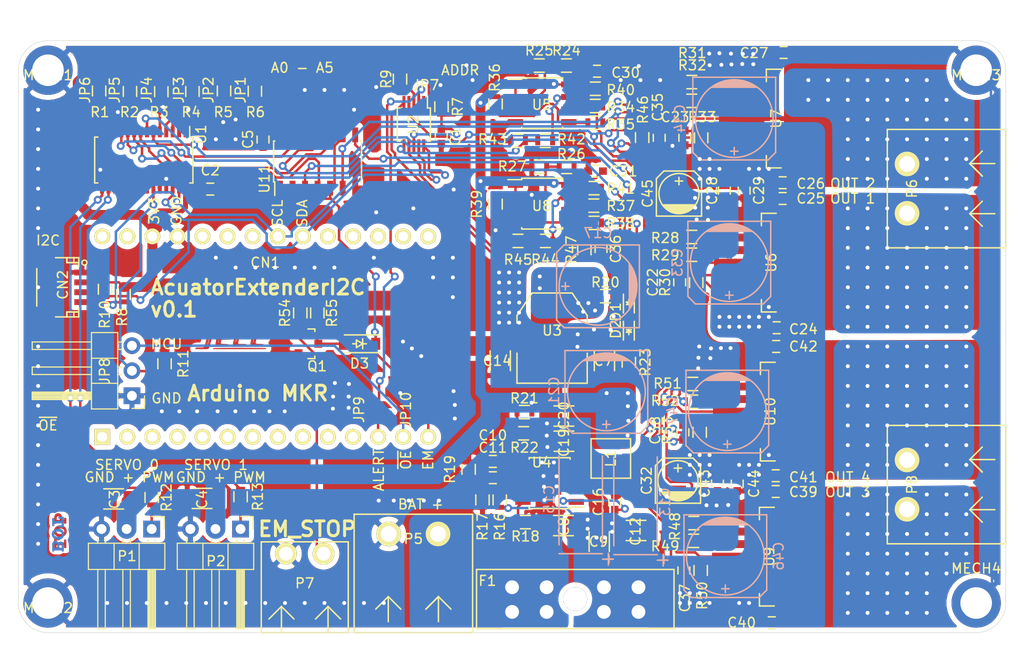
<source format=kicad_pcb>
(kicad_pcb (version 20171130) (host pcbnew 5.1.6-c6e7f7d~87~ubuntu20.04.1)
  (layers (0 F.Cu signal) (31 B.Cu signal) (34 B.Paste user) (35 F.Paste user) (36 B.SilkS user) (37 F.SilkS user) (38 B.Mask user) (39 F.Mask user) (44 Edge.Cuts user))
  (net 0 "")
  (net 1 +3V3)
  (net 2 GND)
  (net 3 /SCL)
  (net 4 /SDA)
  (net 5 EM_STOP)
  (net 6 /~OE_MCU)
  (net 7 /A0)
  (net 8 /A1)
  (net 9 /A2)
  (net 10 /A3)
  (net 11 /A4)
  (net 12 /A5)
  (net 13 /~OE)
  (net 14 /ALERT)
  (net 15 +5V)
  (net 16 +BATT)
  (net 17 /power/COMP)
  (net 18 "Net-(C11-Pad2)")
  (net 19 "Net-(C16-Pad2)")
  (net 20 /power/PH)
  (net 21 "Net-(C22-Pad1)")
  (net 22 "Net-(C23-Pad1)")
  (net 23 /powertrain/OUT1)
  (net 24 /powertrain/OUT2)
  (net 25 IS12)
  (net 26 IS34)
  (net 27 "Net-(C37-Pad1)")
  (net 28 "Net-(C38-Pad1)")
  (net 29 /powertrain/OUT3)
  (net 30 /powertrain/OUT4)
  (net 31 "Net-(D1-Pad2)")
  (net 32 "Net-(D2-Pad2)")
  (net 33 "Net-(D3-Pad2)")
  (net 34 "Net-(F1-Pad1)")
  (net 35 SERVO0)
  (net 36 SERVO1)
  (net 37 "Net-(P7-Pad2)")
  (net 38 "Net-(R12-Pad2)")
  (net 39 "Net-(R13-Pad2)")
  (net 40 /power/EN)
  (net 41 /power/RT)
  (net 42 /power/SENSE5V)
  (net 43 "Net-(R24-Pad2)")
  (net 44 "Net-(R26-Pad2)")
  (net 45 /powertrain/IN1)
  (net 46 "Net-(R28-Pad1)")
  (net 47 INH12)
  (net 48 "Net-(R29-Pad1)")
  (net 49 /powertrain/IN2)
  (net 50 "Net-(R31-Pad1)")
  (net 51 "Net-(R32-Pad1)")
  (net 52 "Net-(R34-Pad1)")
  (net 53 "Net-(R35-Pad1)")
  (net 54 "Net-(R36-Pad2)")
  (net 55 "Net-(R37-Pad1)")
  (net 56 "Net-(R38-Pad1)")
  (net 57 "Net-(R39-Pad2)")
  (net 58 "Net-(R40-Pad1)")
  (net 59 "Net-(R41-Pad1)")
  (net 60 BEMF12)
  (net 61 BEMF34)
  (net 62 /powertrain/IN3)
  (net 63 "Net-(R48-Pad1)")
  (net 64 INH34)
  (net 65 "Net-(R49-Pad1)")
  (net 66 /powertrain/IN4)
  (net 67 "Net-(R51-Pad1)")
  (net 68 "Net-(R52-Pad1)")
  (net 69 PWM4)
  (net 70 PWM3)
  (net 71 PWM2)
  (net 72 PWM1)
  (net 73 /ADDR)
  (net 74 "Net-(CN1-Pad14)")
  (net 75 "Net-(CN1-Pad12)")
  (module labels:Bot (layer F.Cu) (at 94 90 90)
    (fp_text reference G*** hide)
    (fp_text value Label hide)
    (fp_poly (pts (xy -0.006759 0.631579) (xy 0.004256 0.63139) (xy 0.014512 0.631092) (xy 0.023677 0.630683) (xy 0.03142 0.630163) (xy 0.035169 0.629807) (xy 0.055986 0.627287) (xy 0.075289 0.624428) (xy 0.0935 0.62114) (xy 0.111045 0.617334) (xy 0.128345 0.612918) (xy 0.145825 0.607803) (xy 0.159727 0.603313) (xy 0.189672 0.592271) (xy 0.218657 0.579544) (xy 0.246646 0.565171) (xy 0.273601 0.549191) (xy 0.299486 0.53164) (xy 0.324264 0.512559) (xy 0.347898 0.491983) (xy 0.370352 0.469953) (xy 0.391587 0.446505) (xy 0.411568 0.421679) (xy 0.430257 0.395512) (xy 0.447617 0.368041) (xy 0.463613 0.339307) (xy 0.478206 0.309346) (xy 0.49136 0.278196) (xy 0.501793 0.249604) (xy 0.511503 0.21854) (xy 0.519733 0.186937) (xy 0.526518 0.154609) (xy 0.531891 0.121372) (xy 0.535889 0.087041) (xy 0.538389 0.05422) (xy 0.53868 0.047592) (xy 0.538888 0.039448) (xy 0.539016 0.030118) (xy 0.539067 0.019935) (xy 0.539046 0.009231) (xy 0.538954 -0.001661) (xy 0.538795 -0.012409) (xy 0.538573 -0.022682) (xy 0.538291 -0.032146) (xy 0.537951 -0.04047) (xy 0.537558 -0.047322) (xy 0.537366 -0.049823) (xy 0.533534 -0.086235) (xy 0.528359 -0.121306) (xy 0.521813 -0.155141) (xy 0.513869 -0.187844) (xy 0.504498 -0.219521) (xy 0.493671 -0.250276) (xy 0.481361 -0.280214) (xy 0.467539 -0.30944) (xy 0.467441 -0.309634) (xy 0.451655 -0.338854) (xy 0.434449 -0.366846) (xy 0.415867 -0.393552) (xy 0.395957 -0.418917) (xy 0.374765 -0.442887) (xy 0.352335 -0.465405) (xy 0.328714 -0.486417) (xy 0.306265 -0.50415) (xy 0.280287 -0.522301) (xy 0.253318 -0.538784) (xy 0.225417 -0.553584) (xy 0.19664 -0.566683) (xy 0.167042 -0.578064) (xy 0.136682 -0.58771) (xy 0.105614 -0.595604) (xy 0.073897 -0.601729) (xy 0.041585 -0.606068) (xy 0.008737 -0.608605) (xy -0.024591 -0.609322) (xy -0.043473 -0.608922) (xy -0.056875 -0.608196) (xy -0.071552 -0.606985) (xy -0.086906 -0.605359) (xy -0.102339 -0.603391) (xy -0.117254 -0.601153) (xy -0.131052 -0.598717) (xy -0.135585 -0.597815) (xy -0.167304 -0.590343) (xy -0.198079 -0.581172) (xy -0.227955 -0.570283) (xy -0.256974 -0.557653) (xy -0.285179 -0.543262) (xy -0.312614 -0.52709) (xy -0.339322 -0.509115) (xy -0.365347 -0.489316) (xy -0.372208 -0.4837) (xy -0.377378 -0.479222) (xy -0.383574 -0.473558) (xy -0.39052 -0.466983) (xy -0.397944 -0.459772) (xy -0.405573 -0.452199) (xy -0.413131 -0.444539) (xy -0.420346 -0.437066) (xy -0.426944 -0.430054) (xy -0.432651 -0.423779) (xy -0.437113 -0.418611) (xy -0.458294 -0.391591) (xy -0.477822 -0.363531) (xy -0.495695 -0.334438) (xy -0.511911 -0.304319) (xy -0.526466 -0.273181) (xy -0.539359 -0.24103) (xy -0.550587 -0.207874) (xy -0.560147 -0.17372) (xy -0.568036 -0.138575) (xy -0.574252 -0.102445) (xy -0.578793 -0.065338) (xy -0.581349 -0.032772) (xy -0.581638 -0.026309) (xy -0.581849 -0.018324) (xy -0.581986 -0.009138) (xy -0.58204 -0.000455) (xy -0.294634 -0.000455) (xy -0.293621 -0.029944) (xy -0.291518 -0.058925) (xy -0.288335 -0.087079) (xy -0.284078 -0.114087) (xy -0.281256 -0.128465) (xy -0.275008 -0.154613) (xy -0.267548 -0.179709) (xy -0.258925 -0.203629) (xy -0.249192 -0.226249) (xy -0.238397 -0.247445) (xy -0.226592 -0.267092) (xy -0.222932 -0.272561) (xy -0.209336 -0.290791) (xy -0.194675 -0.307408) (xy -0.178981 -0.322392) (xy -0.162286 -0.335722) (xy -0.144624 -0.347378) (xy -0.126025 -0.357338) (xy -0.106523 -0.365583) (xy -0.086149 -0.372092) (xy -0.064937 -0.376843) (xy -0.05715 -0.378113) (xy -0.05305 -0.378619) (xy -0.047698 -0.379143) (xy -0.041793 -0.37962) (xy -0.036146 -0.379984) (xy -0.030507 -0.380259) (xy -0.025488 -0.380411) (xy -0.020608 -0.380437) (xy -0.015388 -0.380328) (xy -0.009349 -0.380079) (xy -0.002011 -0.379684) (xy 0.000977 -0.379509) (xy 0.019362 -0.377582) (xy 0.038114 -0.374031) (xy 0.056731 -0.368982) (xy 0.074708 -0.36256) (xy 0.082802 -0.3591) (xy 0.101423 -0.349617) (xy 0.119066 -0.338463) (xy 0.135712 -0.325669) (xy 0.151343 -0.311264) (xy 0.165939 -0.295281) (xy 0.179483 -0.27775) (xy 0.191954 -0.258701) (xy 0.203335 -0.238166) (xy 0.213606 -0.216175) (xy 0.222749 -0.192759) (xy 0.230746 -0.167949) (xy 0.237576 -0.141776) (xy 0.243222 -0.11427) (xy 0.247141 -0.089388) (xy 0.248897 -0.075691) (xy 0.250318 -0.062613) (xy 0.25143 -0.049738) (xy 0.252259 -0.036649) (xy 0.252829 -0.022928) (xy 0.253168 -0.00816) (xy 0.2533 0.008072) (xy 0.253304 0.010747) (xy 0.252957 0.038171) (xy 0.251865 0.064027) (xy 0.249995 0.088563) (xy 0.247315 0.11203) (xy 0.243794 0.134676) (xy 0.2394 0.156752) (xy 0.2341 0.178507) (xy 0.230027 0.193029) (xy 0.224528 0.210112) (xy 0.218115 0.227331) (xy 0.210985 0.244238) (xy 0.203333 0.260383) (xy 0.195356 0.27532) (xy 0.190017 0.284285) (xy 0.182109 0.29608) (xy 0.173069 0.308066) (xy 0.163253 0.319835) (xy 0.153019 0.330978) (xy 0.142723 0.341088) (xy 0.132861 0.349644) (xy 0.115906 0.362036) (xy 0.09788 0.37283) (xy 0.078917 0.381966) (xy 0.059149 0.389384) (xy 0.03871 0.395023) (xy 0.026301 0.397508) (xy 0.007613 0.400003) (xy -0.011741 0.401216) (xy -0.031296 0.40116) (xy -0.050589 0.399845) (xy -0.069156 0.397284) (xy -0.081696 0.394703) (xy -0.102389 0.388824) (xy -0.122123 0.381256) (xy -0.140882 0.37202) (xy -0.158649 0.361141) (xy -0.175407 0.34864) (xy -0.191139 0.33454) (xy -0.20583 0.318863) (xy -0.219462 0.301632) (xy -0.232019 0.282869) (xy -0.243484 0.262597) (xy -0.253841 0.240838) (xy -0.263072 0.217615) (xy -0.271162 0.19295) (xy -0.278093 0.166866) (xy -0.283849 0.139385) (xy -0.287626 0.116209) (xy -0.291054 0.087874) (xy -0.293358 0.058773) (xy -0.294549 0.029224) (xy -0.294634 -0.000455) (xy -0.58204 -0.000455) (xy -0.582049 0.00093) (xy -0.582044 0.01156) (xy -0.581972 0.022432) (xy -0.581836 0.033228) (xy -0.58164 0.043627) (xy -0.581387 0.05331) (xy -0.581078 0.061957) (xy -0.580718 0.069249) (xy -0.580365 0.074247) (xy -0.577234 0.104975) (xy -0.573266 0.134218) (xy -0.568398 0.162281) (xy -0.562567 0.189472) (xy -0.555712 0.216097) (xy -0.54777 0.242464) (xy -0.543986 0.253858) (xy -0.53219 0.285639) (xy -0.518879 0.316349) (xy -0.504092 0.345939) (xy -0.487868 0.374357) (xy -0.470245 0.401552) (xy -0.451264 0.427473) (xy -0.430962 0.45207) (xy -0.409379 0.47529) (xy -0.386554 0.497084) (xy -0.362525 0.517399) (xy -0.337333 0.536186) (xy -0.318312 0.548854) (xy -0.291934 0.564545) (xy -0.264929 0.578552) (xy -0.237204 0.590908) (xy -0.208664 0.601644) (xy -0.179216 0.61079) (xy -0.148767 0.618378) (xy -0.117223 0.62444) (xy -0.084492 0.629007) (xy -0.077177 0.629809) (xy -0.07016 0.630393) (xy -0.061575 0.630866) (xy -0.051754 0.63123) (xy -0.041029 0.631482) (xy -0.029734 0.631625) (xy -0.018199 0.631657) (xy -0.006759 0.631579)) (layer B.Cu) (width 0.01))
    (fp_poly (pts (xy -1.302587 0.599719) (xy -1.285014 0.599706) (xy -1.268847 0.599684) (xy -1.254008 0.599649) (xy -1.240419 0.599603) (xy -1.228002 0.599543) (xy -1.216679 0.59947) (xy -1.20637 0.599381) (xy -1.196999 0.599278) (xy -1.188487 0.599158) (xy -1.180755 0.599021) (xy -1.173726 0.598866) (xy -1.16732 0.598693) (xy -1.161461 0.5985) (xy -1.15607 0.598287) (xy -1.151068 0.598052) (xy -1.146378 0.597796) (xy -1.14192 0.597517) (xy -1.137618 0.597215) (xy -1.133392 0.596888) (xy -1.129165 0.596536) (xy -1.127369 0.596381) (xy -1.095726 0.592947) (xy -1.065513 0.588311) (xy -1.036743 0.582479) (xy -1.009429 0.575461) (xy -0.983583 0.567264) (xy -0.959219 0.557895) (xy -0.936348 0.547363) (xy -0.914985 0.535675) (xy -0.895142 0.52284) (xy -0.876831 0.508865) (xy -0.860066 0.493758) (xy -0.844858 0.477526) (xy -0.831222 0.460179) (xy -0.81917 0.441722) (xy -0.808714 0.422166) (xy -0.799868 0.401516) (xy -0.79706 0.393761) (xy -0.792253 0.378755) (xy -0.788308 0.363965) (xy -0.78515 0.348977) (xy -0.782704 0.333376) (xy -0.780895 0.316749) (xy -0.779649 0.29868) (xy -0.77956 0.296949) (xy -0.779176 0.272213) (xy -0.780514 0.248332) (xy -0.783568 0.225324) (xy -0.788332 0.203208) (xy -0.794801 0.182003) (xy -0.80297 0.161727) (xy -0.812832 0.142399) (xy -0.824383 0.124038) (xy -0.83496 0.109903) (xy -0.843873 0.099647) (xy -0.854217 0.089125) (xy -0.865576 0.078701) (xy -0.877532 0.068741) (xy -0.889666 0.05961) (xy -0.901551 0.05168) (xy -0.910369 0.046209) (xy -0.898463 0.041494) (xy -0.873716 0.030921) (xy -0.850715 0.019491) (xy -0.829443 0.007181) (xy -0.809882 -0.006028) (xy -0.792012 -0.020158) (xy -0.775816 -0.035229) (xy -0.761276 -0.051263) (xy -0.748373 -0.06828) (xy -0.737089 -0.086301) (xy -0.727405 -0.105347) (xy -0.719304 -0.125438) (xy -0.712766 -0.146596) (xy -0.707774 -0.168841) (xy -0.706379 -0.176946) (xy -0.704922 -0.186754) (xy -0.703807 -0.195887) (xy -0.702997 -0.204854) (xy -0.702458 -0.214163) (xy -0.702153 -0.22432) (xy -0.702045 -0.235834) (xy -0.702043 -0.23788) (xy -0.70219 -0.251335) (xy -0.702646 -0.263348) (xy -0.703454 -0.274413) (xy -0.704656 -0.285023) (xy -0.706291 -0.295674) (xy -0.707418 -0.301869) (xy -0.713127 -0.326764) (xy -0.720568 -0.350767) (xy -0.729722 -0.373842) (xy -0.740567 -0.395958) (xy -0.753085 -0.417081) (xy -0.767255 -0.437178) (xy -0.783058 -0.456216) (xy -0.800473 -0.474162) (xy -0.819481 -0.490983) (xy -0.822661 -0.493561) (xy -0.842802 -0.508521) (xy -0.863996 -0.52196) (xy -0.886285 -0.533895) (xy -0.909709 -0.544341) (xy -0.934309 -0.553313) (xy -0.960125 -0.560828) (xy -0.987197 -0.566899) (xy -1.015567 -0.571544) (xy -1.03141 -0.573462) (xy -1.035109 -0.573859) (xy -1.038559 -0.574231) (xy -1.041831 -0.574579) (xy -1.044996 -0.574902) (xy -1.048123 -0.575203) (xy -1.051284 -0.575481) (xy -1.054549 -0.575739) (xy -1.057988 -0.575976) (xy -1.061673 -0.576193) (xy -1.065675 -0.576392) (xy -1.070062 -0.576574) (xy -1.074908 -0.576739) (xy -1.08028 -0.576888) (xy -1.086252 -0.577022) (xy -1.092893 -0.577142) (xy -1.100273 -0.577249) (xy -1.108464 -0.577344) (xy -1.117535 -0.577427) (xy -1.127558 -0.5775) (xy -1.138604 -0.577563) (xy -1.150742 -0.577618) (xy -1.164044 -0.577665) (xy -1.17858 -0.577705) (xy -1.194421 -0.57774) (xy -1.211636 -0.577769) (xy -1.230298 -0.577794) (xy -1.250477 -0.577816) (xy -1.272242 -0.577835) (xy -1.295666 -0.577853) (xy -1.320817 -0.57787) (xy -1.347768 -0.577888) (xy -1.376589 -0.577906) (xy -1.382346 -0.57791) (xy -1.407293 -0.577924) (xy -1.431696 -0.577932) (xy -1.455483 -0.577935) (xy -1.47858 -0.577932) (xy -1.500915 -0.577924) (xy -1.522415 -0.577911) (xy -1.543005 -0.577893) (xy -1.562614 -0.57787) (xy -1.581168 -0.577843) (xy -1.598593 -0.577811) (xy -1.614817 -0.577774) (xy -1.629766 -0.577734) (xy -1.643368 -0.577689) (xy -1.65555 -0.577641) (xy -1.666237 -0.577589) (xy -1.675357 -0.577533) (xy -1.682837 -0.577474) (xy -1.688604 -0.577411) (xy -1.692585 -0.577346) (xy -1.694705 -0.577277) (xy -1.694962 -0.577257) (xy -1.710734 -0.574813) (xy -1.724879 -0.571335) (xy -1.737459 -0.566774) (xy -1.748532 -0.561081) (xy -1.758159 -0.554208) (xy -1.7664 -0.546108) (xy -1.773316 -0.53673) (xy -1.778966 -0.526028) (xy -1.783412 -0.513951) (xy -1.78598 -0.504016) (xy -1.786697 -0.500538) (xy -1.787244 -0.497293) (xy -1.787643 -0.493934) (xy -1.787918 -0.490113) (xy -1.788091 -0.485484) (xy -1.788184 -0.479699) (xy -1.788222 -0.472411) (xy -1.788226 -0.4699) (xy -1.788186 -0.460762) (xy -1.788012 -0.453201) (xy -1.787653 -0.446842) (xy -1.787057 -0.44131) (xy -1.786172 -0.436229) (xy -1.784946 -0.431224) (xy -1.783327 -0.42592) (xy -1.781364 -0.420222) (xy -1.777868 -0.411557) (xy -1.77386 -0.404043) (xy -1.768959 -0.397087) (xy -1.762782 -0.390096) (xy -1.760517 -0.387797) (xy -1.756314 -0.383714) (xy -1.752859 -0.380662) (xy -1.74958 -0.378226) (xy -1.745908 -0.375995) (xy -1.741273 -0.373555) (xy -1.7399 -0.372865) (xy -1.730448 -0.368625) (xy -1.723771 -0.366346) (xy -1.417516 -0.366346) (xy -1.329348 -0.36634) (xy -1.315748 -0.366328) (xy -1.302247 -0.366295) (xy -1.289038 -0.366242) (xy -1.276311 -0.366171) (xy -1.264257 -0.366085) (xy -1.253067 -0.365983) (xy -1.242932 -0.365869) (xy -1.234042 -0.365744) (xy -1.22659 -0.365609) (xy -1.220766 -0.365467) (xy -1.217735 -0.365362) (xy -1.191146 -0.363909) (xy -1.16637 -0.361815) (xy -1.143366 -0.359058) (xy -1.122095 -0.355616) (xy -1.102514 -0.351468) (xy -1.084585 -0.34659) (xy -1.068266 -0.340961) (xy -1.053516 -0.334559) (xy -1.040296 -0.327361) (xy -1.028565 -0.319346) (xy -1.018283 -0.310491) (xy -1.009408 -0.300775) (xy -1.001901 -0.290174) (xy -0.995721 -0.278668) (xy -0.990827 -0.266234) (xy -0.987179 -0.25285) (xy -0.984736 -0.238493) (xy -0.984695 -0.238158) (xy -0.984234 -0.232703) (xy -0.983976 -0.225878) (xy -0.983909 -0.218156) (xy -0.984023 -0.210011) (xy -0.984305 -0.201918) (xy -0.984743 -0.194351) (xy -0.985327 -0.187783) (xy -0.986045 -0.18269) (xy -0.986048 -0.182671) (xy -0.989645 -0.167489) (xy -0.994572 -0.15354) (xy -1.000875 -0.140779) (xy -1.008599 -0.129165) (xy -1.017793 -0.118652) (xy -1.028502 -0.1092) (xy -1.040773 -0.100763) (xy -1.054651 -0.0933) (xy -1.070184 -0.086766) (xy -1.087418 -0.081118) (xy -1.098239 -0.078226) (xy -1.110054 -0.075562) (xy -1.122966 -0.073165) (xy -1.13716 -0.071007) (xy -1.152821 -0.069062) (xy -1.170133 -0.067304) (xy -1.181589 -0.066311) (xy -1.185021 -0.066114) (xy -1.19035 -0.065925) (xy -1.197521 -0.065746) (xy -1.206477 -0.065576) (xy -1.217162 -0.065417) (xy -1.22952 -0.06527) (xy -1.243495 -0.065134) (xy -1.25903 -0.065011) (xy -1.276069 -0.064902) (xy -1.294556 -0.064807) (xy -1.306391 -0.064756) (xy -1.417516 -0.064319) (xy -1.417516 -0.366346) (xy -1.723771 -0.366346) (xy -1.720875 -0.365358) (xy -1.710811 -0.362988) (xy -1.699886 -0.361442) (xy -1.687731 -0.360645) (xy -1.678598 -0.360492) (xy -1.664677 -0.360484) (xy -1.664677 0.135577) (xy -1.417516 0.135577) (xy -1.329837 0.136072) (xy -1.31335 0.136172) (xy -1.298683 0.136277) (xy -1.2857 0.136391) (xy -1.274266 0.136515) (xy -1.264247 0.136653) (xy -1.255507 0.136806) (xy -1.247912 0.136978) (xy -1.241326 0.13717) (xy -1.235616 0.137387) (xy -1.230646 0.137629) (xy -1.226282 0.137901) (xy -1.22317 0.138138) (xy -1.202667 0.140172) (xy -1.183952 0.14275) (xy -1.16693 0.145904) (xy -1.151502 0.149668) (xy -1.137572 0.154074) (xy -1.125043 0.159156) (xy -1.113817 0.164946) (xy -1.103798 0.171478) (xy -1.094889 0.178784) (xy -1.090224 0.183356) (xy -1.082283 0.192681) (xy -1.075987 0.20246) (xy -1.071025 0.213205) (xy -1.069326 0.217947) (xy -1.066139 0.22986) (xy -1.064024 0.242917) (xy -1.062992 0.25662) (xy -1.063056 0.270473) (xy -1.064225 0.283978) (xy -1.066512 0.296639) (xy -1.067463 0.300364) (xy -1.07198 0.31335) (xy -1.07807 0.325226) (xy -1.085742 0.335999) (xy -1.095003 0.345673) (xy -1.105863 0.354256) (xy -1.118328 0.361753) (xy -1.132407 0.368169) (xy -1.148107 0.373512) (xy -1.165437 0.377786) (xy -1.17475 0.37953) (xy -1.179021 0.38025) (xy -1.18294 0.380891) (xy -1.186639 0.381461) (xy -1.19025 0.381962) (xy -1.193907 0.3824) (xy -1.197742 0.38278) (xy -1.201888 0.383107) (xy -1.206477 0.383386) (xy -1.211642 0.383621) (xy -1.217515 0.383818) (xy -1.22423 0.383982) (xy -1.231919 0.384116) (xy -1.240715 0.384227) (xy -1.25075 0.384319) (xy -1.262157 0.384397) (xy -1.275069 0.384465) (xy -1.289618 0.38453) (xy -1.305937 0.384595) (xy -1.312741 0.384622) (xy -1.417516 0.385027) (xy -1.417516 0.135577) (xy -1.664677 0.135577) (xy -1.664677 0.379047) (xy -1.675254 0.379047) (xy -1.692098 0.379681) (xy -1.707492 0.381595) (xy -1.721476 0.38481) (xy -1.734091 0.389343) (xy -1.745379 0.395213) (xy -1.755381 0.402439) (xy -1.764137 0.41104) (xy -1.771688 0.421035) (xy -1.773714 0.424291) (xy -1.779282 0.435297) (xy -1.783546 0.447453) (xy -1.786529 0.460857) (xy -1.788253 0.475605) (xy -1.788746 0.490078) (xy -1.788572 0.500863) (xy -1.788016 0.510193) (xy -1.787031 0.51854) (xy -1.785569 0.526374) (xy -1.784712 0.529981) (xy -1.780921 0.542234) (xy -1.776049 0.553123) (xy -1.770009 0.562718) (xy -1.762716 0.57109) (xy -1.754082 0.578309) (xy -1.744021 0.584445) (xy -1.732447 0.589568) (xy -1.719274 0.593749) (xy -1.704414 0.597058) (xy -1.70165 0.59755) (xy -1.700508 0.597732) (xy -1.699231 0.597902) (xy -1.697747 0.598059) (xy -1.695982 0.598205) (xy -1.693862 0.598339) (xy -1.691316 0.598463) (xy -1.688268 0.598576) (xy -1.684648 0.598681) (xy -1.68038 0.598777) (xy -1.675392 0.598864) (xy -1.66961 0.598944) (xy -1.662962 0.599016) (xy -1.655375 0.599083) (xy -1.646774 0.599143) (xy -1.637087 0.599198) (xy -1.626241 0.599248) (xy -1.614162 0.599294) (xy -1.600778 0.599337) (xy -1.586014 0.599377) (xy -1.569798 0.599414) (xy -1.552057 0.599449) (xy -1.532717 0.599483) (xy -1.511706 0.599517) (xy -1.488949 0.59955) (xy -1.464374 0.599584) (xy -1.441939 0.599614) (xy -1.414285 0.599648) (xy -1.388507 0.599677) (xy -1.364526 0.599699) (xy -1.342265 0.599714) (xy -1.321644 0.599721) (xy -1.302587 0.599719)) (layer B.Cu) (width 0.01))
    (fp_poly (pts (xy 1.414032 0.601632) (xy 1.443856 0.601624) (xy 1.471743 0.601611) (xy 1.497697 0.601591) (xy 1.521719 0.601566) (xy 1.543813 0.601535) (xy 1.56398 0.601498) (xy 1.582224 0.601456) (xy 1.598547 0.601407) (xy 1.612951 0.601353) (xy 1.625439 0.601293) (xy 1.636013 0.601227) (xy 1.644676 0.601155) (xy 1.651431 0.601077) (xy 1.656279 0.600994) (xy 1.659224 0.600904) (xy 1.659802 0.600872) (xy 1.674113 0.599518) (xy 1.686661 0.597542) (xy 1.697565 0.594836) (xy 1.706948 0.591294) (xy 1.714931 0.586807) (xy 1.721633 0.581268) (xy 1.727178 0.574571) (xy 1.731684 0.566607) (xy 1.735274 0.557269) (xy 1.738068 0.54645) (xy 1.740188 0.534044) (xy 1.740828 0.529004) (xy 1.741128 0.526321) (xy 1.741417 0.523461) (xy 1.741698 0.52033) (xy 1.741975 0.516836) (xy 1.742252 0.512886) (xy 1.742534 0.508387) (xy 1.742824 0.503246) (xy 1.743126 0.497371) (xy 1.743445 0.490668) (xy 1.743784 0.483044) (xy 1.744147 0.474407) (xy 1.744538 0.464664) (xy 1.744961 0.453722) (xy 1.745421 0.441488) (xy 1.745921 0.427869) (xy 1.746465 0.412772) (xy 1.747058 0.396104) (xy 1.747702 0.377773) (xy 1.748403 0.357686) (xy 1.749164 0.335749) (xy 1.749255 0.333131) (xy 1.750109 0.308219) (xy 1.750882 0.285255) (xy 1.751573 0.264235) (xy 1.752182 0.245153) (xy 1.75271 0.228007) (xy 1.753156 0.212791) (xy 1.75352 0.199501) (xy 1.753804 0.188133) (xy 1.754006 0.178683) (xy 1.754127 0.171146) (xy 1.754167 0.165518) (xy 1.754127 0.161794) (xy 1.754105 0.161193) (xy 1.752851 0.1444) (xy 1.750583 0.129235) (xy 1.747271 0.115641) (xy 1.742885 0.103557) (xy 1.737394 0.092925) (xy 1.730769 0.083684) (xy 1.722979 0.075776) (xy 1.713993 0.069142) (xy 1.704574 0.064079) (xy 1.693472 0.059877) (xy 1.681146 0.056765) (xy 1.66801 0.054765) (xy 1.654477 0.0539) (xy 1.640959 0.054192) (xy 1.627869 0.055663) (xy 1.615621 0.058335) (xy 1.6129 0.059142) (xy 1.600273 0.064001) (xy 1.588672 0.07028) (xy 1.578238 0.077849) (xy 1.569113 0.086579) (xy 1.561438 0.09634) (xy 1.555353 0.107002) (xy 1.55211 0.114953) (xy 1.551425 0.117075) (xy 1.550798 0.11936) (xy 1.550221 0.121915) (xy 1.549689 0.124847) (xy 1.549196 0.128264) (xy 1.548735 0.132271) (xy 1.5483 0.136975) (xy 1.547884 0.142484) (xy 1.547481 0.148905) (xy 1.547086 0.156343) (xy 1.546691 0.164907) (xy 1.546291 0.174702) (xy 1.545879 0.185836) (xy 1.545449 0.198415) (xy 1.544995 0.212546) (xy 1.544509 0.228337) (xy 1.543988 0.245893) (xy 1.543566 0.26035) (xy 1.543152 0.274547) (xy 1.542744 0.288334) (xy 1.542347 0.301567) (xy 1.541965 0.314105) (xy 1.541603 0.325803) (xy 1.541265 0.336519) (xy 1.540957 0.34611) (xy 1.540681 0.354433) (xy 1.540444 0.361345) (xy 1.54025 0.366703) (xy 1.540102 0.370364) (xy 1.540022 0.371964) (xy 1.539448 0.381) (xy 1.3335 0.381) (xy 1.3335 -0.35853) (xy 1.425715 -0.35853) (xy 1.441573 -0.358541) (xy 1.456449 -0.358574) (xy 1.470238 -0.358627) (xy 1.482836 -0.3587) (xy 1.494136 -0.358791) (xy 1.504035 -0.358899) (xy 1.512427 -0.359024) (xy 1.519207 -0.359164) (xy 1.524271 -0.359319) (xy 1.527514 -0.359487) (xy 1.528048 -0.359533) (xy 1.543876 -0.36168) (xy 1.558076 -0.364844) (xy 1.570711 -0.36906) (xy 1.581841 -0.374361) (xy 1.591528 -0.380783) (xy 1.599834 -0.38836) (xy 1.60682 -0.397126) (xy 1.612438 -0.406888) (xy 1.61639 -0.416154) (xy 1.619437 -0.425948) (xy 1.621634 -0.436564) (xy 1.623035 -0.448296) (xy 1.623695 -0.461439) (xy 1.623764 -0.467946) (xy 1.623336 -0.482849) (xy 1.622015 -0.496192) (xy 1.619747 -0.50818) (xy 1.616483 -0.519015) (xy 1.612171 -0.528902) (xy 1.606758 -0.538044) (xy 1.605576 -0.53975) (xy 1.598248 -0.548541) (xy 1.589543 -0.556181) (xy 1.579397 -0.562705) (xy 1.567745 -0.56815) (xy 1.554522 -0.572553) (xy 1.541436 -0.575612) (xy 1.53035 -0.577767) (xy 1.208942 -0.577933) (xy 1.183923 -0.577943) (xy 1.159369 -0.577949) (xy 1.135356 -0.577949) (xy 1.111957 -0.577944) (xy 1.089247 -0.577935) (xy 1.0673 -0.577921) (xy 1.046191 -0.577903) (xy 1.025994 -0.57788) (xy 1.006783 -0.577854) (xy 0.988632 -0.577823) (xy 0.971616 -0.577789) (xy 0.95581 -0.577751) (xy 0.941286 -0.577709) (xy 0.928121 -0.577664) (xy 0.916387 -0.577616) (xy 0.90616 -0.577565) (xy 0.897513 -0.577511) (xy 0.890522 -0.577455) (xy 0.885259 -0.577395) (xy 0.881801 -0.577333) (xy 0.88022 -0.577269) (xy 0.880207 -0.577268) (xy 0.864159 -0.57481) (xy 0.849688 -0.571238) (xy 0.836746 -0.566522) (xy 0.825285 -0.560632) (xy 0.815257 -0.553537) (xy 0.806612 -0.545207) (xy 0.799304 -0.535611) (xy 0.793283 -0.524719) (xy 0.792012 -0.521881) (xy 0.788425 -0.511691) (xy 0.785719 -0.500132) (xy 0.783904 -0.487584) (xy 0.78299 -0.474427) (xy 0.782985 -0.46104) (xy 0.783898 -0.447803) (xy 0.78574 -0.435096) (xy 0.78852 -0.423298) (xy 0.789511 -0.420077) (xy 0.794353 -0.408107) (xy 0.800647 -0.397444) (xy 0.808383 -0.388096) (xy 0.817551 -0.380071) (xy 0.828143 -0.373378) (xy 0.840148 -0.368026) (xy 0.850099 -0.364889) (xy 0.853446 -0.363998) (xy 0.856492 -0.363206) (xy 0.859367 -0.362506) (xy 0.8622 -0.361892) (xy 0.865123 -0.361357) (xy 0.868264 -0.360897) (xy 0.871753 -0.360503) (xy 0.87572 -0.360171) (xy 0.880294 -0.359894) (xy 0.885606 -0.359666) (xy 0.891785 -0.35948) (xy 0.898961 -0.35933) (xy 0.907263 -0.359211) (xy 0.916822 -0.359115) (xy 0.927767 -0.359037) (xy 0.940227 -0.35897) (xy 0.954333 -0.358909) (xy 0.970214 -0.358846) (xy 0.976679 -0.358821) (xy 1.075592 -0.358436) (xy 1.075592 0.381) (xy 0.869628 0.381) (xy 0.869079 0.373918) (xy 0.868977 0.371982) (xy 0.868826 0.368232) (xy 0.868629 0.362806) (xy 0.868393 0.355842) (xy 0.868119 0.347478) (xy 0.867814 0.337853) (xy 0.867482 0.327106) (xy 0.867126 0.315375) (xy 0.866751 0.302797) (xy 0.866362 0.289513) (xy 0.865962 0.275659) (xy 0.865597 0.262793) (xy 0.865077 0.244336) (xy 0.86461 0.227727) (xy 0.864192 0.212863) (xy 0.863817 0.199639) (xy 0.86348 0.187951) (xy 0.863178 0.177695) (xy 0.862905 0.168766) (xy 0.862657 0.161061) (xy 0.862429 0.154474) (xy 0.862216 0.148902) (xy 0.862014 0.14424) (xy 0.861818 0.140384) (xy 0.861624 0.137231) (xy 0.861426 0.134674) (xy 0.861221 0.132611) (xy 0.861002 0.130937) (xy 0.860767 0.129548) (xy 0.860509 0.128339) (xy 0.860225 0.127206) (xy 0.859909 0.126046) (xy 0.859558 0.124753) (xy 0.859379 0.12407) (xy 0.855967 0.112715) (xy 0.851896 0.102865) (xy 0.846949 0.094124) (xy 0.840907 0.086095) (xy 0.835334 0.080108) (xy 0.825665 0.07188) (xy 0.814803 0.065192) (xy 0.802762 0.060048) (xy 0.789558 0.056455) (xy 0.775207 0.054417) (xy 0.759723 0.05394) (xy 0.756138 0.054046) (xy 0.740269 0.055298) (xy 0.725876 0.057751) (xy 0.712923 0.061444) (xy 0.701374 0.066415) (xy 0.691193 0.072702) (xy 0.682345 0.080344) (xy 0.674793 0.089379) (xy 0.668502 0.099845) (xy 0.663435 0.11178) (xy 0.659558 0.125223) (xy 0.656833 0.140213) (xy 0.655226 0.156787) (xy 0.654953 0.16217) (xy 0.654928 0.164567) (xy 0.654972 0.168788) (xy 0.655078 0.174707) (xy 0.655243 0.182193) (xy 0.655463 0.191121) (xy 0.655733 0.201361) (xy 0.656049 0.212786) (xy 0.656407 0.225268) (xy 0.656803 0.238678) (xy 0.657233 0.25289) (xy 0.657691 0.267774) (xy 0.658175 0.283203) (xy 0.65868 0.299049) (xy 0.659202 0.315184) (xy 0.659736 0.33148) (xy 0.660278 0.347808) (xy 0.660825 0.364042) (xy 0.661371 0.380053) (xy 0.661913 0.395713) (xy 0.662447 0.410895) (xy 0.662967 0.425469) (xy 0.663471 0.439309) (xy 0.663954 0.452285) (xy 0.664411 0.464272) (xy 0.664838 0.475139) (xy 0.665232 0.48476) (xy 0.665588 0.493006) (xy 0.665901 0.499749) (xy 0.666168 0.504862) (xy 0.666299 0.507023) (xy 0.667472 0.521667) (xy 0.668973 0.534519) (xy 0.670864 0.545724) (xy 0.673205 0.555426) (xy 0.676058 0.563769) (xy 0.679482 0.570898) (xy 0.683541 0.576957) (xy 0.688294 0.58209) (xy 0.693803 0.586441) (xy 0.700128 0.590154) (xy 0.701836 0.590996) (xy 0.706732 0.593163) (xy 0.711664 0.59495) (xy 0.717089 0.596485) (xy 0.723468 0.597895) (xy 0.731259 0.599307) (xy 0.732741 0.599553) (xy 0.733627 0.599686) (xy 0.734671 0.599811) (xy 0.735926 0.59993) (xy 0.737445 0.600043) (xy 0.739282 0.600149) (xy 0.74149 0.600249) (xy 0.744122 0.600343) (xy 0.747232 0.600431) (xy 0.750873 0.600515) (xy 0.755099 0.600593) (xy 0.759962 0.600666) (xy 0.765517 0.600735) (xy 0.771816 0.600799) (xy 0.778913 0.600859) (xy 0.786861 0.600915) (xy 0.795714 0.600968) (xy 0.805525 0.601017) (xy 0.816348 0.601062) (xy 0.828235 0.601105) (xy 0.84124 0.601145) (xy 0.855417 0.601182) (xy 0.870819 0.601217) (xy 0.887499 0.60125) (xy 0.90551 0.601281) (xy 0.924906 0.60131) (xy 0.945741 0.601338) (xy 0.968067 0.601365) (xy 0.991939 0.601391) (xy 1.017409 0.601416) (xy 1.04453 0.60144) (xy 1.073357 0.601465) (xy 1.103942 0.601489) (xy 1.136339 0.601514) (xy 1.170601 0.601539) (xy 1.194288 0.601556) (xy 1.235782 0.601583) (xy 1.275325 0.601604) (xy 1.312918 0.60162) (xy 1.348566 0.60163) (xy 1.38227 0.601634) (xy 1.414032 0.601632)) (layer B.Cu) (width 0.01))
  )
  (module labels:Top (layer F.Cu) (at 94.25 89.75 90)
    (fp_text reference G*** hide)
    (fp_text value Label hide)
    (fp_poly (pts (xy 0.038691 -0.652778) (xy 0.050146 -0.652582) (xy 0.060812 -0.652271) (xy 0.070344 -0.651846) (xy 0.078396 -0.651306) (xy 0.082296 -0.650935) (xy 0.103945 -0.648314) (xy 0.12402 -0.645341) (xy 0.14296 -0.641922) (xy 0.161206 -0.637963) (xy 0.179199 -0.633371) (xy 0.197378 -0.628051) (xy 0.211836 -0.623382) (xy 0.242978 -0.611898) (xy 0.273123 -0.598662) (xy 0.302231 -0.583714) (xy 0.330265 -0.567094) (xy 0.357186 -0.548842) (xy 0.382955 -0.528997) (xy 0.407534 -0.507599) (xy 0.430885 -0.484687) (xy 0.45297 -0.460302) (xy 0.47375 -0.434482) (xy 0.493187 -0.407268) (xy 0.511242 -0.378699) (xy 0.527877 -0.348815) (xy 0.543054 -0.317656) (xy 0.556734 -0.28526) (xy 0.567585 -0.255524) (xy 0.577683 -0.223218) (xy 0.586242 -0.19035) (xy 0.593298 -0.156729) (xy 0.598887 -0.122163) (xy 0.603045 -0.086459) (xy 0.605644 -0.052324) (xy 0.605947 -0.045432) (xy 0.606163 -0.036962) (xy 0.606296 -0.027259) (xy 0.60635 -0.016668) (xy 0.606327 -0.005537) (xy 0.606232 0.005791) (xy 0.606067 0.016969) (xy 0.605836 0.027653) (xy 0.605542 0.037496) (xy 0.605189 0.046153) (xy 0.60478 0.053279) (xy 0.60458 0.05588) (xy 0.600595 0.093748) (xy 0.595213 0.130222) (xy 0.588406 0.16541) (xy 0.580144 0.199422) (xy 0.570397 0.232366) (xy 0.559138 0.264351) (xy 0.546335 0.295487) (xy 0.53196 0.325882) (xy 0.531859 0.326083) (xy 0.515441 0.356473) (xy 0.497546 0.385583) (xy 0.478222 0.413358) (xy 0.457515 0.439738) (xy 0.435475 0.464666) (xy 0.412148 0.488085) (xy 0.387582 0.509937) (xy 0.364236 0.52838) (xy 0.337218 0.547257) (xy 0.309171 0.5644) (xy 0.280154 0.579792) (xy 0.250225 0.593414) (xy 0.219444 0.60525) (xy 0.187869 0.615282) (xy 0.155559 0.623492) (xy 0.122572 0.629862) (xy 0.088969 0.634375) (xy 0.054807 0.637013) (xy 0.020145 0.637759) (xy 0.000508 0.637342) (xy -0.013431 0.636588) (xy -0.028695 0.635328) (xy -0.044662 0.633638) (xy -0.060713 0.631591) (xy -0.076224 0.629263) (xy -0.090575 0.62673) (xy -0.095289 0.625792) (xy -0.128276 0.618021) (xy -0.160283 0.608483) (xy -0.191353 0.597158) (xy -0.221533 0.584023) (xy -0.250867 0.569057) (xy -0.279399 0.552237) (xy -0.307176 0.533543) (xy -0.334241 0.512953) (xy -0.341376 0.507112) (xy -0.346754 0.502454) (xy -0.353197 0.496564) (xy -0.360421 0.489726) (xy -0.368142 0.482227) (xy -0.376076 0.474351) (xy -0.383937 0.466384) (xy -0.39144 0.458612) (xy -0.398302 0.45132) (xy -0.404238 0.444794) (xy -0.408878 0.43942) (xy -0.430906 0.411319) (xy -0.451215 0.382136) (xy -0.469803 0.351879) (xy -0.486667 0.320555) (xy -0.501805 0.288172) (xy -0.515214 0.254735) (xy -0.526891 0.220253) (xy -0.536833 0.184733) (xy -0.545038 0.148182) (xy -0.551503 0.110607) (xy -0.556225 0.072016) (xy -0.558883 0.038147) (xy -0.559184 0.031425) (xy -0.559404 0.023121) (xy -0.559545 0.013568) (xy -0.559602 0.004537) (xy -0.260699 0.004537) (xy -0.259646 0.035206) (xy -0.257459 0.065346) (xy -0.254148 0.094626) (xy -0.249722 0.122714) (xy -0.246787 0.137668) (xy -0.240288 0.164861) (xy -0.23253 0.190961) (xy -0.223563 0.215839) (xy -0.21344 0.239363) (xy -0.202213 0.261407) (xy -0.189936 0.281839) (xy -0.186129 0.287528) (xy -0.17199 0.306487) (xy -0.156742 0.323769) (xy -0.14042 0.339352) (xy -0.123058 0.353215) (xy -0.104689 0.365337) (xy -0.085346 0.375696) (xy -0.065064 0.38427) (xy -0.043875 0.391039) (xy -0.021814 0.395981) (xy -0.013716 0.397301) (xy -0.009453 0.397828) (xy -0.003886 0.398372) (xy 0.002255 0.398869) (xy 0.008128 0.399247) (xy 0.013992 0.399533) (xy 0.019212 0.399692) (xy 0.024287 0.399718) (xy 0.029716 0.399605) (xy 0.035997 0.399346) (xy 0.043628 0.398935) (xy 0.046736 0.398753) (xy 0.065856 0.396749) (xy 0.085359 0.393056) (xy 0.10472 0.387805) (xy 0.123416 0.381126) (xy 0.131834 0.377528) (xy 0.1512 0.367666) (xy 0.169549 0.356066) (xy 0.186861 0.342759) (xy 0.203117 0.327779) (xy 0.218297 0.311156) (xy 0.232382 0.292924) (xy 0.245352 0.273113) (xy 0.257188 0.251757) (xy 0.26787 0.228886) (xy 0.277379 0.204534) (xy 0.285695 0.178731) (xy 0.292799 0.151511) (xy 0.298671 0.122905) (xy 0.302747 0.097028) (xy 0.304573 0.082783) (xy 0.306051 0.069182) (xy 0.307207 0.055792) (xy 0.308069 0.042179) (xy 0.308662 0.027909) (xy 0.309014 0.012551) (xy 0.309152 -0.004331) (xy 0.309156 -0.007112) (xy 0.308795 -0.035634) (xy 0.307659 -0.062524) (xy 0.305714 -0.088042) (xy 0.302928 -0.112447) (xy 0.299266 -0.135999) (xy 0.294696 -0.158958) (xy 0.289184 -0.181583) (xy 0.284948 -0.196686) (xy 0.279229 -0.214452) (xy 0.27256 -0.23236) (xy 0.265144 -0.249943) (xy 0.257186 -0.266735) (xy 0.24889 -0.282269) (xy 0.243338 -0.291592) (xy 0.235113 -0.30386) (xy 0.225712 -0.316325) (xy 0.215503 -0.328564) (xy 0.20486 -0.340153) (xy 0.194152 -0.350667) (xy 0.183895 -0.359566) (xy 0.166262 -0.372453) (xy 0.147515 -0.383679) (xy 0.127793 -0.39318) (xy 0.107234 -0.400895) (xy 0.085978 -0.40676) (xy 0.073073 -0.409344) (xy 0.053637 -0.411939) (xy 0.033509 -0.413201) (xy 0.013172 -0.413142) (xy -0.006893 -0.411775) (xy -0.026202 -0.409111) (xy -0.039245 -0.406427) (xy -0.060765 -0.400313) (xy -0.081289 -0.392442) (xy -0.100798 -0.382837) (xy -0.119275 -0.371523) (xy -0.136703 -0.358522) (xy -0.153065 -0.343858) (xy -0.168343 -0.327554) (xy -0.182521 -0.309633) (xy -0.19558 -0.29012) (xy -0.207504 -0.269037) (xy -0.218274 -0.246408) (xy -0.227875 -0.222256) (xy -0.236288 -0.196604) (xy -0.243497 -0.169477) (xy -0.249484 -0.140897) (xy -0.253411 -0.116793) (xy -0.256976 -0.087325) (xy -0.259373 -0.05706) (xy -0.260611 -0.026329) (xy -0.260699 0.004537) (xy -0.559602 0.004537) (xy -0.559612 0.003097) (xy -0.559606 -0.007958) (xy -0.559531 -0.019266) (xy -0.55939 -0.030493) (xy -0.559186 -0.041308) (xy -0.558922 -0.051378) (xy -0.558602 -0.060371) (xy -0.558227 -0.067955) (xy -0.557859 -0.073152) (xy -0.554604 -0.10511) (xy -0.550477 -0.135523) (xy -0.545414 -0.164708) (xy -0.53935 -0.192987) (xy -0.532221 -0.220677) (xy -0.523961 -0.248099) (xy -0.520025 -0.259948) (xy -0.507758 -0.293) (xy -0.493915 -0.324939) (xy -0.478536 -0.355713) (xy -0.461663 -0.385267) (xy -0.443335 -0.41355) (xy -0.423594 -0.440508) (xy -0.40248 -0.466089) (xy -0.380034 -0.490238) (xy -0.356296 -0.512903) (xy -0.331307 -0.534032) (xy -0.305107 -0.55357) (xy -0.285325 -0.566744) (xy -0.257892 -0.583062) (xy -0.229807 -0.597631) (xy -0.200972 -0.610481) (xy -0.17129 -0.621645) (xy -0.140665 -0.631157) (xy -0.108998 -0.639049) (xy -0.076193 -0.645354) (xy -0.042151 -0.650104) (xy -0.034544 -0.650937) (xy -0.027247 -0.651545) (xy -0.018318 -0.652037) (xy -0.008104 -0.652415) (xy 0.003049 -0.652678) (xy 0.014797 -0.652826) (xy 0.026792 -0.652859) (xy 0.038691 -0.652778)) (layer F.Cu) (width 0.01))
    (fp_poly (pts (xy -1.031815 -0.621633) (xy -1.000798 -0.621625) (xy -0.971795 -0.621611) (xy -0.944804 -0.621591) (xy -0.91982 -0.621565) (xy -0.896843 -0.621533) (xy -0.875869 -0.621494) (xy -0.856895 -0.62145) (xy -0.839919 -0.6214) (xy -0.824939 -0.621343) (xy -0.811952 -0.621281) (xy -0.800955 -0.621212) (xy -0.791945 -0.621137) (xy -0.78492 -0.621056) (xy -0.779878 -0.620969) (xy -0.776815 -0.620876) (xy -0.776214 -0.620843) (xy -0.761331 -0.619435) (xy -0.748281 -0.61738) (xy -0.73694 -0.614566) (xy -0.727182 -0.610881) (xy -0.71888 -0.606215) (xy -0.711909 -0.600455) (xy -0.706144 -0.593489) (xy -0.701457 -0.585207) (xy -0.697724 -0.575496) (xy -0.694818 -0.564245) (xy -0.692613 -0.551341) (xy -0.691947 -0.5461) (xy -0.691635 -0.54331) (xy -0.691335 -0.540335) (xy -0.691042 -0.537079) (xy -0.690754 -0.533445) (xy -0.690466 -0.529337) (xy -0.690173 -0.524659) (xy -0.689871 -0.519312) (xy -0.689557 -0.513202) (xy -0.689226 -0.506231) (xy -0.688873 -0.498302) (xy -0.688496 -0.48932) (xy -0.688089 -0.479187) (xy -0.687648 -0.467807) (xy -0.68717 -0.455084) (xy -0.68665 -0.44092) (xy -0.686084 -0.425219) (xy -0.685468 -0.407885) (xy -0.684798 -0.38882) (xy -0.684069 -0.367929) (xy -0.683278 -0.345115) (xy -0.683183 -0.342392) (xy -0.682294 -0.316484) (xy -0.681491 -0.292602) (xy -0.680772 -0.27074) (xy -0.680139 -0.250896) (xy -0.67959 -0.233063) (xy -0.679126 -0.217239) (xy -0.678747 -0.203417) (xy -0.678453 -0.191595) (xy -0.678242 -0.181766) (xy -0.678116 -0.173928) (xy -0.678074 -0.168075) (xy -0.678116 -0.164202) (xy -0.678139 -0.163576) (xy -0.679443 -0.146112) (xy -0.681802 -0.130341) (xy -0.685246 -0.116203) (xy -0.689808 -0.103636) (xy -0.695518 -0.092578) (xy -0.702409 -0.082967) (xy -0.71051 -0.074743) (xy -0.719855 -0.067844) (xy -0.729651 -0.062579) (xy -0.741197 -0.058208) (xy -0.754016 -0.054972) (xy -0.767677 -0.052892) (xy -0.781752 -0.051992) (xy -0.795811 -0.052296) (xy -0.809424 -0.053825) (xy -0.822162 -0.056604) (xy -0.824992 -0.057444) (xy -0.838125 -0.062497) (xy -0.85019 -0.069027) (xy -0.861041 -0.076899) (xy -0.870531 -0.085979) (xy -0.878513 -0.09613) (xy -0.884841 -0.107219) (xy -0.888214 -0.115487) (xy -0.888926 -0.117694) (xy -0.889579 -0.12007) (xy -0.890178 -0.122728) (xy -0.890731 -0.125777) (xy -0.891244 -0.12933) (xy -0.891724 -0.133498) (xy -0.892177 -0.13839) (xy -0.892609 -0.14412) (xy -0.893028 -0.150797) (xy -0.893439 -0.158533) (xy -0.893849 -0.167439) (xy -0.894266 -0.177626) (xy -0.894694 -0.189205) (xy -0.895141 -0.202287) (xy -0.895614 -0.216984) (xy -0.896118 -0.233406) (xy -0.896661 -0.251665) (xy -0.897099 -0.2667) (xy -0.89753 -0.281465) (xy -0.897954 -0.295803) (xy -0.898367 -0.309566) (xy -0.898765 -0.322605) (xy -0.899141 -0.334771) (xy -0.899492 -0.345916) (xy -0.899813 -0.35589) (xy -0.900099 -0.364546) (xy -0.900346 -0.371735) (xy -0.900549 -0.377307) (xy -0.900702 -0.381115) (xy -0.900786 -0.382778) (xy -0.901382 -0.392176) (xy -1.115568 -0.392176) (xy -1.115568 0.376936) (xy -1.019664 0.376936) (xy -1.003172 0.376947) (xy -0.987701 0.376981) (xy -0.97336 0.377036) (xy -0.960259 0.377112) (xy -0.948507 0.377206) (xy -0.938212 0.377319) (xy -0.929484 0.377449) (xy -0.922433 0.377595) (xy -0.917166 0.377755) (xy -0.913794 0.37793) (xy -0.913238 0.377978) (xy -0.896777 0.380211) (xy -0.882009 0.383502) (xy -0.868869 0.387886) (xy -0.857294 0.3934) (xy -0.847219 0.400078) (xy -0.838581 0.407958) (xy -0.831315 0.417075) (xy -0.825473 0.427228) (xy -0.821363 0.436864) (xy -0.818194 0.44705) (xy -0.815909 0.45809) (xy -0.814452 0.470292) (xy -0.813766 0.483961) (xy -0.813693 0.490728) (xy -0.814138 0.506227) (xy -0.815513 0.520104) (xy -0.817871 0.532571) (xy -0.821265 0.54384) (xy -0.82575 0.554122) (xy -0.831379 0.56363) (xy -0.83261 0.565404) (xy -0.840231 0.574547) (xy -0.849283 0.582492) (xy -0.859835 0.589277) (xy -0.871953 0.59494) (xy -0.885705 0.599519) (xy -0.899315 0.6027) (xy -0.910844 0.604942) (xy -1.245108 0.605114) (xy -1.271129 0.605125) (xy -1.296665 0.605131) (xy -1.321638 0.605131) (xy -1.345973 0.605126) (xy -1.369591 0.605116) (xy -1.392416 0.605102) (xy -1.414369 0.605083) (xy -1.435374 0.60506) (xy -1.455354 0.605032) (xy -1.474231 0.605) (xy -1.491927 0.604964) (xy -1.508366 0.604925) (xy -1.523471 0.604882) (xy -1.537163 0.604835) (xy -1.549366 0.604785) (xy -1.560002 0.604732) (xy -1.568994 0.604676) (xy -1.576266 0.604617) (xy -1.581738 0.604555) (xy -1.585335 0.604491) (xy -1.586979 0.604424) (xy -1.586992 0.604423) (xy -1.603683 0.601866) (xy -1.618733 0.598152) (xy -1.632193 0.593247) (xy -1.644112 0.587121) (xy -1.654541 0.579742) (xy -1.663531 0.571079) (xy -1.671132 0.561099) (xy -1.677394 0.549772) (xy -1.678716 0.54682) (xy -1.682446 0.536222) (xy -1.68526 0.524201) (xy -1.687148 0.511151) (xy -1.688099 0.497468) (xy -1.688104 0.483545) (xy -1.687154 0.469779) (xy -1.685238 0.456564) (xy -1.682348 0.444294) (xy -1.681317 0.440944) (xy -1.676281 0.428495) (xy -1.669735 0.417406) (xy -1.66169 0.407683) (xy -1.652155 0.399338) (xy -1.64114 0.392377) (xy -1.628654 0.386811) (xy -1.618305 0.383549) (xy -1.614825 0.382622) (xy -1.611657 0.381798) (xy -1.608667 0.38107) (xy -1.60572 0.380431) (xy -1.60268 0.379876) (xy -1.599414 0.379397) (xy -1.595785 0.378988) (xy -1.59166 0.378642) (xy -1.586902 0.378354) (xy -1.581378 0.378116) (xy -1.574952 0.377923) (xy -1.567489 0.377767) (xy -1.558854 0.377643) (xy -1.548913 0.377543) (xy -1.537531 0.377462) (xy -1.524572 0.377393) (xy -1.509902 0.377329) (xy -1.493386 0.377264) (xy -1.486662 0.377238) (xy -1.383792 0.376837) (xy -1.383792 -0.392176) (xy -1.597995 -0.392176) (xy -1.598566 -0.38481) (xy -1.598672 -0.382798) (xy -1.598829 -0.378898) (xy -1.599034 -0.373254) (xy -1.59928 -0.366011) (xy -1.599564 -0.357313) (xy -1.599881 -0.347304) (xy -1.600227 -0.336126) (xy -1.600597 -0.323926) (xy -1.600987 -0.310845) (xy -1.601392 -0.297029) (xy -1.601808 -0.282622) (xy -1.602188 -0.26924) (xy -1.602728 -0.250045) (xy -1.603213 -0.232772) (xy -1.603649 -0.217314) (xy -1.604039 -0.203561) (xy -1.604389 -0.191406) (xy -1.604703 -0.180739) (xy -1.604987 -0.171453) (xy -1.605245 -0.163439) (xy -1.605482 -0.156589) (xy -1.605703 -0.150794) (xy -1.605913 -0.145946) (xy -1.606117 -0.141936) (xy -1.606319 -0.138656) (xy -1.606525 -0.135997) (xy -1.606739 -0.133852) (xy -1.606966 -0.132111) (xy -1.607211 -0.130666) (xy -1.607479 -0.129409) (xy -1.607774 -0.128231) (xy -1.608103 -0.127024) (xy -1.608468 -0.125679) (xy -1.608655 -0.124968) (xy -1.612202 -0.113159) (xy -1.616436 -0.102916) (xy -1.621581 -0.093826) (xy -1.627865 -0.085475) (xy -1.633661 -0.079248) (xy -1.643717 -0.070691) (xy -1.655014 -0.063735) (xy -1.667536 -0.058386) (xy -1.681268 -0.05465) (xy -1.696193 -0.05253) (xy -1.712296 -0.052033) (xy -1.716024 -0.052143) (xy -1.732528 -0.053446) (xy -1.747497 -0.055997) (xy -1.760968 -0.059838) (xy -1.772979 -0.065008) (xy -1.783567 -0.071546) (xy -1.792769 -0.079494) (xy -1.800623 -0.08889) (xy -1.807166 -0.099774) (xy -1.812435 -0.112187) (xy -1.816468 -0.126168) (xy -1.819301 -0.141758) (xy -1.820973 -0.158995) (xy -1.821258 -0.164592) (xy -1.821283 -0.167085) (xy -1.821238 -0.171476) (xy -1.821127 -0.177631) (xy -1.820956 -0.185417) (xy -1.820727 -0.194702) (xy -1.820446 -0.205352) (xy -1.820117 -0.217234) (xy -1.819745 -0.230215) (xy -1.819333 -0.244161) (xy -1.818886 -0.258941) (xy -1.818409 -0.274421) (xy -1.817906 -0.290467) (xy -1.817381 -0.306947) (xy -1.816838 -0.323727) (xy -1.816283 -0.340675) (xy -1.815719 -0.357657) (xy -1.81515 -0.37454) (xy -1.814582 -0.391192) (xy -1.814019 -0.407478) (xy -1.813464 -0.423267) (xy -1.812922 -0.438424) (xy -1.812398 -0.452817) (xy -1.811897 -0.466313) (xy -1.811421 -0.478778) (xy -1.810977 -0.490081) (xy -1.810567 -0.500086) (xy -1.810197 -0.508662) (xy -1.809871 -0.515675) (xy -1.809594 -0.520992) (xy -1.809457 -0.52324) (xy -1.808237 -0.538469) (xy -1.806676 -0.551836) (xy -1.80471 -0.563489) (xy -1.802275 -0.573579) (xy -1.799308 -0.582256) (xy -1.795746 -0.58967) (xy -1.791526 -0.595972) (xy -1.786582 -0.60131) (xy -1.780854 -0.605835) (xy -1.774275 -0.609697) (xy -1.772498 -0.610572) (xy -1.767407 -0.612825) (xy -1.762278 -0.614684) (xy -1.756635 -0.61628) (xy -1.750001 -0.617747) (xy -1.741899 -0.619215) (xy -1.740358 -0.619472) (xy -1.739436 -0.619609) (xy -1.73835 -0.61974) (xy -1.737045 -0.619863) (xy -1.735465 -0.61998) (xy -1.733555 -0.620091) (xy -1.731259 -0.620195) (xy -1.728521 -0.620293) (xy -1.725287 -0.620385) (xy -1.7215 -0.620471) (xy -1.717106 -0.620553) (xy -1.712048 -0.620629) (xy -1.706271 -0.6207) (xy -1.69972 -0.620767) (xy -1.692339 -0.62083) (xy -1.684073 -0.620888) (xy -1.674865 -0.620943) (xy -1.664662 -0.620993) (xy -1.653407 -0.621041) (xy -1.641044 -0.621085) (xy -1.627518 -0.621127) (xy -1.612774 -0.621165) (xy -1.596757 -0.621202) (xy -1.57941 -0.621236) (xy -1.560678 -0.621268) (xy -1.540506 -0.621299) (xy -1.518838 -0.621328) (xy -1.495618 -0.621356) (xy -1.470792 -0.621382) (xy -1.444303 -0.621409) (xy -1.416097 -0.621434) (xy -1.386117 -0.621459) (xy -1.354309 -0.621485) (xy -1.320616 -0.62151) (xy -1.284983 -0.621536) (xy -1.260348 -0.621554) (xy -1.217195 -0.621582) (xy -1.176071 -0.621605) (xy -1.136973 -0.621621) (xy -1.0999 -0.621631) (xy -1.064848 -0.621635) (xy -1.031815 -0.621633)) (layer F.Cu) (width 0.01))
    (fp_poly (pts (xy 1.184742 -0.619251) (xy 1.208114 -0.619246) (xy 1.229712 -0.619238) (xy 1.249622 -0.619225) (xy 1.26793 -0.619206) (xy 1.284722 -0.61918) (xy 1.300084 -0.619146) (xy 1.314102 -0.619101) (xy 1.326862 -0.619046) (xy 1.33845 -0.618979) (xy 1.348952 -0.618899) (xy 1.358454 -0.618805) (xy 1.367042 -0.618695) (xy 1.374802 -0.618569) (xy 1.38182 -0.618425) (xy 1.388182 -0.618261) (xy 1.393974 -0.618078) (xy 1.399281 -0.617873) (xy 1.404191 -0.617646) (xy 1.408789 -0.617395) (xy 1.413161 -0.61712) (xy 1.417393 -0.616818) (xy 1.421571 -0.616489) (xy 1.42578 -0.616132) (xy 1.430108 -0.615745) (xy 1.43464 -0.615327) (xy 1.437132 -0.615095) (xy 1.471749 -0.611207) (xy 1.504946 -0.606138) (xy 1.53668 -0.599899) (xy 1.566911 -0.5925) (xy 1.595595 -0.583954) (xy 1.622692 -0.574271) (xy 1.648159 -0.563462) (xy 1.667099 -0.554134) (xy 1.690604 -0.540755) (xy 1.712462 -0.526186) (xy 1.732674 -0.510425) (xy 1.751241 -0.493472) (xy 1.768164 -0.475325) (xy 1.783443 -0.455984) (xy 1.797078 -0.435448) (xy 1.809071 -0.413715) (xy 1.819422 -0.390786) (xy 1.828131 -0.366658) (xy 1.8352 -0.341331) (xy 1.840429 -0.315976) (xy 1.843815 -0.292106) (xy 1.845971 -0.26704) (xy 1.846891 -0.241206) (xy 1.846567 -0.215033) (xy 1.844992 -0.188949) (xy 1.842918 -0.169164) (xy 1.838481 -0.140823) (xy 1.832422 -0.113702) (xy 1.824743 -0.087806) (xy 1.81545 -0.063137) (xy 1.804546 -0.039699) (xy 1.792034 -0.017495) (xy 1.777919 0.003472) (xy 1.762204 0.023198) (xy 1.744893 0.041681) (xy 1.725991 0.058917) (xy 1.7055 0.074903) (xy 1.683425 0.089636) (xy 1.65977 0.103112) (xy 1.634538 0.115329) (xy 1.607734 0.126283) (xy 1.57936 0.13597) (xy 1.549422 0.144389) (xy 1.517922 0.151535) (xy 1.484865 0.157405) (xy 1.450255 0.161997) (xy 1.44526 0.16254) (xy 1.439144 0.163184) (xy 1.433509 0.163761) (xy 1.428211 0.164275) (xy 1.423111 0.164732) (xy 1.418066 0.165134) (xy 1.412935 0.165486) (xy 1.407577 0.165792) (xy 1.401849 0.166056) (xy 1.395611 0.166282) (xy 1.388721 0.166474) (xy 1.381038 0.166637) (xy 1.37242 0.166773) (xy 1.362725 0.166889) (xy 1.351813 0.166986) (xy 1.339542 0.167071) (xy 1.32577 0.167146) (xy 1.310356 0.167215) (xy 1.293158 0.167284) (xy 1.27889 0.167337) (xy 1.159256 0.16778) (xy 1.159256 0.378968) (xy 1.219531 0.378968) (xy 1.231969 0.378987) (xy 1.243751 0.379043) (xy 1.25469 0.379132) (xy 1.264596 0.379253) (xy 1.273281 0.379401) (xy 1.280557 0.379574) (xy 1.286234 0.37977) (xy 1.290123 0.379985) (xy 1.290905 0.380052) (xy 1.307596 0.382347) (xy 1.322626 0.385806) (xy 1.336003 0.390432) (xy 1.347733 0.39623) (xy 1.357824 0.403202) (xy 1.366282 0.411351) (xy 1.369436 0.41524) (xy 1.3754 0.424226) (xy 1.380226 0.433869) (xy 1.383983 0.444412) (xy 1.386743 0.456098) (xy 1.388576 0.469169) (xy 1.389554 0.483868) (xy 1.389563 0.484124) (xy 1.389554 0.501572) (xy 1.38821 0.517555) (xy 1.385518 0.532153) (xy 1.381465 0.545445) (xy 1.377708 0.554228) (xy 1.371621 0.564882) (xy 1.364313 0.574202) (xy 1.355705 0.582232) (xy 1.345721 0.589018) (xy 1.334283 0.594606) (xy 1.321313 0.599041) (xy 1.306734 0.602369) (xy 1.292138 0.604459) (xy 1.290062 0.604573) (xy 1.286079 0.60468) (xy 1.28031 0.60478) (xy 1.272874 0.604872) (xy 1.263893 0.604957) (xy 1.253489 0.605035) (xy 1.241783 0.605106) (xy 1.228894 0.605169) (xy 1.214945 0.605225) (xy 1.200056 0.605274) (xy 1.184349 0.605316) (xy 1.167944 0.605351) (xy 1.150963 0.605378) (xy 1.133526 0.605399) (xy 1.115755 0.605412) (xy 1.09777 0.605418) (xy 1.079694 0.605417) (xy 1.061645 0.60541) (xy 1.043747 0.605395) (xy 1.026119 0.605373) (xy 1.008883 0.605344) (xy 0.99216 0.605308) (xy 0.97607 0.605266) (xy 0.960736 0.605216) (xy 0.946277 0.605159) (xy 0.932816 0.605096) (xy 0.920472 0.605026) (xy 0.909367 0.604948) (xy 0.899623 0.604864) (xy 0.891359 0.604774) (xy 0.884698 0.604676) (xy 0.879759 0.604572) (xy 0.876665 0.604461) (xy 0.875792 0.604396) (xy 0.859446 0.601812) (xy 0.844704 0.597993) (xy 0.831545 0.592925) (xy 0.819947 0.586593) (xy 0.809891 0.578983) (xy 0.801355 0.570081) (xy 0.794319 0.559872) (xy 0.788761 0.548342) (xy 0.78696 0.543395) (xy 0.783468 0.530635) (xy 0.781083 0.516878) (xy 0.779801 0.502531) (xy 0.779615 0.488001) (xy 0.78052 0.473694) (xy 0.782512 0.460018) (xy 0.785583 0.447378) (xy 0.788358 0.439401) (xy 0.794411 0.426848) (xy 0.801945 0.415669) (xy 0.810911 0.405898) (xy 0.82126 0.397572) (xy 0.832942 0.390726) (xy 0.84591 0.385395) (xy 0.860114 0.381615) (xy 0.869999 0.380006) (xy 0.874293 0.379604) (xy 0.879899 0.379275) (xy 0.886096 0.379052) (xy 0.892163 0.378968) (xy 0.906272 0.378968) (xy 0.906272 -0.065024) (xy 1.159256 -0.065024) (xy 1.229106 -0.065048) (xy 1.241716 -0.065067) (xy 1.254401 -0.065113) (xy 1.266903 -0.065184) (xy 1.278966 -0.065277) (xy 1.290335 -0.06539) (xy 1.300755 -0.06552) (xy 1.309968 -0.065664) (xy 1.317719 -0.06582) (xy 1.323753 -0.065985) (xy 1.324864 -0.066023) (xy 1.342946 -0.06688) (xy 1.359394 -0.068085) (xy 1.37458 -0.069685) (xy 1.38888 -0.071729) (xy 1.402667 -0.074266) (xy 1.416315 -0.077342) (xy 1.41986 -0.078229) (xy 1.440055 -0.084153) (xy 1.458546 -0.091184) (xy 1.475335 -0.099322) (xy 1.49042 -0.108569) (xy 1.503805 -0.118924) (xy 1.515488 -0.130389) (xy 1.525471 -0.142964) (xy 1.533754 -0.15665) (xy 1.540338 -0.171447) (xy 1.545224 -0.187356) (xy 1.547489 -0.198294) (xy 1.548634 -0.20735) (xy 1.549247 -0.217555) (xy 1.549343 -0.228326) (xy 1.548935 -0.239081) (xy 1.548037 -0.249237) (xy 1.546661 -0.258212) (xy 1.546035 -0.261112) (xy 1.541335 -0.276954) (xy 1.535027 -0.291631) (xy 1.527097 -0.305156) (xy 1.517528 -0.317543) (xy 1.506308 -0.328803) (xy 1.493422 -0.33895) (xy 1.478854 -0.347996) (xy 1.462591 -0.355955) (xy 1.444619 -0.362837) (xy 1.424922 -0.368657) (xy 1.4224 -0.369295) (xy 1.414326 -0.371237) (xy 1.40647 -0.372977) (xy 1.398682 -0.374526) (xy 1.390808 -0.375893) (xy 1.382697 -0.37709) (xy 1.374195 -0.378127) (xy 1.365153 -0.379014) (xy 1.355416 -0.379763) (xy 1.344833 -0.380382) (xy 1.333252 -0.380884) (xy 1.32052 -0.381279) (xy 1.306487 -0.381577) (xy 1.290998 -0.381788) (xy 1.273903 -0.381924) (xy 1.25505 -0.381995) (xy 1.238758 -0.382011) (xy 1.159256 -0.382016) (xy 1.159256 -0.065024) (xy 0.906272 -0.065024) (xy 0.906272 -0.389833) (xy 0.889762 -0.390446) (xy 0.874138 -0.391521) (xy 0.860147 -0.393566) (xy 0.8476 -0.396652) (xy 0.836306 -0.400848) (xy 0.826077 -0.406225) (xy 0.816724 -0.412854) (xy 0.808069 -0.420792) (xy 0.799875 -0.430573) (xy 0.793094 -0.441624) (xy 0.7877 -0.454013) (xy 0.783665 -0.467805) (xy 0.780963 -0.483068) (xy 0.780193 -0.49022) (xy 0.77943 -0.506526) (xy 0.78005 -0.522127) (xy 0.782013 -0.536868) (xy 0.78528 -0.550593) (xy 0.789811 -0.563147) (xy 0.795566 -0.574373) (xy 0.802505 -0.584117) (xy 0.804949 -0.586876) (xy 0.813082 -0.594544) (xy 0.822137 -0.601064) (xy 0.832312 -0.606528) (xy 0.843806 -0.611029) (xy 0.85682 -0.614658) (xy 0.871072 -0.61743) (xy 0.87236 -0.617624) (xy 0.873767 -0.617805) (xy 0.875371 -0.617971) (xy 0.877251 -0.618125) (xy 0.879483 -0.618265) (xy 0.882146 -0.618394) (xy 0.885319 -0.618511) (xy 0.889079 -0.618616) (xy 0.893504 -0.618712) (xy 0.898673 -0.618797) (xy 0.904663 -0.618873) (xy 0.911552 -0.61894) (xy 0.919419 -0.618999) (xy 0.928342 -0.61905) (xy 0.938398 -0.619093) (xy 0.949666 -0.619131) (xy 0.962224 -0.619161) (xy 0.976149 -0.619187) (xy 0.991521 -0.619207) (xy 1.008416 -0.619223) (xy 1.026913 -0.619234) (xy 1.047091 -0.619243) (xy 1.069026 -0.619248) (xy 1.092798 -0.619251) (xy 1.118483 -0.619252) (xy 1.15951 -0.619252) (xy 1.184742 -0.619251)) (layer F.Cu) (width 0.01))
  )
  (module labels:jecc_logo_7.2x2.2 (layer F.Cu) (at 111.75 71.25)
    (fp_text reference G*** hide)
    (fp_text value Label hide)
    (fp_poly (pts (xy -2.390894 -1.62705) (xy -2.360961 -1.626005) (xy -2.286552 -1.622249) (xy -2.230156 -1.618238) (xy -2.188614 -1.613438) (xy -2.158766 -1.607315) (xy -2.137451 -1.599335) (xy -2.12151 -1.588963) (xy -2.116665 -1.584714) (xy -2.104888 -1.571664) (xy -2.098568 -1.556321) (xy -2.096727 -1.532944) (xy -2.098386 -1.49579) (xy -2.099298 -1.482769) (xy -2.104997 -1.433938) (xy -2.116013 -1.367387) (xy -2.131724 -1.285723) (xy -2.151511 -1.191552) (xy -2.174752 -1.087481) (xy -2.200826 -0.976117) (xy -2.229112 -0.860065) (xy -2.25899 -0.741932) (xy -2.289839 -0.624324) (xy -2.321038 -0.509848) (xy -2.351965 -0.401111) (xy -2.376954 -0.317183) (xy -2.405651 -0.226542) (xy -2.43124 -0.154403) (xy -2.455016 -0.09855) (xy -2.478273 -0.056773) (xy -2.502304 -0.026858) (xy -2.528403 -0.006593) (xy -2.557863 0.006236) (xy -2.567681 0.008998) (xy -2.591998 0.012436) (xy -2.634853 0.015556) (xy -2.693612 0.018324) (xy -2.76564 0.020706) (xy -2.848302 0.022665) (xy -2.938963 0.024167) (xy -3.034989 0.025178) (xy -3.133743 0.025662) (xy -3.232593 0.025586) (xy -3.328901 0.024913) (xy -3.420035 0.023609) (xy -3.503358 0.02164) (xy -3.509732 0.021448) (xy -3.601026 0.01851) (xy -3.673345 0.015656) (xy -3.728883 0.012533) (xy -3.769836 0.008786) (xy -3.798399 0.004061) (xy -3.816767 -0.001996) (xy -3.827135 -0.009738) (xy -3.831699 -0.019521) (xy -3.832658 -0.030641) (xy -3.822453 -0.065592) (xy -3.79336 -0.097494) (xy -3.750144 -0.122729) (xy -3.733841 -0.128564) (xy -3.713058 -0.133143) (xy -3.685577 -0.136539) (xy -3.649176 -0.138826) (xy -3.601634 -0.14008) (xy -3.540732 -0.140375) (xy -3.464247 -0.139785) (xy -3.369961 -0.138385) (xy -3.313859 -0.137375) (xy -3.202075 -0.137337) (xy -3.110812 -0.141817) (xy -3.039899 -0.150835) (xy -2.989164 -0.16441) (xy -2.984123 -0.167045) (xy -2.681923 -0.167045) (xy -2.676703 -0.15904) (xy -2.664562 -0.169381) (xy -2.653628 -0.187483) (xy -2.637367 -0.224485) (xy -2.617752 -0.277784) (xy -2.595408 -0.344974) (xy -2.570959 -0.423649) (xy -2.54503 -0.511401) (xy -2.518247 -0.605824) (xy -2.491232 -0.704513) (xy -2.464612 -0.805059) (xy -2.43901 -0.905057) (xy -2.415051 -1.0021) (xy -2.393361 -1.093781) (xy -2.374563 -1.177695) (xy -2.359282 -1.251434) (xy -2.348143 -1.312592) (xy -2.34177 -1.358762) (xy -2.340789 -1.387538) (xy -2.341275 -1.390897) (xy -2.3457 -1.390536) (xy -2.354734 -1.37162) (xy -2.367793 -1.336122) (xy -2.384295 -1.286017) (xy -2.403655 -1.223277) (xy -2.42529 -1.149876) (xy -2.448618 -1.067789) (xy -2.473055 -0.978988) (xy -2.498018 -0.885448) (xy -2.522924 -0.789143) (xy -2.544341 -0.703635) (xy -2.553929 -0.665346) (xy -2.566962 -0.614166) (xy -2.582464 -0.553852) (xy -2.599452 -0.488162) (xy -2.61695 -0.420856) (xy -2.633977 -0.355692) (xy -2.649554 -0.296428) (xy -2.662702 -0.246822) (xy -2.672442 -0.210633) (xy -2.677444 -0.192777) (xy -2.681923 -0.167045) (xy -2.984123 -0.167045) (xy -2.965013 -0.177033) (xy -2.94703 -0.194217) (xy -2.928816 -0.220536) (xy -2.909763 -0.257597) (xy -2.889267 -0.30701) (xy -2.86672 -0.370383) (xy -2.841518 -0.449324) (xy -2.813055 -0.545442) (xy -2.780725 -0.660345) (xy -2.774636 -0.68246) (xy -2.754908 -0.754272) (xy -2.732735 -0.83491) (xy -2.710731 -0.914875) (xy -2.691507 -0.984672) (xy -2.690175 -0.989504) (xy -2.671494 -1.060746) (xy -2.651606 -1.142319) (xy -2.633003 -1.223704) (xy -2.619306 -1.288663) (xy -2.589296 -1.439593) (xy -2.611216 -1.461513) (xy -2.63657 -1.477321) (xy -2.671636 -1.48826) (xy -2.679687 -1.489569) (xy -2.730178 -1.501574) (xy -2.761399 -1.521856) (xy -2.77366 -1.550636) (xy -2.773884 -1.55587) (xy -2.768933 -1.581909) (xy -2.759328 -1.597199) (xy -2.739818 -1.604882) (xy -2.702935 -1.611883) (xy -2.652478 -1.617928) (xy -2.592247 -1.622742) (xy -2.52604 -1.62605) (xy -2.457656 -1.627577) (xy -2.390894 -1.62705)) (layer F.Cu) (width 0.01))
    (fp_poly (pts (xy 0.493703 -0.103486) (xy 0.705091 -0.103264) (xy 0.916697 -0.102878) (xy 1.127228 -0.102329) (xy 1.335395 -0.101618) (xy 1.539906 -0.100749) (xy 1.739471 -0.099724) (xy 1.932799 -0.098544) (xy 2.1186 -0.097212) (xy 2.295582 -0.095729) (xy 2.462455 -0.094099) (xy 2.617927 -0.092323) (xy 2.760709 -0.090403) (xy 2.889509 -0.088342) (xy 3.003036 -0.086141) (xy 3.1 -0.083803) (xy 3.17911 -0.08133) (xy 3.239076 -0.078723) (xy 3.264303 -0.077171) (xy 3.308848 -0.073574) (xy 3.336154 -0.069825) (xy 3.350132 -0.064689) (xy 3.354691 -0.056932) (xy 3.354299 -0.048769) (xy 3.343601 -0.0298) (xy 3.321011 -0.009792) (xy 3.31407 -0.00538) (xy 3.309844 -0.002984) (xy 3.30512 -0.00077) (xy 3.299076 0.001268) (xy 3.290889 0.003139) (xy 3.279738 0.00485) (xy 3.2648 0.006409) (xy 3.245253 0.007823) (xy 3.220276 0.009099) (xy 3.189046 0.010247) (xy 3.15074 0.011272) (xy 3.104538 0.012183) (xy 3.049617 0.012987) (xy 2.985154 0.013693) (xy 2.910328 0.014307) (xy 2.824316 0.014837) (xy 2.726297 0.015291) (xy 2.615449 0.015677) (xy 2.490948 0.016001) (xy 2.351974 0.016273) (xy 2.197704 0.016498) (xy 2.027315 0.016686) (xy 1.839987 0.016843) (xy 1.634897 0.016977) (xy 1.411222 0.017096) (xy 1.16814 0.017208) (xy 0.904831 0.017319) (xy 0.863007 0.017337) (xy 0.634958 0.017402) (xy 0.410651 0.017409) (xy 0.19115 0.01736) (xy -0.022476 0.017257) (xy -0.229164 0.017102) (xy -0.427845 0.016897) (xy -0.617453 0.016645) (xy -0.796923 0.016347) (xy -0.965189 0.016007) (xy -1.121183 0.015626) (xy -1.263839 0.015207) (xy -1.392092 0.014751) (xy -1.504875 0.014261) (xy -1.601122 0.01374) (xy -1.679766 0.013189) (xy -1.739741 0.012611) (xy -1.779981 0.012007) (xy -1.789223 0.01179) (xy -1.876102 0.008996) (xy -1.943983 0.005709) (xy -1.995045 0.001565) (xy -2.031465 -0.003803) (xy -2.055421 -0.01076) (xy -2.06909 -0.019672) (xy -2.074651 -0.030904) (xy -2.075092 -0.036221) (xy -2.067814 -0.04657) (xy -2.045207 -0.055795) (xy -2.006113 -0.064084) (xy -1.949374 -0.071626) (xy -1.873831 -0.078612) (xy -1.778326 -0.085229) (xy -1.773342 -0.085533) (xy -1.720103 -0.088046) (xy -1.647286 -0.090362) (xy -1.556181 -0.092482) (xy -1.448078 -0.094409) (xy -1.324269 -0.096146) (xy -1.186045 -0.097693) (xy -1.034695 -0.099055) (xy -0.871511 -0.100231) (xy -0.697784 -0.101226) (xy -0.514805 -0.10204) (xy -0.323864 -0.102677) (xy -0.126251 -0.103137) (xy 0.076741 -0.103424) (xy 0.283823 -0.10354) (xy 0.493703 -0.103486)) (layer F.Cu) (width 0.01))
    (fp_poly (pts (xy -0.862133 -1.629629) (xy -0.722194 -1.628298) (xy -0.60161 -1.626027) (xy -0.499477 -1.622771) (xy -0.414895 -1.618488) (xy -0.34696 -1.613133) (xy -0.294772 -1.606662) (xy -0.257427 -1.599033) (xy -0.237666 -1.592082) (xy -0.211844 -1.576299) (xy -0.1933 -1.555439) (xy -0.181928 -1.527246) (xy -0.17762 -1.489464) (xy -0.180272 -1.439834) (xy -0.189775 -1.376101) (xy -0.206023 -1.296007) (xy -0.22065 -1.231978) (xy -0.235243 -1.169409) (xy -0.248744 -1.110466) (xy -0.26012 -1.059738) (xy -0.268339 -1.021816) (xy -0.271652 -1.005386) (xy -0.280533 -0.957741) (xy -0.619309 -0.950209) (xy -0.708566 -0.948095) (xy -0.796823 -0.945766) (xy -0.880286 -0.94334) (xy -0.955161 -0.940934) (xy -1.017654 -0.938666) (xy -1.06397 -0.936654) (xy -1.074655 -0.936089) (xy -1.191224 -0.929501) (xy -1.225916 -0.800686) (xy -1.239529 -0.745701) (xy -1.250564 -0.692665) (xy -1.257847 -0.647809) (xy -1.260221 -0.618569) (xy -1.258527 -0.585391) (xy -1.251863 -0.565723) (xy -1.236937 -0.551966) (xy -1.229321 -0.547241) (xy -1.200552 -0.535147) (xy -1.157696 -0.525033) (xy -1.099117 -0.516684) (xy -1.023175 -0.509882) (xy -0.928232 -0.50441) (xy -0.894559 -0.502945) (xy -0.791778 -0.497852) (xy -0.699078 -0.491459) (xy -0.618749 -0.484006) (xy -0.553082 -0.475734) (xy -0.50437 -0.466885) (xy -0.478175 -0.45916) (xy -0.451872 -0.442999) (xy -0.446039 -0.425979) (xy -0.460133 -0.409876) (xy -0.493612 -0.396462) (xy -0.497642 -0.395427) (xy -0.521432 -0.39213) (xy -0.563707 -0.389022) (xy -0.621775 -0.386146) (xy -0.692944 -0.383546) (xy -0.774523 -0.381266) (xy -0.863822 -0.37935) (xy -0.95815 -0.377842) (xy -1.054814 -0.376785) (xy -1.151125 -0.376223) (xy -1.24439 -0.376201) (xy -1.33192 -0.376761) (xy -1.411022 -0.377949) (xy -1.471591 -0.37955) (xy -1.542571 -0.382172) (xy -1.596019 -0.384895) (xy -1.635575 -0.388172) (xy -1.664879 -0.392458) (xy -1.687572 -0.398207) (xy -1.707293 -0.405873) (xy -1.716128 -0.410049) (xy -1.748019 -0.428261) (xy -1.770122 -0.448667) (xy -1.782951 -0.474397) (xy -1.787016 -0.50858) (xy -1.78283 -0.554348) (xy -1.770906 -0.614829) (xy -1.767906 -0.627321) (xy -1.524106 -0.627321) (xy -1.52354 -0.593778) (xy -1.521645 -0.57868) (xy -1.517217 -0.579294) (xy -1.509052 -0.59289) (xy -1.508985 -0.593013) (xy -1.49942 -0.61601) (xy -1.487341 -0.652554) (xy -1.475048 -0.695569) (xy -1.472597 -0.704988) (xy -1.462484 -0.749677) (xy -1.45364 -0.797994) (xy -1.446601 -0.845522) (xy -1.4419 -0.887841) (xy -1.440071 -0.920534) (xy -1.441647 -0.939181) (xy -1.443977 -0.94186) (xy -1.455427 -0.932042) (xy -1.468548 -0.905321) (xy -1.482298 -0.865794) (xy -1.495631 -0.817559) (xy -1.507505 -0.764711) (xy -1.516876 -0.71135) (xy -1.5227 -0.661571) (xy -1.524106 -0.627321) (xy -1.767906 -0.627321) (xy -1.758255 -0.667492) (xy -1.744668 -0.728623) (xy -1.732713 -0.794827) (xy -1.723999 -0.856527) (xy -1.720826 -0.889834) (xy -1.714019 -0.965145) (xy -1.704678 -1.02196) (xy -1.69212 -1.062877) (xy -1.67566 -1.090494) (xy -1.665315 -1.100475) (xy -1.643474 -1.117655) (xy -1.006391 -1.117655) (xy -1.000896 -1.116467) (xy -0.977794 -1.115637) (xy -0.938871 -1.115274) (xy -0.931616 -1.115267) (xy -0.890424 -1.115548) (xy -0.86478 -1.116314) (xy -0.856469 -1.117454) (xy -0.867275 -1.118857) (xy -0.870736 -1.119088) (xy -0.919204 -1.120608) (xy -0.971633 -1.12005) (xy -0.992495 -1.119088) (xy -1.006391 -1.117655) (xy -1.643474 -1.117655) (xy -1.639674 -1.120644) (xy -1.680038 -1.128196) (xy -1.719228 -1.142047) (xy -1.740832 -1.166526) (xy -1.746536 -1.196257) (xy -1.738456 -1.233661) (xy -1.715711 -1.259749) (xy -1.682114 -1.270273) (xy -1.680098 -1.270315) (xy -1.645367 -1.276271) (xy -1.616391 -1.294936) (xy -1.593802 -1.325604) (xy -1.374368 -1.325604) (xy -1.374189 -1.302946) (xy -1.367337 -1.28796) (xy -1.366315 -1.286686) (xy -1.349178 -1.277246) (xy -1.330431 -1.28853) (xy -1.30989 -1.320684) (xy -1.301359 -1.3389) (xy -1.289436 -1.373968) (xy -1.287893 -1.381595) (xy -1.089117 -1.381595) (xy -1.088384 -1.36857) (xy -1.085148 -1.332976) (xy -1.080933 -1.306416) (xy -1.077259 -1.295728) (xy -1.058066 -1.287036) (xy -1.022608 -1.27998) (xy -0.975748 -1.274773) (xy -0.922349 -1.271627) (xy -0.867274 -1.270756) (xy -0.815386 -1.272371) (xy -0.771548 -1.276685) (xy -0.748473 -1.281363) (xy -0.713838 -1.297666) (xy -0.712161 -1.299957) (xy -0.476343 -1.299957) (xy -0.468892 -1.291812) (xy -0.452506 -1.29377) (xy -0.436136 -1.304596) (xy -0.435252 -1.305618) (xy -0.42411 -1.329162) (xy -0.41555 -1.365198) (xy -0.410982 -1.405079) (xy -0.411816 -1.440153) (xy -0.412552 -1.444777) (xy -0.41847 -1.476541) (xy -0.430645 -1.444777) (xy -0.442666 -1.411612) (xy -0.455225 -1.374175) (xy -0.466335 -1.338768) (xy -0.474008 -1.311689) (xy -0.476343 -1.299957) (xy -0.712161 -1.299957) (xy -0.698181 -1.319051) (xy -0.688841 -1.366268) (xy -0.692443 -1.416299) (xy -0.703849 -1.449819) (xy -0.716267 -1.468237) (xy -0.733857 -1.479011) (xy -0.763413 -1.485598) (xy -0.778033 -1.487579) (xy -0.815016 -1.490363) (xy -0.864795 -1.491665) (xy -0.91903 -1.491335) (xy -0.943553 -1.490578) (xy -0.992883 -1.488193) (xy -1.025707 -1.485055) (xy -1.046694 -1.480064) (xy -1.060511 -1.472117) (xy -1.071611 -1.460381) (xy -1.083597 -1.441072) (xy -1.088997 -1.417193) (xy -1.089117 -1.381595) (xy -1.287893 -1.381595) (xy -1.281709 -1.41214) (xy -1.278543 -1.448012) (xy -1.280298 -1.476182) (xy -1.287338 -1.491246) (xy -1.29106 -1.492422) (xy -1.307251 -1.483189) (xy -1.326414 -1.45908) (xy -1.345365 -1.42548) (xy -1.360923 -1.387776) (xy -1.368014 -1.362192) (xy -1.374368 -1.325604) (xy -1.593802 -1.325604) (xy -1.591816 -1.328299) (xy -1.570287 -1.378348) (xy -1.550448 -1.447072) (xy -1.545461 -1.467979) (xy -1.534385 -1.514452) (xy -1.523613 -1.55706) (xy -1.514975 -1.588634) (xy -1.512828 -1.595653) (xy -1.501712 -1.630063) (xy -1.022328 -1.630063) (xy -0.862133 -1.629629)) (layer F.Cu) (width 0.01))
    (fp_poly (pts (xy 1.086196 -1.625994) (xy 1.166896 -1.624983) (xy 1.236029 -1.623386) (xy 1.290619 -1.621174) (xy 1.301913 -1.620504) (xy 1.381844 -1.614682) (xy 1.443525 -1.608222) (xy 1.48988 -1.600183) (xy 1.523833 -1.589628) (xy 1.548306 -1.575616) (xy 1.566223 -1.557207) (xy 1.580508 -1.533464) (xy 1.581968 -1.530516) (xy 1.59069 -1.511653) (xy 1.595522 -1.495276) (xy 1.596343 -1.476396) (xy 1.59303 -1.450023) (xy 1.585462 -1.411168) (xy 1.578233 -1.376993) (xy 1.553484 -1.271037) (xy 1.528231 -1.182712) (xy 1.502783 -1.11283) (xy 1.47745 -1.062204) (xy 1.452544 -1.031645) (xy 1.444119 -1.025912) (xy 1.422965 -1.01783) (xy 1.406707 -1.024191) (xy 1.396924 -1.033208) (xy 1.384708 -1.051486) (xy 1.374456 -1.081069) (xy 1.365829 -1.124007) (xy 1.358489 -1.182354) (xy 1.352098 -1.258162) (xy 1.347394 -1.333606) (xy 1.339455 -1.476541) (xy 1.304293 -1.344194) (xy 1.280669 -1.263631) (xy 1.255318 -1.192011) (xy 1.22944 -1.131966) (xy 1.204238 -1.086133) (xy 1.180914 -1.057147) (xy 1.169941 -1.049613) (xy 1.149955 -1.043909) (xy 1.134525 -1.051904) (xy 1.123573 -1.064541) (xy 1.106226 -1.0934) (xy 1.096637 -1.119702) (xy 1.090983 -1.154167) (xy 1.084994 -1.203242) (xy 1.079268 -1.260382) (xy 1.074404 -1.319039) (xy 1.070999 -1.372671) (xy 1.069652 -1.41473) (xy 1.069651 -1.415036) (xy 1.067815 -1.450577) (xy 1.063225 -1.477116) (xy 1.057902 -1.487733) (xy 1.043912 -1.489347) (xy 1.01262 -1.489238) (xy 0.967819 -1.487535) (xy 0.913302 -1.484367) (xy 0.872437 -1.481428) (xy 0.698537 -1.467976) (xy 0.682792 -1.413813) (xy 0.671694 -1.372621) (xy 0.659699 -1.323588) (xy 0.652381 -1.291042) (xy 0.643047 -1.249529) (xy 0.630462 -1.196406) (xy 0.616745 -1.140547) (xy 0.610685 -1.116557) (xy 0.596584 -1.057795) (xy 0.580102 -0.98337) (xy 0.562301 -0.898514) (xy 0.544241 -0.808459) (xy 0.526984 -0.718437) (xy 0.51159 -0.633678) (xy 0.505077 -0.595819) (xy 0.490503 -0.509178) (xy 0.867334 -0.50553) (xy 0.974269 -0.504333) (xy 1.062049 -0.50288) (xy 1.132698 -0.500976) (xy 1.188238 -0.498424) (xy 1.230689 -0.495029) (xy 1.262074 -0.490593) (xy 1.284415 -0.484922) (xy 1.299733 -0.47782) (xy 1.310051 -0.469089) (xy 1.315255 -0.462102) (xy 1.322609 -0.443784) (xy 1.313811 -0.430155) (xy 1.299751 -0.42144) (xy 1.277753 -0.411325) (xy 1.250858 -0.402857) (xy 1.217064 -0.395874) (xy 1.174366 -0.390211) (xy 1.120761 -0.385704) (xy 1.054245 -0.38219) (xy 0.972816 -0.379505) (xy 0.874468 -0.377486) (xy 0.7572 -0.375968) (xy 0.741248 -0.375807) (xy 0.646066 -0.375133) (xy 0.552841 -0.374966) (xy 0.464836 -0.375276) (xy 0.385313 -0.376032) (xy 0.317533 -0.377205) (xy 0.264758 -0.378765) (xy 0.233036 -0.380456) (xy 0.148851 -0.388835) (xy 0.079179 -0.399718) (xy 0.026409 -0.412664) (xy -0.001236 -0.423778) (xy -0.017558 -0.444226) (xy -0.020885 -0.468431) (xy -0.017794 -0.511309) (xy -0.011219 -0.557562) (xy 0.213274 -0.557562) (xy 0.215032 -0.550113) (xy 0.2212 -0.559139) (xy 0.232548 -0.582809) (xy 0.246628 -0.616016) (xy 0.246737 -0.616286) (xy 0.264333 -0.66337) (xy 0.285585 -0.725608) (xy 0.30881 -0.797667) (xy 0.332325 -0.87421) (xy 0.354445 -0.949902) (xy 0.371184 -1.01068) (xy 0.383834 -1.058335) (xy 0.39948 -1.11732) (xy 0.415698 -1.178495) (xy 0.424536 -1.211847) (xy 0.43842 -1.270602) (xy 0.450544 -1.333417) (xy 0.459201 -1.390888) (xy 0.461979 -1.418308) (xy 0.464806 -1.461406) (xy 0.465228 -1.48667) (xy 0.462815 -1.497346) (xy 0.457142 -1.496684) (xy 0.452228 -1.492422) (xy 0.442674 -1.476527) (xy 0.42935 -1.446363) (xy 0.414446 -1.407981) (xy 0.400152 -1.367433) (xy 0.388659 -1.330771) (xy 0.382156 -1.304044) (xy 0.381442 -1.296843) (xy 0.378948 -1.283484) (xy 0.371921 -1.253186) (xy 0.361224 -1.209488) (xy 0.34772 -1.155927) (xy 0.334857 -1.10597) (xy 0.3103 -1.009763) (xy 0.287492 -0.917169) (xy 0.266896 -0.830333) (xy 0.248974 -0.751399) (xy 0.234189 -0.682511) (xy 0.223003 -0.625813) (xy 0.215877 -0.583448) (xy 0.213274 -0.557562) (xy -0.011219 -0.557562) (xy -0.009371 -0.570562) (xy 0.003656 -0.642273) (xy 0.020556 -0.722526) (xy 0.040601 -0.807407) (xy 0.04699 -0.832689) (xy 0.061055 -0.887617) (xy 0.07367 -0.937098) (xy 0.083674 -0.976567) (xy 0.089907 -1.001458) (xy 0.090865 -1.005386) (xy 0.095912 -1.024901) (xy 0.105418 -1.060331) (xy 0.118166 -1.107188) (xy 0.13294 -1.160987) (xy 0.138215 -1.180084) (xy 0.157257 -1.249497) (xy 0.178347 -1.327293) (xy 0.19885 -1.403708) (xy 0.215339 -1.465953) (xy 0.251462 -1.603594) (xy 0.297835 -1.610455) (xy 0.330499 -1.613661) (xy 0.381361 -1.616579) (xy 0.447445 -1.61918) (xy 0.525773 -1.621433) (xy 0.613369 -1.62331) (xy 0.707256 -1.624779) (xy 0.804459 -1.625813) (xy 0.902001 -1.626379) (xy 0.996906 -1.62645) (xy 1.086196 -1.625994)) (layer F.Cu) (width 0.01))
    (fp_poly (pts (xy 3.01327 -1.61661) (xy 3.08449 -1.615561) (xy 3.14265 -1.613575) (xy 3.189372 -1.610554) (xy 3.226279 -1.606396) (xy 3.254992 -1.601003) (xy 3.277134 -1.594274) (xy 3.294326 -1.586109) (xy 3.308192 -1.576408) (xy 3.318377 -1.567078) (xy 3.3382 -1.544377) (xy 3.347564 -1.522391) (xy 3.349792 -1.491726) (xy 3.349552 -1.478947) (xy 3.345404 -1.440064) (xy 3.33562 -1.386849) (xy 3.321647 -1.324929) (xy 3.304931 -1.259929) (xy 3.286918 -1.197473) (xy 3.269055 -1.143188) (xy 3.252892 -1.102922) (xy 3.226408 -1.056736) (xy 3.200291 -1.030015) (xy 3.175628 -1.023049) (xy 3.153503 -1.036128) (xy 3.135002 -1.06954) (xy 3.134341 -1.071336) (xy 3.129299 -1.093929) (xy 3.123804 -1.132992) (xy 3.118388 -1.183842) (xy 3.113587 -1.241798) (xy 3.111711 -1.269891) (xy 3.106979 -1.339367) (xy 3.102279 -1.389666) (xy 3.09715 -1.422783) (xy 3.091132 -1.440711) (xy 3.083762 -1.445444) (xy 3.074581 -1.438976) (xy 3.073031 -1.437177) (xy 3.064016 -1.418852) (xy 3.052827 -1.385787) (xy 3.041039 -1.344084) (xy 3.030226 -1.299843) (xy 3.021962 -1.259167) (xy 3.01782 -1.228157) (xy 3.017613 -1.222362) (xy 3.013313 -1.182412) (xy 3.002123 -1.138354) (xy 2.986613 -1.097869) (xy 2.969349 -1.068632) (xy 2.964459 -1.063424) (xy 2.937011 -1.050833) (xy 2.907011 -1.056696) (xy 2.87899 -1.07951) (xy 2.86792 -1.09544) (xy 2.855898 -1.126747) (xy 2.845226 -1.174799) (xy 2.836499 -1.235179) (xy 2.83031 -1.303469) (xy 2.827254 -1.375253) (xy 2.827034 -1.399502) (xy 2.827034 -1.492422) (xy 2.676158 -1.492363) (xy 2.595418 -1.49129) (xy 2.53347 -1.487581) (xy 2.488008 -1.48039) (xy 2.456725 -1.468875) (xy 2.437313 -1.452193) (xy 2.427465 -1.429499) (xy 2.424871 -1.400476) (xy 2.422395 -1.368847) (xy 2.415244 -1.320692) (xy 2.404215 -1.259943) (xy 2.390104 -1.190531) (xy 2.373709 -1.116386) (xy 2.355827 -1.041439) (xy 2.338333 -0.973623) (xy 2.319277 -0.896936) (xy 2.303081 -0.82029) (xy 2.290308 -0.747471) (xy 2.281523 -0.682267) (xy 2.277287 -0.628466) (xy 2.278165 -0.589856) (xy 2.279843 -0.580397) (xy 2.285813 -0.564765) (xy 2.29644 -0.551873) (xy 2.31372 -0.541383) (xy 2.339647 -0.532955) (xy 2.376217 -0.526251) (xy 2.425426 -0.520931) (xy 2.489269 -0.516656) (xy 2.569742 -0.513087) (xy 2.668839 -0.509886) (xy 2.699981 -0.509016) (xy 2.793253 -0.506253) (xy 2.867732 -0.503495) (xy 2.925799 -0.500565) (xy 2.969833 -0.497286) (xy 3.002217 -0.493481) (xy 3.02533 -0.488972) (xy 3.041435 -0.483636) (xy 3.071353 -0.464305) (xy 3.080868 -0.442096) (xy 3.069714 -0.418823) (xy 3.052942 -0.405073) (xy 3.029717 -0.397148) (xy 2.986897 -0.390319) (xy 2.926039 -0.384624) (xy 2.848698 -0.380103) (xy 2.756428 -0.376794) (xy 2.650784 -0.374738) (xy 2.533323 -0.373972) (xy 2.405598 -0.374538) (xy 2.269166 -0.376473) (xy 2.125582 -0.379817) (xy 2.091185 -0.380805) (xy 1.991902 -0.38409) (xy 1.912163 -0.388774) (xy 1.850344 -0.396888) (xy 1.804823 -0.410463) (xy 1.773978 -0.431527) (xy 1.756185 -0.462113) (xy 1.749823 -0.504249) (xy 1.753268 -0.559965) (xy 1.758161 -0.589978) (xy 1.980737 -0.589978) (xy 1.980762 -0.588131) (xy 1.981623 -0.569217) (xy 1.98459 -0.565824) (xy 1.992033 -0.579365) (xy 2.001548 -0.60051) (xy 2.012874 -0.629172) (xy 2.028044 -0.671894) (xy 2.044899 -0.722426) (xy 2.05825 -0.76462) (xy 2.07354 -0.81609) (xy 2.092162 -0.881615) (xy 2.112316 -0.954707) (xy 2.132205 -1.028874) (xy 2.14404 -1.074206) (xy 2.161966 -1.143245) (xy 2.180345 -1.213163) (xy 2.197649 -1.278201) (xy 2.212348 -1.3326) (xy 2.220421 -1.361807) (xy 2.231726 -1.406657) (xy 2.238999 -1.444933) (xy 2.241301 -1.471168) (xy 2.240328 -1.477976) (xy 2.235495 -1.487126) (xy 2.229978 -1.488156) (xy 2.222831 -1.479016) (xy 2.213108 -1.457657) (xy 2.199863 -1.42203) (xy 2.182148 -1.370086) (xy 2.16142 -1.307137) (xy 2.130791 -1.210473) (xy 2.101178 -1.111599) (xy 2.073277 -1.013281) (xy 2.047783 -0.918287) (xy 2.02539 -0.829381) (xy 2.006794 -0.749331) (xy 1.992689 -0.680903) (xy 1.983772 -0.626864) (xy 1.980737 -0.589978) (xy 1.758161 -0.589978) (xy 1.764898 -0.631293) (xy 1.783089 -0.720262) (xy 1.790841 -0.756574) (xy 1.80468 -0.819248) (xy 1.822056 -0.894901) (xy 1.841204 -0.976012) (xy 1.860359 -1.055061) (xy 1.87037 -1.095382) (xy 1.887928 -1.16538) (xy 1.905915 -1.23714) (xy 1.922817 -1.304611) (xy 1.937117 -1.361745) (xy 1.944641 -1.391839) (xy 1.957781 -1.443683) (xy 1.970976 -1.49448) (xy 1.982195 -1.536453) (xy 1.986498 -1.551949) (xy 2.001905 -1.606182) (xy 2.565345 -1.613441) (xy 2.705027 -1.615138) (xy 2.825161 -1.616298) (xy 2.927367 -1.616822) (xy 3.01327 -1.61661)) (layer F.Cu) (width 0.01))
    (fp_poly (pts (xy -2.100139 -2.156463) (xy -2.035106 -2.13205) (xy -2.024939 -2.126137) (xy -1.990824 -2.095245) (xy -1.965643 -2.053738) (xy -1.952895 -2.008995) (xy -1.953899 -1.976289) (xy -1.977831 -1.91151) (xy -2.018999 -1.850116) (xy -2.073499 -1.796709) (xy -2.137426 -1.755893) (xy -2.143108 -1.753181) (xy -2.17906 -1.741913) (xy -2.227719 -1.733652) (xy -2.281476 -1.728962) (xy -2.332719 -1.728407) (xy -2.373837 -1.732551) (xy -2.384635 -1.735282) (xy -2.439922 -1.761656) (xy -2.484788 -1.799879) (xy -2.515888 -1.846013) (xy -2.529876 -1.89612) (xy -2.530326 -1.906786) (xy -2.520367 -1.952688) (xy -2.492574 -1.999908) (xy -2.449923 -2.04585) (xy -2.39539 -2.087915) (xy -2.331951 -2.123508) (xy -2.262582 -2.150032) (xy -2.246434 -2.154491) (xy -2.172497 -2.164188) (xy -2.100139 -2.156463)) (layer F.Cu) (width 0.01))
  )
  (module wire_pads:SolderJumper_2mm (layer F.Cu) (at 131.45 77.425 90)
    (fp_text reference JP10 (at 0 -2.2 90) (layer F.SilkS))
    (fp_text value Jumper_NO_Small)
    (pad 1 smd trapezoid (at -0.5 0 270) (size 0.7 2) (rect_delta 0.7 0) (layers F.Cu F.Paste F.Mask) (net 74 "Net-(CN1-Pad14)"))
    (pad 2 smd trapezoid (at 0.5 0 90) (size 0.7 2) (rect_delta 0.7 0) (layers F.Cu F.Paste F.Mask) (net 5 EM_STOP))
  )
  (module wire_pads:SolderJumper_2mm (layer F.Cu) (at 126.525 77.4 90)
    (fp_text reference JP9 (at 0 -2.025 90) (layer F.SilkS))
    (fp_text value Jumper_NO_Small)
    (pad 1 smd trapezoid (at -0.5 0 270) (size 0.7 2) (rect_delta 0.7 0) (layers F.Cu F.Paste F.Mask) (net 75 "Net-(CN1-Pad12)"))
    (pad 2 smd trapezoid (at 0.5 0 90) (size 0.7 2) (rect_delta 0.7 0) (layers F.Cu F.Paste F.Mask) (net 14 /ALERT))
  )
  (module resistors:R_0603 (layer F.Cu) (at 158.2 61.7 180)
    (fp_text reference R29 (at 2.7 -0.05) (layer F.SilkS))
    (fp_text value 10k)
    (pad 2 smd rect (at 0.75 0 180) (size 0.5 0.9) (layers F.Cu F.Paste F.Mask) (net 47 INH12))
    (pad 1 smd rect (at -0.75 0 180) (size 0.5 0.9) (layers F.Cu F.Paste F.Mask) (net 48 "Net-(R29-Pad1)"))
  )
  (module SOT_TO:TO-263-7Lead (layer F.Cu) (at 162.65 77.6)
    (fp_text reference U10 (at 3.5 0 90) (layer F.SilkS))
    (fp_text value IFX007T)
    (pad 7 smd rect (at 0 3.81) (size 4.6 0.8) (layers F.Cu F.Paste F.Mask) (net 16 +BATT))
    (pad 1 smd rect (at 0 -3.81) (size 4.6 0.8) (layers F.Cu F.Paste F.Mask) (net 2 GND))
    (pad 6 smd rect (at 0 2.54) (size 4.6 0.8) (layers F.Cu F.Paste F.Mask) (net 26 IS34))
    (pad 5 smd rect (at 0 1.27) (size 4.6 0.8) (layers F.Cu F.Paste F.Mask) (net 28 "Net-(C38-Pad1)"))
    (pad 3 smd rect (at 0 -1.27 180) (size 4.6 0.8) (layers F.Cu F.Paste F.Mask) (net 68 "Net-(R52-Pad1)"))
    (pad 8 smd rect (at 9.15 0) (size 9.4 10.8) (layers F.Cu F.Paste F.Mask) (net 30 /powertrain/OUT4))
    (pad 4 smd rect (at 0 0) (size 4.6 0.8) (layers F.Cu F.Paste F.Mask) (net 30 /powertrain/OUT4))
    (pad 2 smd rect (at 0 -2.54) (size 4.6 0.8) (layers F.Cu F.Paste F.Mask) (net 67 "Net-(R51-Pad1)"))
  )
  (module SOIC:SOIC-8_3.9x4.9mm_Pitch1.27mm (layer F.Cu) (at 143.05 46.35)
    (fp_text reference U5 (at -0.05 0.15 180) (layer F.SilkS))
    (fp_text value LM358)
    (pad 8 smd rect (at 2.6955 -1.9085) (size 1.55 0.6) (layers F.Cu F.Paste F.Mask) (net 15 +5V))
    (pad 7 smd rect (at 2.6955 -0.6385) (size 1.55 0.6) (layers F.Cu F.Paste F.Mask) (net 58 "Net-(R40-Pad1)"))
    (pad 6 smd rect (at 2.6955 0.6315) (size 1.55 0.6) (layers F.Cu F.Paste F.Mask) (net 52 "Net-(R34-Pad1)"))
    (pad 5 smd rect (at 2.6955 1.9015) (size 1.55 0.6) (layers F.Cu F.Paste F.Mask) (net 53 "Net-(R35-Pad1)"))
    (pad 4 smd rect (at -2.7045 1.9015) (size 1.55 0.6) (layers F.Cu F.Paste F.Mask) (net 2 GND))
    (pad 3 smd rect (at -2.7045 0.6315) (size 1.55 0.6) (layers F.Cu F.Paste F.Mask) (net 43 "Net-(R24-Pad2)"))
    (pad 2 smd rect (at -2.7045 -0.6385) (size 1.55 0.6) (layers F.Cu F.Paste F.Mask) (net 54 "Net-(R36-Pad2)"))
    (pad 1 smd rect (at -2.7045 -1.9085) (size 1.55 0.6) (layers F.Cu F.Paste F.Mask) (net 54 "Net-(R36-Pad2)"))
  )
  (module capacitors:C_0603 (layer F.Cu) (at 114.775 50.025 270)
    (fp_text reference C5 (at -0.025 1.525 90) (layer F.SilkS))
    (fp_text value "100 nF")
    (pad 2 smd rect (at 0.75 0 270) (size 0.8 0.75) (layers F.Cu F.Paste F.Mask) (net 2 GND))
    (pad 1 smd rect (at -0.75 0 270) (size 0.8 0.75) (layers F.Cu F.Paste F.Mask) (net 1 +3V3))
  )
  (module MECH_mounting_holes:MHP_3.2_5.0 (layer F.Cu) (at 187 93)
    (fp_text reference MECH4 (at 0 0.5) (layer F.SilkS))
    (fp_text value MHP_3.2_5.0)
    (pad 1 thru_hole circle (at 0 4) (size 5 5) (drill 3.2) (layers *.Cu *.Mask) (net 2 GND))
  )
  (module MECH_mounting_holes:MHP_3.2_5.0 (layer F.Cu) (at 187 43)
    (fp_text reference MECH3 (at 0 0.5) (layer F.SilkS))
    (fp_text value MHP_3.2_5.0)
    (pad 1 thru_hole circle (at 0 0) (size 5 5) (drill 3.2) (layers *.Cu *.Mask) (net 2 GND))
  )
  (module MECH_mounting_holes:MHP_3.2_5.0 (layer F.Cu) (at 93 97)
    (fp_text reference MECH2 (at 0 0.5) (layer F.SilkS))
    (fp_text value MHP_3.2_5.0)
    (pad 1 thru_hole circle (at 0 0) (size 5 5) (drill 3.2) (layers *.Cu *.Mask) (net 2 GND))
  )
  (module MECH_mounting_holes:MHP_3.2_5.0 (layer F.Cu) (at 93 43)
    (fp_text reference MECH1 (at 0 0.5) (layer F.SilkS))
    (fp_text value MHP_3.2_5.0)
    (pad 1 thru_hole circle (at 0 0) (size 5 5) (drill 3.2) (layers *.Cu *.Mask) (net 2 GND))
  )
  (module SOIC:SOIC-14_3.9x8.7mm_Pitch1.27mm (layer F.Cu) (at 120.3 52.25 90)
    (fp_text reference U11 (at -1.75 -5.375 90) (layer F.SilkS))
    (fp_text value 74xx08)
    (pad 14 smd rect (at 2.7 -3.81 90) (size 1.5 0.6) (layers F.Cu F.Paste F.Mask) (net 1 +3V3))
    (pad 13 smd rect (at 2.7 -2.54 90) (size 1.5 0.6) (layers F.Cu F.Paste F.Mask) (net 69 PWM4))
    (pad 12 smd rect (at 2.7 -1.27 90) (size 1.5 0.6) (layers F.Cu F.Paste F.Mask) (net 5 EM_STOP))
    (pad 11 smd rect (at 2.7 0 90) (size 1.5 0.6) (layers F.Cu F.Paste F.Mask) (net 66 /powertrain/IN4))
    (pad 10 smd rect (at 2.7 1.27 90) (size 1.5 0.6) (layers F.Cu F.Paste F.Mask) (net 70 PWM3))
    (pad 9 smd rect (at 2.7 2.54 90) (size 1.5 0.6) (layers F.Cu F.Paste F.Mask) (net 5 EM_STOP))
    (pad 8 smd rect (at 2.7 3.81 90) (size 1.5 0.6) (layers F.Cu F.Paste F.Mask) (net 62 /powertrain/IN3))
    (pad 7 smd rect (at -2.7 3.81 90) (size 1.5 0.6) (layers F.Cu F.Paste F.Mask) (net 2 GND))
    (pad 6 smd rect (at -2.7 2.54 90) (size 1.5 0.6) (layers F.Cu F.Paste F.Mask) (net 49 /powertrain/IN2))
    (pad 5 smd rect (at -2.7 1.27 90) (size 1.5 0.6) (layers F.Cu F.Paste F.Mask) (net 5 EM_STOP))
    (pad 4 smd rect (at -2.7 0 90) (size 1.5 0.6) (layers F.Cu F.Paste F.Mask) (net 71 PWM2))
    (pad 3 smd rect (at -2.7 -1.27 90) (size 1.5 0.6) (layers F.Cu F.Paste F.Mask) (net 45 /powertrain/IN1))
    (pad 2 smd rect (at -2.7 -2.54 90) (size 1.5 0.6) (layers F.Cu F.Paste F.Mask) (net 5 EM_STOP))
    (pad 1 smd rect (at -2.7 -3.81 90) (size 1.5 0.6) (layers F.Cu F.Paste F.Mask) (net 72 PWM1))
  )
  (module SOT_TO:TO-263-7Lead (layer F.Cu) (at 162.55 92.3)
    (fp_text reference U9 (at 3.5 0 90) (layer F.SilkS))
    (fp_text value IFX007T)
    (pad 7 smd rect (at 0 3.81) (size 4.6 0.8) (layers F.Cu F.Paste F.Mask) (net 16 +BATT))
    (pad 1 smd rect (at 0 -3.81) (size 4.6 0.8) (layers F.Cu F.Paste F.Mask) (net 2 GND))
    (pad 6 smd rect (at 0 2.54) (size 4.6 0.8) (layers F.Cu F.Paste F.Mask) (net 26 IS34))
    (pad 5 smd rect (at 0 1.27) (size 4.6 0.8) (layers F.Cu F.Paste F.Mask) (net 27 "Net-(C37-Pad1)"))
    (pad 3 smd rect (at 0 -1.27 180) (size 4.6 0.8) (layers F.Cu F.Paste F.Mask) (net 65 "Net-(R49-Pad1)"))
    (pad 8 smd rect (at 9.15 0) (size 9.4 10.8) (layers F.Cu F.Paste F.Mask) (net 29 /powertrain/OUT3))
    (pad 4 smd rect (at 0 0) (size 4.6 0.8) (layers F.Cu F.Paste F.Mask) (net 29 /powertrain/OUT3))
    (pad 2 smd rect (at 0 -2.54) (size 4.6 0.8) (layers F.Cu F.Paste F.Mask) (net 63 "Net-(R48-Pad1)"))
  )
  (module SOIC:SOIC-8_3.9x4.9mm_Pitch1.27mm (layer F.Cu) (at 143.05 56.525)
    (fp_text reference U8 (at -0.05 0.225 180) (layer F.SilkS))
    (fp_text value LM358)
    (pad 8 smd rect (at 2.6955 -1.9085) (size 1.55 0.6) (layers F.Cu F.Paste F.Mask) (net 15 +5V))
    (pad 7 smd rect (at 2.6955 -0.6385) (size 1.55 0.6) (layers F.Cu F.Paste F.Mask) (net 59 "Net-(R41-Pad1)"))
    (pad 6 smd rect (at 2.6955 0.6315) (size 1.55 0.6) (layers F.Cu F.Paste F.Mask) (net 55 "Net-(R37-Pad1)"))
    (pad 5 smd rect (at 2.6955 1.9015) (size 1.55 0.6) (layers F.Cu F.Paste F.Mask) (net 56 "Net-(R38-Pad1)"))
    (pad 4 smd rect (at -2.7045 1.9015) (size 1.55 0.6) (layers F.Cu F.Paste F.Mask) (net 2 GND))
    (pad 3 smd rect (at -2.7045 0.6315) (size 1.55 0.6) (layers F.Cu F.Paste F.Mask) (net 44 "Net-(R26-Pad2)"))
    (pad 2 smd rect (at -2.7045 -0.6385) (size 1.55 0.6) (layers F.Cu F.Paste F.Mask) (net 57 "Net-(R39-Pad2)"))
    (pad 1 smd rect (at -2.7045 -1.9085) (size 1.55 0.6) (layers F.Cu F.Paste F.Mask) (net 57 "Net-(R39-Pad2)"))
  )
  (module SOT_TO:TO-263-7Lead (layer F.Cu) (at 163.25 47.9)
    (fp_text reference U7 (at 3.5 0 90) (layer F.SilkS))
    (fp_text value IFX007T)
    (pad 7 smd rect (at 0 3.81) (size 4.6 0.8) (layers F.Cu F.Paste F.Mask) (net 16 +BATT))
    (pad 1 smd rect (at 0 -3.81) (size 4.6 0.8) (layers F.Cu F.Paste F.Mask) (net 2 GND))
    (pad 6 smd rect (at 0 2.54) (size 4.6 0.8) (layers F.Cu F.Paste F.Mask) (net 25 IS12))
    (pad 5 smd rect (at 0 1.27) (size 4.6 0.8) (layers F.Cu F.Paste F.Mask) (net 22 "Net-(C23-Pad1)"))
    (pad 3 smd rect (at 0 -1.27 180) (size 4.6 0.8) (layers F.Cu F.Paste F.Mask) (net 51 "Net-(R32-Pad1)"))
    (pad 8 smd rect (at 9.15 0) (size 9.4 10.8) (layers F.Cu F.Paste F.Mask) (net 24 /powertrain/OUT2))
    (pad 4 smd rect (at 0 0) (size 4.6 0.8) (layers F.Cu F.Paste F.Mask) (net 24 /powertrain/OUT2))
    (pad 2 smd rect (at 0 -2.54) (size 4.6 0.8) (layers F.Cu F.Paste F.Mask) (net 50 "Net-(R31-Pad1)"))
  )
  (module SOT_TO:TO-263-7Lead (layer F.Cu) (at 162.75 62.5)
    (fp_text reference U6 (at 3.5 0 90) (layer F.SilkS))
    (fp_text value IFX007T)
    (pad 7 smd rect (at 0 3.81) (size 4.6 0.8) (layers F.Cu F.Paste F.Mask) (net 16 +BATT))
    (pad 1 smd rect (at 0 -3.81) (size 4.6 0.8) (layers F.Cu F.Paste F.Mask) (net 2 GND))
    (pad 6 smd rect (at 0 2.54) (size 4.6 0.8) (layers F.Cu F.Paste F.Mask) (net 25 IS12))
    (pad 5 smd rect (at 0 1.27) (size 4.6 0.8) (layers F.Cu F.Paste F.Mask) (net 21 "Net-(C22-Pad1)"))
    (pad 3 smd rect (at 0 -1.27 180) (size 4.6 0.8) (layers F.Cu F.Paste F.Mask) (net 48 "Net-(R29-Pad1)"))
    (pad 8 smd rect (at 9.15 0) (size 9.4 10.8) (layers F.Cu F.Paste F.Mask) (net 23 /powertrain/OUT1))
    (pad 4 smd rect (at 0 0) (size 4.6 0.8) (layers F.Cu F.Paste F.Mask) (net 23 /powertrain/OUT1))
    (pad 2 smd rect (at 0 -2.54) (size 4.6 0.8) (layers F.Cu F.Paste F.Mask) (net 46 "Net-(R28-Pad1)"))
  )
  (module SOIC:SOIC-8-1EP_3.9x4.9mm_Pitch1.27mm (layer F.Cu) (at 143.8 84.85 180)
    (fp_text reference U4 (at 0.8 2.1) (layer F.SilkS))
    (fp_text value TPS54335A)
    (pad 9 smd rect (at -0.5875 -0.5875 180) (size 1.175 1.175) (layers F.Cu F.Paste F.Mask) (net 2 GND))
    (pad 9 smd rect (at -0.5875 0.5875 180) (size 1.175 1.175) (layers F.Cu F.Paste F.Mask) (net 2 GND))
    (pad 9 smd rect (at 0.5875 -0.5875 180) (size 1.175 1.175) (layers F.Cu F.Paste F.Mask) (net 2 GND))
    (pad 9 smd rect (at 0.5875 0.5875 180) (size 1.175 1.175) (layers F.Cu F.Paste F.Mask) (net 2 GND))
    (pad 8 smd rect (at 2.7 -1.905 180) (size 1.55 0.6) (layers F.Cu F.Paste F.Mask) (net 41 /power/RT))
    (pad 7 smd rect (at 2.7 -0.635 180) (size 1.55 0.6) (layers F.Cu F.Paste F.Mask) (net 40 /power/EN))
    (pad 6 smd rect (at 2.7 0.635 180) (size 1.55 0.6) (layers F.Cu F.Paste F.Mask) (net 17 /power/COMP))
    (pad 5 smd rect (at 2.7 1.905 180) (size 1.55 0.6) (layers F.Cu F.Paste F.Mask) (net 42 /power/SENSE5V))
    (pad 4 smd rect (at -2.7 1.905 180) (size 1.55 0.6) (layers F.Cu F.Paste F.Mask) (net 2 GND))
    (pad 3 smd rect (at -2.7 0.635 180) (size 1.55 0.6) (layers F.Cu F.Paste F.Mask) (net 20 /power/PH))
    (pad 2 smd rect (at -2.7 -0.635 180) (size 1.55 0.6) (layers F.Cu F.Paste F.Mask) (net 16 +BATT))
    (pad 1 smd rect (at -2.7 -1.905 180) (size 1.55 0.6) (layers F.Cu F.Paste F.Mask) (net 19 "Net-(C16-Pad2)"))
  )
  (module SOT_TO:SOT-223 (layer F.Cu) (at 144.05 70.15)
    (fp_text reference U3 (at 0 -0.762) (layer F.SilkS))
    (fp_text value LT1117)
    (pad 1 smd rect (at -2.286 3.302) (size 1.016 2.032) (layers F.Cu F.Paste F.Mask) (net 2 GND))
    (pad 3 smd rect (at 2.286 3.302) (size 1.016 2.032) (layers F.Cu F.Paste F.Mask) (net 15 +5V))
    (pad 2 smd rect (at 0 3.302) (size 1.016 2.032) (layers F.Cu F.Paste F.Mask) (net 1 +3V3))
    (pad 4 smd rect (at 0 -3.302) (size 3.6576 2.032) (layers F.Cu F.Paste F.Mask) (net 1 +3V3))
  )
  (module resistors:R_0603 (layer F.Cu) (at 120.275 67.6 270)
    (fp_text reference R55 (at 0 -1.475 90) (layer F.SilkS))
    (fp_text value 10k)
    (pad 2 smd rect (at 0.75 0 270) (size 0.5 0.9) (layers F.Cu F.Paste F.Mask) (net 33 "Net-(D3-Pad2)"))
    (pad 1 smd rect (at -0.75 0 270) (size 0.5 0.9) (layers F.Cu F.Paste F.Mask) (net 1 +3V3))
  )
  (module resistors:R_0603 (layer F.Cu) (at 118.55 67.6 270)
    (fp_text reference R54 (at 0 1.55 90) (layer F.SilkS))
    (fp_text value 10k)
    (pad 2 smd rect (at 0.75 0 270) (size 0.5 0.9) (layers F.Cu F.Paste F.Mask) (net 37 "Net-(P7-Pad2)"))
    (pad 1 smd rect (at -0.75 0 270) (size 0.5 0.9) (layers F.Cu F.Paste F.Mask) (net 1 +3V3))
  )
  (module resistors:R_0603 (layer F.Cu) (at 159 79.7 270)
    (fp_text reference R53 (at -0.2 3.25 90) (layer F.SilkS))
    (fp_text value 510)
    (pad 2 smd rect (at 0.75 0 270) (size 0.5 0.9) (layers F.Cu F.Paste F.Mask) (net 2 GND))
    (pad 1 smd rect (at -0.75 0 270) (size 0.5 0.9) (layers F.Cu F.Paste F.Mask) (net 28 "Net-(C38-Pad1)"))
  )
  (module resistors:R_0603 (layer F.Cu) (at 158.3 76.6 180)
    (fp_text reference R52 (at 2.8 0.1) (layer F.SilkS))
    (fp_text value 10k)
    (pad 2 smd rect (at 0.75 0 180) (size 0.5 0.9) (layers F.Cu F.Paste F.Mask) (net 64 INH34))
    (pad 1 smd rect (at -0.75 0 180) (size 0.5 0.9) (layers F.Cu F.Paste F.Mask) (net 68 "Net-(R52-Pad1)"))
  )
  (module resistors:R_0603 (layer F.Cu) (at 158.3 74.8 180)
    (fp_text reference R51 (at 2.55 0.05) (layer F.SilkS))
    (fp_text value 10k)
    (pad 2 smd rect (at 0.75 0 180) (size 0.5 0.9) (layers F.Cu F.Paste F.Mask) (net 66 /powertrain/IN4))
    (pad 1 smd rect (at -0.75 0 180) (size 0.5 0.9) (layers F.Cu F.Paste F.Mask) (net 67 "Net-(R51-Pad1)"))
  )
  (module resistors:R_0603 (layer F.Cu) (at 159.1 93.7 270)
    (fp_text reference R50 (at 2.55 -0.15 90) (layer F.SilkS))
    (fp_text value 510)
    (pad 2 smd rect (at 0.75 0 270) (size 0.5 0.9) (layers F.Cu F.Paste F.Mask) (net 2 GND))
    (pad 1 smd rect (at -0.75 0 270) (size 0.5 0.9) (layers F.Cu F.Paste F.Mask) (net 27 "Net-(C37-Pad1)"))
  )
  (module resistors:R_0603 (layer F.Cu) (at 158.4 90.7 180)
    (fp_text reference R49 (at 2.9 -0.55 180) (layer F.SilkS))
    (fp_text value 10k)
    (pad 2 smd rect (at 0.75 0 180) (size 0.5 0.9) (layers F.Cu F.Paste F.Mask) (net 64 INH34))
    (pad 1 smd rect (at -0.75 0 180) (size 0.5 0.9) (layers F.Cu F.Paste F.Mask) (net 65 "Net-(R49-Pad1)"))
  )
  (module resistors:R_0603 (layer F.Cu) (at 158.4 88.9 180)
    (fp_text reference R48 (at 1.9 -0.35 90) (layer F.SilkS))
    (fp_text value 10k)
    (pad 2 smd rect (at 0.75 0 180) (size 0.5 0.9) (layers F.Cu F.Paste F.Mask) (net 62 /powertrain/IN3))
    (pad 1 smd rect (at -0.75 0 180) (size 0.5 0.9) (layers F.Cu F.Paste F.Mask) (net 63 "Net-(R48-Pad1)"))
  )
  (module resistors:R_0603 (layer F.Cu) (at 147.32 61.2 270)
    (fp_text reference R47 (at 0 1.32 90) (layer F.SilkS))
    (fp_text value 1k)
    (pad 2 smd rect (at 0.75 0 270) (size 0.5 0.9) (layers F.Cu F.Paste F.Mask) (net 2 GND))
    (pad 1 smd rect (at -0.75 0 270) (size 0.5 0.9) (layers F.Cu F.Paste F.Mask) (net 26 IS34))
  )
  (module resistors:R_0603 (layer F.Cu) (at 153.175 49.825 270)
    (fp_text reference R46 (at -2.825 -0.075 90) (layer F.SilkS))
    (fp_text value 1k)
    (pad 2 smd rect (at 0.75 0 270) (size 0.5 0.9) (layers F.Cu F.Paste F.Mask) (net 2 GND))
    (pad 1 smd rect (at -0.75 0 270) (size 0.5 0.9) (layers F.Cu F.Paste F.Mask) (net 25 IS12))
  )
  (module resistors:R_0603 (layer F.Cu) (at 140.6 60.3 180)
    (fp_text reference R45 (at 0 -1.9) (layer F.SilkS))
    (fp_text value 22k)
    (pad 2 smd rect (at 0.75 0 180) (size 0.5 0.9) (layers F.Cu F.Paste F.Mask) (net 2 GND))
    (pad 1 smd rect (at -0.75 0 180) (size 0.5 0.9) (layers F.Cu F.Paste F.Mask) (net 61 BEMF34))
  )
  (module resistors:R_0603 (layer F.Cu) (at 143.375 60.3 180)
    (fp_text reference R44 (at 0 -1.9) (layer F.SilkS))
    (fp_text value 10k)
    (pad 2 smd rect (at 0.75 0 180) (size 0.5 0.9) (layers F.Cu F.Paste F.Mask) (net 61 BEMF34))
    (pad 1 smd rect (at -0.75 0 180) (size 0.5 0.9) (layers F.Cu F.Paste F.Mask) (net 59 "Net-(R41-Pad1)"))
  )
  (module resistors:R_0603 (layer F.Cu) (at 140.6 50.15 180)
    (fp_text reference R43 (at 2.6 0.15) (layer F.SilkS))
    (fp_text value 22k)
    (pad 2 smd rect (at 0.75 0 180) (size 0.5 0.9) (layers F.Cu F.Paste F.Mask) (net 2 GND))
    (pad 1 smd rect (at -0.75 0 180) (size 0.5 0.9) (layers F.Cu F.Paste F.Mask) (net 60 BEMF12))
  )
  (module resistors:R_0603 (layer F.Cu) (at 143.35 50.15 180)
    (fp_text reference R42 (at -2.65 0.15) (layer F.SilkS))
    (fp_text value 10k)
    (pad 2 smd rect (at 0.75 0 180) (size 0.5 0.9) (layers F.Cu F.Paste F.Mask) (net 60 BEMF12))
    (pad 1 smd rect (at -0.75 0 180) (size 0.5 0.9) (layers F.Cu F.Paste F.Mask) (net 58 "Net-(R40-Pad1)"))
  )
  (module resistors:R_0603 (layer F.Cu) (at 148.3 54.95)
    (fp_text reference R41 (at 2.7 0.05) (layer F.SilkS))
    (fp_text value 22k)
    (pad 2 smd rect (at 0.75 0) (size 0.5 0.9) (layers F.Cu F.Paste F.Mask) (net 55 "Net-(R37-Pad1)"))
    (pad 1 smd rect (at -0.75 0) (size 0.5 0.9) (layers F.Cu F.Paste F.Mask) (net 59 "Net-(R41-Pad1)"))
  )
  (module resistors:R_0603 (layer F.Cu) (at 148.425 44.875)
    (fp_text reference R40 (at 2.575 0.125) (layer F.SilkS))
    (fp_text value 22k)
    (pad 2 smd rect (at 0.75 0) (size 0.5 0.9) (layers F.Cu F.Paste F.Mask) (net 52 "Net-(R34-Pad1)"))
    (pad 1 smd rect (at -0.75 0) (size 0.5 0.9) (layers F.Cu F.Paste F.Mask) (net 58 "Net-(R40-Pad1)"))
  )
  (module resistors:R_0603 (layer F.Cu) (at 138.325 56.575 90)
    (fp_text reference R39 (at 0 -1.9 90) (layer F.SilkS))
    (fp_text value 22k)
    (pad 2 smd rect (at 0.75 0 90) (size 0.5 0.9) (layers F.Cu F.Paste F.Mask) (net 57 "Net-(R39-Pad2)"))
    (pad 1 smd rect (at -0.75 0 90) (size 0.5 0.9) (layers F.Cu F.Paste F.Mask) (net 56 "Net-(R38-Pad1)"))
  )
  (module resistors:R_0603 (layer F.Cu) (at 148.3 58.475)
    (fp_text reference R38 (at 2.7 0.025) (layer F.SilkS))
    (fp_text value 56k)
    (pad 2 smd rect (at 0.75 0) (size 0.5 0.9) (layers F.Cu F.Paste F.Mask) (net 30 /powertrain/OUT4))
    (pad 1 smd rect (at -0.75 0) (size 0.5 0.9) (layers F.Cu F.Paste F.Mask) (net 56 "Net-(R38-Pad1)"))
  )
  (module resistors:R_0603 (layer F.Cu) (at 148.275 56.725)
    (fp_text reference R37 (at 2.725 0.025) (layer F.SilkS))
    (fp_text value 56k)
    (pad 2 smd rect (at 0.75 0) (size 0.5 0.9) (layers F.Cu F.Paste F.Mask) (net 29 /powertrain/OUT3))
    (pad 1 smd rect (at -0.75 0) (size 0.5 0.9) (layers F.Cu F.Paste F.Mask) (net 55 "Net-(R37-Pad1)"))
  )
  (module resistors:R_0603 (layer F.Cu) (at 138.325 46.425 90)
    (fp_text reference R36 (at 2.675 -0.075 90) (layer F.SilkS))
    (fp_text value 22k)
    (pad 2 smd rect (at 0.75 0 90) (size 0.5 0.9) (layers F.Cu F.Paste F.Mask) (net 54 "Net-(R36-Pad2)"))
    (pad 1 smd rect (at -0.75 0 90) (size 0.5 0.9) (layers F.Cu F.Paste F.Mask) (net 53 "Net-(R35-Pad1)"))
  )
  (module resistors:R_0603 (layer F.Cu) (at 148.425 48.325)
    (fp_text reference R35 (at 2.575 0.175) (layer F.SilkS))
    (fp_text value 56k)
    (pad 2 smd rect (at 0.75 0) (size 0.5 0.9) (layers F.Cu F.Paste F.Mask) (net 24 /powertrain/OUT2))
    (pad 1 smd rect (at -0.75 0) (size 0.5 0.9) (layers F.Cu F.Paste F.Mask) (net 53 "Net-(R35-Pad1)"))
  )
  (module resistors:R_0603 (layer F.Cu) (at 148.425 46.625)
    (fp_text reference R34 (at 2.575 0.125) (layer F.SilkS))
    (fp_text value 56k)
    (pad 2 smd rect (at 0.75 0) (size 0.5 0.9) (layers F.Cu F.Paste F.Mask) (net 23 /powertrain/OUT1))
    (pad 1 smd rect (at -0.75 0) (size 0.5 0.9) (layers F.Cu F.Paste F.Mask) (net 52 "Net-(R34-Pad1)"))
  )
  (module resistors:R_0603 (layer F.Cu) (at 159.15 49.85 270)
    (fp_text reference R33 (at -2.1 -0.1 180) (layer F.SilkS))
    (fp_text value 510)
    (pad 2 smd rect (at 0.75 0 270) (size 0.5 0.9) (layers F.Cu F.Paste F.Mask) (net 2 GND))
    (pad 1 smd rect (at -0.75 0 270) (size 0.5 0.9) (layers F.Cu F.Paste F.Mask) (net 22 "Net-(C23-Pad1)"))
  )
  (module resistors:R_0603 (layer F.Cu) (at 158.2 46.1 180)
    (fp_text reference R32 (at -0.05 3.6) (layer F.SilkS))
    (fp_text value 10k)
    (pad 2 smd rect (at 0.75 0 180) (size 0.5 0.9) (layers F.Cu F.Paste F.Mask) (net 47 INH12))
    (pad 1 smd rect (at -0.75 0 180) (size 0.5 0.9) (layers F.Cu F.Paste F.Mask) (net 51 "Net-(R32-Pad1)"))
  )
  (module resistors:R_0603 (layer F.Cu) (at 158.2 44.2 180)
    (fp_text reference R31 (at -0.05 2.95) (layer F.SilkS))
    (fp_text value 10k)
    (pad 2 smd rect (at 0.75 0 180) (size 0.5 0.9) (layers F.Cu F.Paste F.Mask) (net 49 /powertrain/IN2))
    (pad 1 smd rect (at -0.75 0 180) (size 0.5 0.9) (layers F.Cu F.Paste F.Mask) (net 50 "Net-(R31-Pad1)"))
  )
  (module resistors:R_0603 (layer F.Cu) (at 158.65 64.525 270)
    (fp_text reference R30 (at -0.025 3.15 90) (layer F.SilkS))
    (fp_text value 510)
    (pad 2 smd rect (at 0.75 0 270) (size 0.5 0.9) (layers F.Cu F.Paste F.Mask) (net 2 GND))
    (pad 1 smd rect (at -0.75 0 270) (size 0.5 0.9) (layers F.Cu F.Paste F.Mask) (net 21 "Net-(C22-Pad1)"))
  )
  (module resistors:R_0603 (layer F.Cu) (at 158.2 59.9 180)
    (fp_text reference R28 (at 2.7 -0.1) (layer F.SilkS))
    (fp_text value 10k)
    (pad 2 smd rect (at 0.75 0 180) (size 0.5 0.9) (layers F.Cu F.Paste F.Mask) (net 45 /powertrain/IN1))
    (pad 1 smd rect (at -0.75 0 180) (size 0.5 0.9) (layers F.Cu F.Paste F.Mask) (net 46 "Net-(R28-Pad1)"))
  )
  (module resistors:R_0603 (layer F.Cu) (at 142.75 52.775 180)
    (fp_text reference R27 (at 2.75 0.025) (layer F.SilkS))
    (fp_text value 5.6k)
    (pad 2 smd rect (at 0.75 0 180) (size 0.5 0.9) (layers F.Cu F.Paste F.Mask) (net 2 GND))
    (pad 1 smd rect (at -0.75 0 180) (size 0.5 0.9) (layers F.Cu F.Paste F.Mask) (net 44 "Net-(R26-Pad2)"))
  )
  (module resistors:R_0603 (layer F.Cu) (at 145.525 52.8 180)
    (fp_text reference R26 (at -0.475 1.3) (layer F.SilkS))
    (fp_text value 10k)
    (pad 2 smd rect (at 0.75 0 180) (size 0.5 0.9) (layers F.Cu F.Paste F.Mask) (net 44 "Net-(R26-Pad2)"))
    (pad 1 smd rect (at -0.75 0 180) (size 0.5 0.9) (layers F.Cu F.Paste F.Mask) (net 15 +5V))
  )
  (module resistors:R_0603 (layer F.Cu) (at 142.75 42.525 180)
    (fp_text reference R25 (at 0 1.525) (layer F.SilkS))
    (fp_text value 5.6k)
    (pad 2 smd rect (at 0.75 0 180) (size 0.5 0.9) (layers F.Cu F.Paste F.Mask) (net 2 GND))
    (pad 1 smd rect (at -0.75 0 180) (size 0.5 0.9) (layers F.Cu F.Paste F.Mask) (net 43 "Net-(R24-Pad2)"))
  )
  (module resistors:R_0603 (layer F.Cu) (at 145.5 42.525 180)
    (fp_text reference R24 (at 0 1.525) (layer F.SilkS))
    (fp_text value 10k)
    (pad 2 smd rect (at 0.75 0 180) (size 0.5 0.9) (layers F.Cu F.Paste F.Mask) (net 43 "Net-(R24-Pad2)"))
    (pad 1 smd rect (at -0.75 0 180) (size 0.5 0.9) (layers F.Cu F.Paste F.Mask) (net 15 +5V))
  )
  (module resistors:R_0603 (layer F.Cu) (at 151.825 72.6 90)
    (fp_text reference R23 (at 0 1.675 90) (layer F.SilkS))
    (fp_text value 220)
    (pad 2 smd rect (at 0.75 0 90) (size 0.5 0.9) (layers F.Cu F.Paste F.Mask) (net 32 "Net-(D2-Pad2)"))
    (pad 1 smd rect (at -0.75 0 90) (size 0.5 0.9) (layers F.Cu F.Paste F.Mask) (net 15 +5V))
  )
  (module resistors:R_0603 (layer F.Cu) (at 141.175 79.8)
    (fp_text reference R22 (at 0.075 1.45) (layer F.SilkS))
    (fp_text value 19.1k)
    (pad 2 smd rect (at 0.75 0) (size 0.5 0.9) (layers F.Cu F.Paste F.Mask) (net 2 GND))
    (pad 1 smd rect (at -0.75 0) (size 0.5 0.9) (layers F.Cu F.Paste F.Mask) (net 42 /power/SENSE5V))
  )
  (module resistors:R_0603 (layer F.Cu) (at 141.25 77.65 180)
    (fp_text reference R21 (at 0 1.4) (layer F.SilkS))
    (fp_text value 100k)
    (pad 2 smd rect (at 0.75 0 180) (size 0.5 0.9) (layers F.Cu F.Paste F.Mask) (net 42 /power/SENSE5V))
    (pad 1 smd rect (at -0.75 0 180) (size 0.5 0.9) (layers F.Cu F.Paste F.Mask) (net 15 +5V))
  )
  (module resistors:R_0603 (layer F.Cu) (at 149.45 65.9)
    (fp_text reference R20 (at 0 -1.4) (layer F.SilkS))
    (fp_text value 220)
    (pad 2 smd rect (at 0.75 0) (size 0.5 0.9) (layers F.Cu F.Paste F.Mask) (net 31 "Net-(D1-Pad2)"))
    (pad 1 smd rect (at -0.75 0) (size 0.5 0.9) (layers F.Cu F.Paste F.Mask) (net 1 +3V3))
  )
  (module resistors:R_0603 (layer F.Cu) (at 135.6 83.45 90)
    (fp_text reference R19 (at 0 -1.9 90) (layer F.SilkS))
    (fp_text value 3.74k)
    (pad 2 smd rect (at 0.75 0 90) (size 0.5 0.9) (layers F.Cu F.Paste F.Mask) (net 2 GND))
    (pad 1 smd rect (at -0.75 0 90) (size 0.5 0.9) (layers F.Cu F.Paste F.Mask) (net 18 "Net-(C11-Pad2)"))
  )
  (module resistors:R_0603 (layer F.Cu) (at 141.35 88.8)
    (fp_text reference R18 (at 0 1.45) (layer F.SilkS))
    (fp_text value 143k)
    (pad 2 smd rect (at 0.75 0) (size 0.5 0.9) (layers F.Cu F.Paste F.Mask) (net 2 GND))
    (pad 1 smd rect (at -0.75 0) (size 0.5 0.9) (layers F.Cu F.Paste F.Mask) (net 41 /power/RT))
  )
  (module resistors:R_0603 (layer F.Cu) (at 137 86.55 270)
    (fp_text reference R17 (at 2.7 0 90) (layer F.SilkS))
    (fp_text value 43.2k)
    (pad 2 smd rect (at 0.75 0 270) (size 0.5 0.9) (layers F.Cu F.Paste F.Mask) (net 2 GND))
    (pad 1 smd rect (at -0.75 0 270) (size 0.5 0.9) (layers F.Cu F.Paste F.Mask) (net 40 /power/EN))
  )
  (module resistors:R_0603 (layer F.Cu) (at 138.75 86.55 90)
    (fp_text reference R16 (at -2.7 0 90) (layer F.SilkS))
    (fp_text value 220k)
    (pad 2 smd rect (at 0.75 0 90) (size 0.5 0.9) (layers F.Cu F.Paste F.Mask) (net 40 /power/EN))
    (pad 1 smd rect (at -0.75 0 90) (size 0.5 0.9) (layers F.Cu F.Paste F.Mask) (net 16 +BATT))
  )
  (module resistors:R_0603 (layer F.Cu) (at 112.5 86.225 90)
    (fp_text reference R13 (at 0 1.75 90) (layer F.SilkS))
    (fp_text value 220)
    (pad 2 smd rect (at 0.75 0 90) (size 0.5 0.9) (layers F.Cu F.Paste F.Mask) (net 39 "Net-(R13-Pad2)"))
    (pad 1 smd rect (at -0.75 0 90) (size 0.5 0.9) (layers F.Cu F.Paste F.Mask) (net 36 SERVO1))
  )
  (module resistors:R_0603 (layer F.Cu) (at 103.5 86.3 90)
    (fp_text reference R12 (at 0 1.5 90) (layer F.SilkS))
    (fp_text value 220)
    (pad 2 smd rect (at 0.75 0 90) (size 0.5 0.9) (layers F.Cu F.Paste F.Mask) (net 38 "Net-(R12-Pad2)"))
    (pad 1 smd rect (at -0.75 0 90) (size 0.5 0.9) (layers F.Cu F.Paste F.Mask) (net 35 SERVO0))
  )
  (module SOT_TO:SOT-23 (layer F.Cu) (at 119.375 70.725 270)
    (fp_text reference Q1 (at 2.275 -0.875 180) (layer F.SilkS))
    (fp_text value 2N7002)
    (pad 3 smd rect (at 0 -0.99822 270) (size 0.8001 0.8001) (layers F.Cu F.Paste F.Mask) (net 33 "Net-(D3-Pad2)"))
    (pad 2 smd rect (at 0.95 1.00076 270) (size 0.8001 0.8001) (layers F.Cu F.Paste F.Mask) (net 2 GND))
    (pad 1 smd rect (at -0.95 1.00076 270) (size 0.8001 0.8001) (layers F.Cu F.Paste F.Mask) (net 37 "Net-(P7-Pad2)"))
  )
  (module mechanical-connectors:WR-TBL_691313710002 (layer F.Cu) (at 180 85 90)
    (fp_text reference P8 (at 0 0.5 90) (layer F.SilkS))
    (fp_text value WR-TBL_691313710002 hide)
    (pad 2 thru_hole circle (at 2.5 0 90) (size 2.5 2.5) (drill 1.6) (layers *.Cu *.Mask F.SilkS) (net 30 /powertrain/OUT4))
    (pad 1 thru_hole circle (at -2.5 0 90) (size 2.5 2.5) (drill 1.6) (layers *.Cu *.Mask F.SilkS) (net 29 /powertrain/OUT3))
  )
  (module CON_wuerth:WR-TBL_691322310002 (layer F.Cu) (at 119 92)
    (fp_text reference P7 (at 0 3) (layer F.SilkS))
    (fp_text value CONN_01X02 hide)
    (pad 2 thru_hole circle (at 1.905 0) (size 2.2 2.2) (drill 1.4) (layers *.Cu *.Mask F.SilkS) (net 37 "Net-(P7-Pad2)"))
    (pad 1 thru_hole circle (at -1.905 0) (size 2.2 2.2) (drill 1.4) (layers *.Cu *.Mask F.SilkS) (net 2 GND))
  )
  (module mechanical-connectors:WR-TBL_691313710002 (layer F.Cu) (at 180 55 90)
    (fp_text reference P6 (at 0 0.5 90) (layer F.SilkS))
    (fp_text value WR-TBL_691313710002 hide)
    (pad 2 thru_hole circle (at 2.5 0 90) (size 2.5 2.5) (drill 1.6) (layers *.Cu *.Mask F.SilkS) (net 24 /powertrain/OUT2))
    (pad 1 thru_hole circle (at -2.5 0 90) (size 2.5 2.5) (drill 1.6) (layers *.Cu *.Mask F.SilkS) (net 23 /powertrain/OUT1))
  )
  (module mechanical-connectors:WR-TBL_691313710002 (layer F.Cu) (at 130 90)
    (fp_text reference P5 (at 0 0.5) (layer F.SilkS))
    (fp_text value WR-TBL_691313710002 hide)
    (pad 2 thru_hole circle (at 2.5 0) (size 2.5 2.5) (drill 1.6) (layers *.Cu *.Mask F.SilkS) (net 34 "Net-(F1-Pad1)"))
    (pad 1 thru_hole circle (at -2.5 0) (size 2.5 2.5) (drill 1.6) (layers *.Cu *.Mask F.SilkS) (net 2 GND))
  )
  (module Connector_PinHeader_2.54mm:PinHeader_1x03_P2.54mm_Horizontal (layer F.Cu) (at 112.5 89.5 270)
    (fp_text reference P2 (at 3.25 2.5) (layer F.SilkS))
    (fp_text value CONN_01X03)
    (pad 3 thru_hole oval (at 0 5.08 270) (size 1.7 1.7) (drill 1) (layers *.Cu *.Mask) (net 2 GND))
    (pad 2 thru_hole oval (at 0 2.54 270) (size 1.7 1.7) (drill 1) (layers *.Cu *.Mask) (net 15 +5V))
    (pad 1 thru_hole rect (at 0 0 270) (size 1.7 1.7) (drill 1) (layers *.Cu *.Mask) (net 36 SERVO1))
  )
  (module Connector_PinHeader_2.54mm:PinHeader_1x03_P2.54mm_Horizontal (layer F.Cu) (at 103.5 89.5 270)
    (fp_text reference P1 (at 2.75 2.5) (layer F.SilkS))
    (fp_text value CONN_01X03)
    (pad 3 thru_hole oval (at 0 5.08 270) (size 1.7 1.7) (drill 1) (layers *.Cu *.Mask) (net 2 GND))
    (pad 2 thru_hole oval (at 0 2.54 270) (size 1.7 1.7) (drill 1) (layers *.Cu *.Mask) (net 15 +5V))
    (pad 1 thru_hole rect (at 0 0 270) (size 1.7 1.7) (drill 1) (layers *.Cu *.Mask) (net 35 SERVO0))
  )
  (module L_power:WE-LHMI40xx (layer F.Cu) (at 150 82.35 90)
    (fp_text reference L1 (at 0 0 90) (layer F.SilkS))
    (fp_text value 74437324150)
    (pad 2 smd rect (at 1.85 0 90) (size 1.5 2.3) (layers F.Cu F.Paste F.Mask) (net 15 +5V))
    (pad 1 smd rect (at -1.85 0 90) (size 1.5 2.3) (layers F.Cu F.Paste F.Mask) (net 20 /power/PH))
  )
  (module Connector_PinHeader_2.54mm:PinHeader_1x03_P2.54mm_Horizontal (layer F.Cu) (at 101.5 76 180)
    (fp_text reference JP8 (at 2.75 2.5 90) (layer F.SilkS))
    (fp_text value JUMPER3)
    (pad 3 thru_hole oval (at 0 5.08 180) (size 1.7 1.7) (drill 1) (layers *.Cu *.Mask) (net 6 /~OE_MCU))
    (pad 2 thru_hole oval (at 0 2.54 180) (size 1.7 1.7) (drill 1) (layers *.Cu *.Mask) (net 13 /~OE))
    (pad 1 thru_hole rect (at 0 0 180) (size 1.7 1.7) (drill 1) (layers *.Cu *.Mask) (net 2 GND))
  )
  (module fuse_holders_and_fuses:Fuseholder_ATO_Blade_littlefuse_8_Pin (layer F.Cu) (at 143.5 95.4)
    (fp_text reference F1 (at -6 -0.65) (layer F.SilkS))
    (fp_text value 15A)
    (pad 2 thru_hole circle (at 9.3 2.5) (size 2.3 2.3) (drill 1.4) (layers *.Cu *.Mask) (net 16 +BATT))
    (pad 2 thru_hole circle (at 9.3 0) (size 2.3 2.3) (drill 1.4) (layers *.Cu *.Mask) (net 16 +BATT))
    (pad 1 thru_hole circle (at -3.5 2.5) (size 2.3 2.3) (drill 1.4) (layers *.Cu *.Mask) (net 34 "Net-(F1-Pad1)"))
    (pad 1 thru_hole circle (at -3.5 0) (size 2.3 2.3) (drill 1.4) (layers *.Cu *.Mask) (net 34 "Net-(F1-Pad1)"))
    (pad 2 thru_hole circle (at 5.8 2.5) (size 2.3 2.3) (drill 1.4) (layers *.Cu *.Mask) (net 16 +BATT))
    (pad 1 thru_hole circle (at 0 2.5) (size 2.3 2.3) (drill 1.4) (layers *.Cu *.Mask) (net 34 "Net-(F1-Pad1)"))
    (pad 1 thru_hole circle (at 0 0) (size 2.3 2.3) (drill 1.4) (layers *.Cu *.Mask) (net 34 "Net-(F1-Pad1)"))
    (pad 2 thru_hole circle (at 5.8 0) (size 2.3 2.3) (drill 1.4) (layers *.Cu *.Mask) (net 16 +BATT))
    (pad "" thru_hole circle (at 2.9 1.2) (size 2.4 2.4) (drill 2.4) (layers *.Cu *.Mask))
  )
  (module diodes:SOD-123 (layer F.Cu) (at 124.55 70.725 180)
    (fp_text reference D3 (at 0 -2) (layer F.SilkS))
    (fp_text value BAT46W)
    (pad 2 smd rect (at 1.635 0 180) (size 0.91 1.22) (layers F.Cu F.Paste F.Mask) (net 33 "Net-(D3-Pad2)"))
    (pad 1 smd rect (at -1.635 0 180) (size 0.91 1.22) (layers F.Cu F.Paste F.Mask) (net 5 EM_STOP))
  )
  (module LEDs:LED_0603 (layer F.Cu) (at 151.825 69.55 270)
    (fp_text reference D2 (at -0.3 1.325 90) (layer F.SilkS))
    (fp_text value Led_Small)
    (pad 1 smd rect (at -0.7493 0 90) (size 0.79756 0.79756) (layers F.Cu F.Paste F.Mask) (net 2 GND))
    (pad 2 smd rect (at 0.7493 0 90) (size 0.79756 0.79756) (layers F.Cu F.Paste F.Mask) (net 32 "Net-(D2-Pad2)"))
  )
  (module LEDs:LED_0603 (layer F.Cu) (at 151.825 66.5 90)
    (fp_text reference D1 (at -1 -1.325 90) (layer F.SilkS))
    (fp_text value Led_Small)
    (pad 1 smd rect (at -0.7493 0 270) (size 0.79756 0.79756) (layers F.Cu F.Paste F.Mask) (net 2 GND))
    (pad 2 smd rect (at 0.7493 0 270) (size 0.79756 0.79756) (layers F.Cu F.Paste F.Mask) (net 31 "Net-(D1-Pad2)"))
  )
  (module capacitors:c_elec_8x6.7 (layer B.Cu) (at 161.8 77.6 270)
    (fp_text reference C47 (at -0.1 5.55 270) (layer B.SilkS) (effects (justify mirror)))
    (fp_text value DNI)
    (pad 2 smd rect (at -3.05054 0 270) (size 4.0005 1.6002) (layers B.Cu B.Paste B.Mask) (net 2 GND))
    (pad 1 smd rect (at 3.05054 0 270) (size 4.0005 1.6002) (layers B.Cu B.Paste B.Mask) (net 16 +BATT))
  )
  (module capacitors:c_elec_8x6.7 (layer B.Cu) (at 161.6 92.25054 270)
    (fp_text reference C46 (at 0 -5.4 90) (layer B.SilkS) (effects (justify mirror)))
    (fp_text value DNI)
    (pad 2 smd rect (at -3.05054 0 270) (size 4.0005 1.6002) (layers B.Cu B.Paste B.Mask) (net 2 GND))
    (pad 1 smd rect (at 3.05054 0 270) (size 4.0005 1.6002) (layers B.Cu B.Paste B.Mask) (net 16 +BATT))
  )
  (module capacitors:c_elec_4x4.5 (layer F.Cu) (at 156.9 55.5 90)
    (fp_text reference C45 (at 0 -3.175 90) (layer F.SilkS))
    (fp_text value DNI)
    (pad 2 smd rect (at -1.80086 0 90) (size 2.60096 1.6002) (layers F.Cu F.Paste F.Mask) (net 2 GND))
    (pad 1 smd rect (at 1.80086 0 90) (size 2.60096 1.6002) (layers F.Cu F.Paste F.Mask) (net 16 +BATT))
  )
  (module capacitors:C_0603 (layer F.Cu) (at 162.8 84.9 270)
    (fp_text reference C44 (at 0 -1.7 90) (layer F.SilkS))
    (fp_text value 100nF)
    (pad 2 smd rect (at 0.75 0 270) (size 0.8 0.75) (layers F.Cu F.Paste F.Mask) (net 2 GND))
    (pad 1 smd rect (at -0.75 0 270) (size 0.8 0.75) (layers F.Cu F.Paste F.Mask) (net 16 +BATT))
  )
  (module capacitors:C_0603 (layer F.Cu) (at 160.8 84.9 270)
    (fp_text reference C43 (at 0 1.3 90) (layer F.SilkS))
    (fp_text value 100nF)
    (pad 2 smd rect (at 0.75 0 270) (size 0.8 0.75) (layers F.Cu F.Paste F.Mask) (net 2 GND))
    (pad 1 smd rect (at -0.75 0 270) (size 0.8 0.75) (layers F.Cu F.Paste F.Mask) (net 16 +BATT))
  )
  (module capacitors:C_0603 (layer F.Cu) (at 166.75 71 180)
    (fp_text reference C42 (at -2.75 0) (layer F.SilkS))
    (fp_text value 220nF)
    (pad 2 smd rect (at 0.75 0 180) (size 0.8 0.75) (layers F.Cu F.Paste F.Mask) (net 2 GND))
    (pad 1 smd rect (at -0.75 0 180) (size 0.8 0.75) (layers F.Cu F.Paste F.Mask) (net 30 /powertrain/OUT4))
  )
  (module capacitors:C_0603 (layer F.Cu) (at 166.7 84.1)
    (fp_text reference C41 (at 2.8 0.15) (layer F.SilkS))
    (fp_text value 220nF)
    (pad 2 smd rect (at 0.75 0) (size 0.8 0.75) (layers F.Cu F.Paste F.Mask) (net 30 /powertrain/OUT4))
    (pad 1 smd rect (at -0.75 0) (size 0.8 0.75) (layers F.Cu F.Paste F.Mask) (net 16 +BATT))
  )
  (module capacitors:C_0603 (layer F.Cu) (at 166.3 99 180)
    (fp_text reference C40 (at 3.05 0) (layer F.SilkS))
    (fp_text value 220nF)
    (pad 2 smd rect (at 0.75 0 180) (size 0.8 0.75) (layers F.Cu F.Paste F.Mask) (net 2 GND))
    (pad 1 smd rect (at -0.75 0 180) (size 0.8 0.75) (layers F.Cu F.Paste F.Mask) (net 29 /powertrain/OUT3))
  )
  (module capacitors:C_0603 (layer F.Cu) (at 166.7 85.7)
    (fp_text reference C39 (at 2.8 0.05) (layer F.SilkS))
    (fp_text value 220nF)
    (pad 2 smd rect (at 0.75 0) (size 0.8 0.75) (layers F.Cu F.Paste F.Mask) (net 29 /powertrain/OUT3))
    (pad 1 smd rect (at -0.75 0) (size 0.8 0.75) (layers F.Cu F.Paste F.Mask) (net 16 +BATT))
  )
  (module capacitors:C_0603 (layer F.Cu) (at 157.3 79.7 270)
    (fp_text reference C38 (at -0.2 2.8 90) (layer F.SilkS))
    (fp_text value 100nF)
    (pad 2 smd rect (at 0.75 0 270) (size 0.8 0.75) (layers F.Cu F.Paste F.Mask) (net 2 GND))
    (pad 1 smd rect (at -0.75 0 270) (size 0.8 0.75) (layers F.Cu F.Paste F.Mask) (net 28 "Net-(C38-Pad1)"))
  )
  (module capacitors:C_0603 (layer F.Cu) (at 157.4 93.7 270)
    (fp_text reference C37 (at 2.8 -0.1 90) (layer F.SilkS))
    (fp_text value 100nF)
    (pad 2 smd rect (at 0.75 0 270) (size 0.8 0.75) (layers F.Cu F.Paste F.Mask) (net 2 GND))
    (pad 1 smd rect (at -0.75 0 270) (size 0.8 0.75) (layers F.Cu F.Paste F.Mask) (net 27 "Net-(C37-Pad1)"))
  )
  (module capacitors:C_0603 (layer F.Cu) (at 149.01 61.12 270)
    (fp_text reference C36 (at 0 -1.49 90) (layer F.SilkS))
    (fp_text value 1n)
    (pad 2 smd rect (at 0.75 0 270) (size 0.8 0.75) (layers F.Cu F.Paste F.Mask) (net 2 GND))
    (pad 1 smd rect (at -0.75 0 270) (size 0.8 0.75) (layers F.Cu F.Paste F.Mask) (net 26 IS34))
  )
  (module capacitors:C_0603 (layer F.Cu) (at 154.9 49.85 270)
    (fp_text reference C35 (at -3.1 0.15 90) (layer F.SilkS))
    (fp_text value 1n)
    (pad 2 smd rect (at 0.75 0 270) (size 0.8 0.75) (layers F.Cu F.Paste F.Mask) (net 2 GND))
    (pad 1 smd rect (at -0.75 0 270) (size 0.8 0.75) (layers F.Cu F.Paste F.Mask) (net 25 IS12))
  )
  (module capacitors:c_elec_8x6.7 (layer B.Cu) (at 162.5 47.9 270)
    (fp_text reference C34 (at 0 5.5 270) (layer B.SilkS) (effects (justify mirror)))
    (fp_text value DNI)
    (pad 2 smd rect (at -3.05054 0 270) (size 4.0005 1.6002) (layers B.Cu B.Paste B.Mask) (net 2 GND))
    (pad 1 smd rect (at 3.05054 0 270) (size 4.0005 1.6002) (layers B.Cu B.Paste B.Mask) (net 16 +BATT))
  )
  (module capacitors:c_elec_8x6.7 (layer B.Cu) (at 162 62.5 270)
    (fp_text reference C33 (at 0 5.25 90) (layer B.SilkS) (effects (justify mirror)))
    (fp_text value DNI)
    (pad 2 smd rect (at -3.05054 0 270) (size 4.0005 1.6002) (layers B.Cu B.Paste B.Mask) (net 2 GND))
    (pad 1 smd rect (at 3.05054 0 270) (size 4.0005 1.6002) (layers B.Cu B.Paste B.Mask) (net 16 +BATT))
  )
  (module capacitors:c_elec_4x4.5 (layer F.Cu) (at 156.8 84.6 90)
    (fp_text reference C32 (at 0 -3.175 90) (layer F.SilkS))
    (fp_text value DNI)
    (pad 2 smd rect (at -1.80086 0 90) (size 2.60096 1.6002) (layers F.Cu F.Paste F.Mask) (net 2 GND))
    (pad 1 smd rect (at 1.80086 0 90) (size 2.60096 1.6002) (layers F.Cu F.Paste F.Mask) (net 16 +BATT))
  )
  (module capacitors:C_0603 (layer F.Cu) (at 148.45 53.225)
    (fp_text reference C31 (at 2.8 0.025) (layer F.SilkS))
    (fp_text value 100nF)
    (pad 2 smd rect (at 0.75 0) (size 0.8 0.75) (layers F.Cu F.Paste F.Mask) (net 15 +5V))
    (pad 1 smd rect (at -0.75 0) (size 0.8 0.75) (layers F.Cu F.Paste F.Mask) (net 2 GND))
  )
  (module capacitors:C_0603 (layer F.Cu) (at 148.6 43.1 180)
    (fp_text reference C30 (at -2.9 -0.15) (layer F.SilkS))
    (fp_text value 100nF)
    (pad 2 smd rect (at 0.75 0 180) (size 0.8 0.75) (layers F.Cu F.Paste F.Mask) (net 15 +5V))
    (pad 1 smd rect (at -0.75 0 180) (size 0.8 0.75) (layers F.Cu F.Paste F.Mask) (net 2 GND))
  )
  (module capacitors:C_0603 (layer F.Cu) (at 163.5 55.2 270)
    (fp_text reference C29 (at 0 -1.5 90) (layer F.SilkS))
    (fp_text value 100nF)
    (pad 2 smd rect (at 0.75 0 270) (size 0.8 0.75) (layers F.Cu F.Paste F.Mask) (net 2 GND))
    (pad 1 smd rect (at -0.75 0 270) (size 0.8 0.75) (layers F.Cu F.Paste F.Mask) (net 16 +BATT))
  )
  (module capacitors:C_0603 (layer F.Cu) (at 161.5 55.2 270)
    (fp_text reference C28 (at 0 1.25 90) (layer F.SilkS))
    (fp_text value 100nF)
    (pad 2 smd rect (at 0.75 0 270) (size 0.8 0.75) (layers F.Cu F.Paste F.Mask) (net 2 GND))
    (pad 1 smd rect (at -0.75 0 270) (size 0.8 0.75) (layers F.Cu F.Paste F.Mask) (net 16 +BATT))
  )
  (module capacitors:C_0603 (layer F.Cu) (at 167.5 41.2 180)
    (fp_text reference C27 (at 3 -0.05) (layer F.SilkS))
    (fp_text value 220nF)
    (pad 2 smd rect (at 0.75 0 180) (size 0.8 0.75) (layers F.Cu F.Paste F.Mask) (net 2 GND))
    (pad 1 smd rect (at -0.75 0 180) (size 0.8 0.75) (layers F.Cu F.Paste F.Mask) (net 24 /powertrain/OUT2))
  )
  (module capacitors:C_0603 (layer F.Cu) (at 167.4 54.4)
    (fp_text reference C26 (at 2.85 0.1) (layer F.SilkS))
    (fp_text value 220nF)
    (pad 2 smd rect (at 0.75 0) (size 0.8 0.75) (layers F.Cu F.Paste F.Mask) (net 24 /powertrain/OUT2))
    (pad 1 smd rect (at -0.75 0) (size 0.8 0.75) (layers F.Cu F.Paste F.Mask) (net 16 +BATT))
  )
  (module capacitors:C_0603 (layer F.Cu) (at 167.4 56 180)
    (fp_text reference C25 (at -2.85 0) (layer F.SilkS))
    (fp_text value 220nF)
    (pad 2 smd rect (at 0.75 0 180) (size 0.8 0.75) (layers F.Cu F.Paste F.Mask) (net 2 GND))
    (pad 1 smd rect (at -0.75 0 180) (size 0.8 0.75) (layers F.Cu F.Paste F.Mask) (net 23 /powertrain/OUT1))
  )
  (module capacitors:C_0603 (layer F.Cu) (at 166.8 69.1)
    (fp_text reference C24 (at 2.7 0.15) (layer F.SilkS))
    (fp_text value 220nF)
    (pad 2 smd rect (at 0.75 0) (size 0.8 0.75) (layers F.Cu F.Paste F.Mask) (net 23 /powertrain/OUT1))
    (pad 1 smd rect (at -0.75 0) (size 0.8 0.75) (layers F.Cu F.Paste F.Mask) (net 16 +BATT))
  )
  (module capacitors:C_0603 (layer F.Cu) (at 157.5 49.85 270)
    (fp_text reference C23 (at -2.1 1 180) (layer F.SilkS))
    (fp_text value 100nF)
    (pad 2 smd rect (at 0.75 0 270) (size 0.8 0.75) (layers F.Cu F.Paste F.Mask) (net 2 GND))
    (pad 1 smd rect (at -0.75 0 270) (size 0.8 0.75) (layers F.Cu F.Paste F.Mask) (net 22 "Net-(C23-Pad1)"))
  )
  (module capacitors:C_0603 (layer F.Cu) (at 156.975 64.5 270)
    (fp_text reference C22 (at 0 2.725 90) (layer F.SilkS))
    (fp_text value 100nF)
    (pad 2 smd rect (at 0.75 0 270) (size 0.8 0.75) (layers F.Cu F.Paste F.Mask) (net 2 GND))
    (pad 1 smd rect (at -0.75 0 270) (size 0.8 0.75) (layers F.Cu F.Paste F.Mask) (net 21 "Net-(C22-Pad1)"))
  )
  (module capacitors:c_elec_8x6.7 (layer B.Cu) (at 149.55 75.6 270)
    (fp_text reference C21 (at -0.1 5.3 270) (layer B.SilkS) (effects (justify mirror)))
    (fp_text value "47 uF")
    (pad 2 smd rect (at -3.05054 0 270) (size 4.0005 1.6002) (layers B.Cu B.Paste B.Mask) (net 2 GND))
    (pad 1 smd rect (at 3.05054 0 270) (size 4.0005 1.6002) (layers B.Cu B.Paste B.Mask) (net 15 +5V))
  )
  (module capacitors:C_1206 (layer F.Cu) (at 145.25 78.05 180)
    (fp_text reference C20 (at 0 0.05 90) (layer F.SilkS))
    (fp_text value 22uF)
    (pad 2 smd rect (at 1.5 0 180) (size 1 1.6) (layers F.Cu F.Paste F.Mask) (net 2 GND))
    (pad 1 smd rect (at -1.5 0 180) (size 1 1.6) (layers F.Cu F.Paste F.Mask) (net 15 +5V))
  )
  (module capacitors:C_1206 (layer F.Cu) (at 145.25 80.6 180)
    (fp_text reference C19 (at 0 -0.15 90) (layer F.SilkS))
    (fp_text value 22uF)
    (pad 2 smd rect (at 1.5 0 180) (size 1 1.6) (layers F.Cu F.Paste F.Mask) (net 2 GND))
    (pad 1 smd rect (at -1.5 0 180) (size 1 1.6) (layers F.Cu F.Paste F.Mask) (net 15 +5V))
  )
  (module capacitors:c_elec_8x6.7 (layer B.Cu) (at 148.7 64.9 180)
    (fp_text reference C17 (at 0 5.4) (layer B.SilkS) (effects (justify mirror)))
    (fp_text value "47 uF")
    (pad 2 smd rect (at -3.05054 0 180) (size 4.0005 1.6002) (layers B.Cu B.Paste B.Mask) (net 2 GND))
    (pad 1 smd rect (at 3.05054 0 180) (size 4.0005 1.6002) (layers B.Cu B.Paste B.Mask) (net 1 +3V3))
  )
  (module capacitors:C_0603 (layer F.Cu) (at 150.4 86.8 270)
    (fp_text reference C16 (at -0.05 1.65 90) (layer F.SilkS))
    (fp_text value 100nF)
    (pad 2 smd rect (at 0.75 0 270) (size 0.8 0.75) (layers F.Cu F.Paste F.Mask) (net 19 "Net-(C16-Pad2)"))
    (pad 1 smd rect (at -0.75 0 270) (size 0.8 0.75) (layers F.Cu F.Paste F.Mask) (net 20 /power/PH))
  )
  (module capacitors:TantalC_SizeD_EIA-7343_Wave (layer B.Cu) (at 146.95 86.6 90)
    (fp_text reference C15 (at 0.1 -3.2 90) (layer B.SilkS) (effects (justify mirror)))
    (fp_text value "47 uF")
    (fp_text user + (at -5.95376 2.79908 90) (layer B.SilkS) (effects (justify mirror)))
    (pad 1 smd rect (at -3.37566 0 90) (size 2.94894 2.70002) (layers B.Cu B.Paste B.Mask) (net 16 +BATT))
    (pad 2 smd rect (at 3.37566 0 90) (size 2.94894 2.70002) (layers B.Cu B.Paste B.Mask) (net 2 GND))
  )
  (module capacitors:C_1206 (layer F.Cu) (at 138.8 72.45 270)
    (fp_text reference C14 (at 0 0.3 180) (layer F.SilkS))
    (fp_text value 22uF)
    (pad 2 smd rect (at 1.5 0 270) (size 1 1.6) (layers F.Cu F.Paste F.Mask) (net 2 GND))
    (pad 1 smd rect (at -1.5 0 270) (size 1 1.6) (layers F.Cu F.Paste F.Mask) (net 1 +3V3))
  )
  (module capacitors:TantalC_SizeD_EIA-7343_Wave (layer B.Cu) (at 152.5 86.7 90)
    (fp_text reference C13 (at -0.05 3 90) (layer B.SilkS) (effects (justify mirror)))
    (fp_text value "47uF ")
    (fp_text user + (at -5.95376 2.79908 90) (layer B.SilkS) (effects (justify mirror)))
    (pad 1 smd rect (at -3.37566 0 90) (size 2.94894 2.70002) (layers B.Cu B.Paste B.Mask) (net 16 +BATT))
    (pad 2 smd rect (at 3.37566 0 90) (size 2.94894 2.70002) (layers B.Cu B.Paste B.Mask) (net 2 GND))
  )
  (module capacitors:C_1206 (layer F.Cu) (at 152.55 89.65)
    (fp_text reference C12 (at -0.05 0.1 270) (layer F.SilkS))
    (fp_text value 100nF)
    (pad 2 smd rect (at 1.5 0) (size 1 1.6) (layers F.Cu F.Paste F.Mask) (net 2 GND))
    (pad 1 smd rect (at -1.5 0) (size 1 1.6) (layers F.Cu F.Paste F.Mask) (net 16 +BATT))
  )
  (module capacitors:C_0603 (layer F.Cu) (at 138.05 84.3 180)
    (fp_text reference C11 (at 0 3.05) (layer F.SilkS))
    (fp_text value 12nF)
    (pad 2 smd rect (at 0.75 0 180) (size 0.8 0.75) (layers F.Cu F.Paste F.Mask) (net 18 "Net-(C11-Pad2)"))
    (pad 1 smd rect (at -0.75 0 180) (size 0.8 0.75) (layers F.Cu F.Paste F.Mask) (net 17 /power/COMP))
  )
  (module capacitors:C_0603 (layer F.Cu) (at 138.05 82.65 180)
    (fp_text reference C10 (at 0 2.65) (layer F.SilkS))
    (fp_text value 120pF)
    (pad 2 smd rect (at 0.75 0 180) (size 0.8 0.75) (layers F.Cu F.Paste F.Mask) (net 2 GND))
    (pad 1 smd rect (at -0.75 0 180) (size 0.8 0.75) (layers F.Cu F.Paste F.Mask) (net 17 /power/COMP))
  )
  (module capacitors:C_1206 (layer F.Cu) (at 148.825 90.775 270)
    (fp_text reference C9 (at 0 0.075 180) (layer F.SilkS))
    (fp_text value "4.7uF 50V")
    (pad 2 smd rect (at 1.5 0 270) (size 1 1.6) (layers F.Cu F.Paste F.Mask) (net 2 GND))
    (pad 1 smd rect (at -1.5 0 270) (size 1 1.6) (layers F.Cu F.Paste F.Mask) (net 16 +BATT))
  )
  (module capacitors:C_1206 (layer F.Cu) (at 145.2 89.15 180)
    (fp_text reference C8 (at -0.05 -0.1 90) (layer F.SilkS))
    (fp_text value "4.7uF 50V")
    (pad 2 smd rect (at 1.5 0 180) (size 1 1.6) (layers F.Cu F.Paste F.Mask) (net 2 GND))
    (pad 1 smd rect (at -1.5 0 180) (size 1 1.6) (layers F.Cu F.Paste F.Mask) (net 16 +BATT))
  )
  (module capacitors:C_1206 (layer F.Cu) (at 149.35 72.45 90)
    (fp_text reference C7 (at 0 -0.1 180) (layer F.SilkS))
    (fp_text value 10uF)
    (pad 2 smd rect (at 1.5 0 90) (size 1 1.6) (layers F.Cu F.Paste F.Mask) (net 2 GND))
    (pad 1 smd rect (at -1.5 0 90) (size 1 1.6) (layers F.Cu F.Paste F.Mask) (net 15 +5V))
  )
  (module capacitors:C_1206 (layer F.Cu) (at 108.6 86.4 180)
    (fp_text reference C4 (at 0 -0.1 90) (layer F.SilkS))
    (fp_text value "22 uF")
    (pad 2 smd rect (at 1.5 0 180) (size 1 1.6) (layers F.Cu F.Paste F.Mask) (net 2 GND))
    (pad 1 smd rect (at -1.5 0 180) (size 1 1.6) (layers F.Cu F.Paste F.Mask) (net 15 +5V))
  )
  (module capacitors:C_1206 (layer F.Cu) (at 99.65 86.45 180)
    (fp_text reference C3 (at -0.1 -0.05 90) (layer F.SilkS))
    (fp_text value "22 uF")
    (pad 2 smd rect (at 1.5 0 180) (size 1 1.6) (layers F.Cu F.Paste F.Mask) (net 2 GND))
    (pad 1 smd rect (at -1.5 0 180) (size 1 1.6) (layers F.Cu F.Paste F.Mask) (net 15 +5V))
  )
  (module SSOP:MSOP-10_3x3mm_Pitch0.5mm (layer F.Cu) (at 130.05 48.5 270)
    (fp_text reference U2 (at 0 0.05 90) (layer F.SilkS))
    (fp_text value ADS1015)
    (pad 10 smd rect (at 2.2 -1 270) (size 1.4 0.3) (layers F.Cu F.Paste F.Mask) (net 3 /SCL))
    (pad 9 smd rect (at 2.2 -0.5 270) (size 1.4 0.3) (layers F.Cu F.Paste F.Mask) (net 4 /SDA))
    (pad 8 smd rect (at 2.2 0 270) (size 1.4 0.3) (layers F.Cu F.Paste F.Mask) (net 1 +3V3))
    (pad 7 smd rect (at 2.2 0.5 270) (size 1.4 0.3) (layers F.Cu F.Paste F.Mask) (net 61 BEMF34))
    (pad 6 smd rect (at 2.2 1 270) (size 1.4 0.3) (layers F.Cu F.Paste F.Mask) (net 60 BEMF12))
    (pad 5 smd rect (at -2.2 1 270) (size 1.4 0.3) (layers F.Cu F.Paste F.Mask) (net 26 IS34))
    (pad 4 smd rect (at -2.2 0.5 270) (size 1.4 0.3) (layers F.Cu F.Paste F.Mask) (net 25 IS12))
    (pad 3 smd rect (at -2.2 0 270) (size 1.4 0.3) (layers F.Cu F.Paste F.Mask) (net 2 GND))
    (pad 2 smd rect (at -2.2 -0.5 270) (size 1.4 0.3) (layers F.Cu F.Paste F.Mask) (net 14 /ALERT))
    (pad 1 smd rect (at -2.2 -1 270) (size 1.4 0.3) (layers F.Cu F.Paste F.Mask) (net 73 /ADDR))
  )
  (module resistors:R_0603 (layer F.Cu) (at 104.8 72.75 270)
    (fp_text reference R11 (at 0 -1.9 90) (layer F.SilkS))
    (fp_text value 10k)
    (pad 1 smd rect (at -0.75 0 270) (size 0.5 0.9) (layers F.Cu F.Paste F.Mask) (net 1 +3V3))
    (pad 2 smd rect (at 0.75 0 270) (size 0.5 0.9) (layers F.Cu F.Paste F.Mask) (net 13 /~OE))
  )
  (module resistors:R_0603 (layer F.Cu) (at 98.775 65.2 270)
    (fp_text reference R10 (at 2.55 0.025 90) (layer F.SilkS))
    (fp_text value 10k)
    (pad 2 smd rect (at 0.75 0 270) (size 0.5 0.9) (layers F.Cu F.Paste F.Mask) (net 4 /SDA))
    (pad 1 smd rect (at -0.75 0 270) (size 0.5 0.9) (layers F.Cu F.Paste F.Mask) (net 1 +3V3))
  )
  (module resistors:R_0603 (layer F.Cu) (at 128.65 43.9 270)
    (fp_text reference R9 (at 0 1.4 90) (layer F.SilkS))
    (fp_text value 10k)
    (pad 2 smd rect (at 0.75 0 270) (size 0.5 0.9) (layers F.Cu F.Paste F.Mask) (net 2 GND))
    (pad 1 smd rect (at -0.75 0 270) (size 0.5 0.9) (layers F.Cu F.Paste F.Mask) (net 73 /ADDR))
  )
  (module resistors:R_0603 (layer F.Cu) (at 100.65 65.725 270)
    (fp_text reference R8 (at 2.275 0.15 270) (layer F.SilkS))
    (fp_text value 10k)
    (pad 2 smd rect (at 0.75 0 270) (size 0.5 0.9) (layers F.Cu F.Paste F.Mask) (net 3 /SCL))
    (pad 1 smd rect (at -0.75 0 270) (size 0.5 0.9) (layers F.Cu F.Paste F.Mask) (net 1 +3V3))
  )
  (module resistors:R_0603 (layer F.Cu) (at 132.85 46.7 270)
    (fp_text reference R7 (at 0 -1.65 90) (layer F.SilkS))
    (fp_text value 10k)
    (pad 2 smd rect (at 0.75 0 270) (size 0.5 0.9) (layers F.Cu F.Paste F.Mask) (net 1 +3V3))
    (pad 1 smd rect (at -0.75 0 270) (size 0.5 0.9) (layers F.Cu F.Paste F.Mask) (net 14 /ALERT))
  )
  (module wire_pads:SolderJumper_2mm (layer F.Cu) (at 131.225 42.925 90)
    (fp_text reference JP7 (at -1.575 0.025) (layer F.SilkS))
    (fp_text value Jumper_NO_Small)
    (pad 1 smd trapezoid (at -0.5 0 270) (size 0.7 2) (rect_delta 0.7 0) (layers F.Cu F.Paste F.Mask) (net 73 /ADDR))
    (pad 2 smd trapezoid (at 0.5 0 90) (size 0.7 2) (rect_delta 0.7 0) (layers F.Cu F.Paste F.Mask) (net 1 +3V3))
  )
  (module connectors_JST_SH:Connectors_JST_SM04B-SRSS-TB (layer F.Cu) (at 94.5 65 270)
    (fp_text reference CN2 (at -0.25 0 90) (layer F.SilkS))
    (fp_text value QWIIC)
    (pad "" smd rect (at 2.8 1.9375 270) (size 1.2 1.8) (layers F.Cu F.Paste F.Mask))
    (pad "" smd rect (at -2.8 1.9375 270) (size 1.2 1.8) (layers F.Cu F.Paste F.Mask))
    (pad 4 smd rect (at 1.5 -1.9375 270) (size 0.6 1.55) (layers F.Cu F.Paste F.Mask) (net 3 /SCL))
    (pad 3 smd rect (at 0.5 -1.9375 270) (size 0.6 1.55) (layers F.Cu F.Paste F.Mask) (net 4 /SDA))
    (pad 2 smd rect (at -0.5 -1.9375 270) (size 0.6 1.55) (layers F.Cu F.Paste F.Mask) (net 1 +3V3))
    (pad 1 smd rect (at -1.5 -1.9375 270) (size 0.6 1.55) (layers F.Cu F.Paste F.Mask) (net 2 GND))
  )
  (module capacitors:C_0603 (layer F.Cu) (at 109.43 55.05)
    (fp_text reference C2 (at 0 -1.9) (layer F.SilkS))
    (fp_text value 100nF)
    (pad 2 smd rect (at 0.75 0) (size 0.8 0.75) (layers F.Cu F.Paste F.Mask) (net 2 GND))
    (pad 1 smd rect (at -0.75 0) (size 0.8 0.75) (layers F.Cu F.Paste F.Mask) (net 1 +3V3))
  )
  (module capacitors:C_0603 (layer F.Cu) (at 132.825 49.7 270)
    (fp_text reference C1 (at 0 -1.425 90) (layer F.SilkS))
    (fp_text value 100nF)
    (pad 2 smd rect (at 0.75 0 270) (size 0.8 0.75) (layers F.Cu F.Paste F.Mask) (net 2 GND))
    (pad 1 smd rect (at -0.75 0 270) (size 0.8 0.75) (layers F.Cu F.Paste F.Mask) (net 1 +3V3))
  )
  (module SSOP:TSSOP-28_4.4x9.7mm_Pitch0.65mm (layer F.Cu) (at 102.7 52.1 270)
    (fp_text reference U1 (at -2.6 -5.8 90) (layer F.SilkS))
    (fp_text value PCA9685_TSSOP28)
    (pad 28 smd rect (at 2.85 -4.225 270) (size 1.1 0.4) (layers F.Cu F.Paste F.Mask) (net 1 +3V3))
    (pad 27 smd rect (at 2.85 -3.575 270) (size 1.1 0.4) (layers F.Cu F.Paste F.Mask) (net 3 /SCL))
    (pad 26 smd rect (at 2.85 -2.925 270) (size 1.1 0.4) (layers F.Cu F.Paste F.Mask) (net 4 /SDA))
    (pad 25 smd rect (at 2.85 -2.275 270) (size 1.1 0.4) (layers F.Cu F.Paste F.Mask) (net 2 GND))
    (pad 24 smd rect (at 2.85 -1.625 270) (size 1.1 0.4) (layers F.Cu F.Paste F.Mask) (net 12 /A5))
    (pad 23 smd rect (at 2.85 -0.975 270) (size 1.1 0.4) (layers F.Cu F.Paste F.Mask) (net 13 /~OE))
    (pad 22 smd rect (at 2.85 -0.325 270) (size 1.1 0.4) (layers F.Cu F.Paste F.Mask))
    (pad 21 smd rect (at 2.85 0.325 270) (size 1.1 0.4) (layers F.Cu F.Paste F.Mask))
    (pad 20 smd rect (at 2.85 0.975 270) (size 1.1 0.4) (layers F.Cu F.Paste F.Mask))
    (pad 19 smd rect (at 2.85 1.625 270) (size 1.1 0.4) (layers F.Cu F.Paste F.Mask))
    (pad 18 smd rect (at 2.85 2.275 270) (size 1.1 0.4) (layers F.Cu F.Paste F.Mask))
    (pad 17 smd rect (at 2.85 2.925 270) (size 1.1 0.4) (layers F.Cu F.Paste F.Mask))
    (pad 16 smd rect (at 2.85 3.575 270) (size 1.1 0.4) (layers F.Cu F.Paste F.Mask) (net 39 "Net-(R13-Pad2)"))
    (pad 15 smd rect (at 2.85 4.225 270) (size 1.1 0.4) (layers F.Cu F.Paste F.Mask) (net 38 "Net-(R12-Pad2)"))
    (pad 14 smd rect (at -2.85 4.225 270) (size 1.1 0.4) (layers F.Cu F.Paste F.Mask) (net 2 GND))
    (pad 13 smd rect (at -2.85 3.575 270) (size 1.1 0.4) (layers F.Cu F.Paste F.Mask))
    (pad 12 smd rect (at -2.85 2.925 270) (size 1.1 0.4) (layers F.Cu F.Paste F.Mask))
    (pad 11 smd rect (at -2.85 2.275 270) (size 1.1 0.4) (layers F.Cu F.Paste F.Mask) (net 69 PWM4))
    (pad 10 smd rect (at -2.85 1.625 270) (size 1.1 0.4) (layers F.Cu F.Paste F.Mask) (net 70 PWM3))
    (pad 9 smd rect (at -2.85 0.975 270) (size 1.1 0.4) (layers F.Cu F.Paste F.Mask) (net 71 PWM2))
    (pad 8 smd rect (at -2.85 0.325 270) (size 1.1 0.4) (layers F.Cu F.Paste F.Mask) (net 72 PWM1))
    (pad 7 smd rect (at -2.85 -0.325 270) (size 1.1 0.4) (layers F.Cu F.Paste F.Mask) (net 64 INH34))
    (pad 6 smd rect (at -2.85 -0.975 270) (size 1.1 0.4) (layers F.Cu F.Paste F.Mask) (net 47 INH12))
    (pad 5 smd rect (at -2.85 -1.625 270) (size 1.1 0.4) (layers F.Cu F.Paste F.Mask) (net 11 /A4))
    (pad 4 smd rect (at -2.85 -2.275 270) (size 1.1 0.4) (layers F.Cu F.Paste F.Mask) (net 10 /A3))
    (pad 3 smd rect (at -2.85 -2.925 270) (size 1.1 0.4) (layers F.Cu F.Paste F.Mask) (net 9 /A2))
    (pad 2 smd rect (at -2.85 -3.575 270) (size 1.1 0.4) (layers F.Cu F.Paste F.Mask) (net 8 /A1))
    (pad 1 smd rect (at -2.85 -4.225 270) (size 1.1 0.4) (layers F.Cu F.Paste F.Mask) (net 7 /A0))
  )
  (module resistors:R_0603 (layer F.Cu) (at 113.95 45.125 270)
    (fp_text reference R6 (at 2.125 -0.05 180) (layer F.SilkS))
    (fp_text value 10k)
    (pad 2 smd rect (at 0.75 0 270) (size 0.5 0.9) (layers F.Cu F.Paste F.Mask) (net 2 GND))
    (pad 1 smd rect (at -0.75 0 270) (size 0.5 0.9) (layers F.Cu F.Paste F.Mask) (net 7 /A0))
  )
  (module resistors:R_0603 (layer F.Cu) (at 110.825 45.1 270)
    (fp_text reference R5 (at 2.15 0.075 180) (layer F.SilkS))
    (fp_text value 10k)
    (pad 2 smd rect (at 0.75 0 270) (size 0.5 0.9) (layers F.Cu F.Paste F.Mask) (net 2 GND))
    (pad 1 smd rect (at -0.75 0 270) (size 0.5 0.9) (layers F.Cu F.Paste F.Mask) (net 8 /A1))
  )
  (module resistors:R_0603 (layer F.Cu) (at 107.625 45.15 270)
    (fp_text reference R4 (at 2.1 0.125 180) (layer F.SilkS))
    (fp_text value 10k)
    (pad 2 smd rect (at 0.75 0 270) (size 0.5 0.9) (layers F.Cu F.Paste F.Mask) (net 2 GND))
    (pad 1 smd rect (at -0.75 0 270) (size 0.5 0.9) (layers F.Cu F.Paste F.Mask) (net 9 /A2))
  )
  (module resistors:R_0603 (layer F.Cu) (at 104.475 45.175 270)
    (fp_text reference R3 (at 2.075 0.225 180) (layer F.SilkS))
    (fp_text value 10k)
    (pad 2 smd rect (at 0.75 0 270) (size 0.5 0.9) (layers F.Cu F.Paste F.Mask) (net 2 GND))
    (pad 1 smd rect (at -0.75 0 270) (size 0.5 0.9) (layers F.Cu F.Paste F.Mask) (net 10 /A3))
  )
  (module resistors:R_0603 (layer F.Cu) (at 101.3 45.15 270)
    (fp_text reference R2 (at 2.1 0.05 180) (layer F.SilkS))
    (fp_text value 10k)
    (pad 2 smd rect (at 0.75 0 270) (size 0.5 0.9) (layers F.Cu F.Paste F.Mask) (net 2 GND))
    (pad 1 smd rect (at -0.75 0 270) (size 0.5 0.9) (layers F.Cu F.Paste F.Mask) (net 11 /A4))
  )
  (module resistors:R_0603 (layer F.Cu) (at 98.175 45.1 270)
    (fp_text reference R1 (at 2.15 -0.075 180) (layer F.SilkS))
    (fp_text value 10k)
    (pad 2 smd rect (at 0.75 0 270) (size 0.5 0.9) (layers F.Cu F.Paste F.Mask) (net 2 GND))
    (pad 1 smd rect (at -0.75 0 270) (size 0.5 0.9) (layers F.Cu F.Paste F.Mask) (net 12 /A5))
  )
  (module wire_pads:SolderJumper_2mm (layer F.Cu) (at 98.125 42.625 90)
    (fp_text reference JP6 (at -2.375 -1.375 90) (layer F.SilkS))
    (fp_text value Jumper_NO_Small)
    (pad 1 smd trapezoid (at -0.5 0 270) (size 0.7 2) (rect_delta 0.7 0) (layers F.Cu F.Paste F.Mask) (net 12 /A5))
    (pad 2 smd trapezoid (at 0.5 0 90) (size 0.7 2) (rect_delta 0.7 0) (layers F.Cu F.Paste F.Mask) (net 1 +3V3))
  )
  (module wire_pads:SolderJumper_2mm (layer F.Cu) (at 101.275 42.65 90)
    (fp_text reference JP5 (at -2.35 -1.525 90) (layer F.SilkS))
    (fp_text value Jumper_NO_Small)
    (pad 1 smd trapezoid (at -0.5 0 270) (size 0.7 2) (rect_delta 0.7 0) (layers F.Cu F.Paste F.Mask) (net 11 /A4))
    (pad 2 smd trapezoid (at 0.5 0 90) (size 0.7 2) (rect_delta 0.7 0) (layers F.Cu F.Paste F.Mask) (net 1 +3V3))
  )
  (module wire_pads:SolderJumper_2mm (layer F.Cu) (at 104.45 42.675 90)
    (fp_text reference JP4 (at -2.325 -1.45 90) (layer F.SilkS))
    (fp_text value Jumper_NO_Small)
    (pad 1 smd trapezoid (at -0.5 0 270) (size 0.7 2) (rect_delta 0.7 0) (layers F.Cu F.Paste F.Mask) (net 10 /A3))
    (pad 2 smd trapezoid (at 0.5 0 90) (size 0.7 2) (rect_delta 0.7 0) (layers F.Cu F.Paste F.Mask) (net 1 +3V3))
  )
  (module wire_pads:SolderJumper_2mm (layer F.Cu) (at 107.6 42.625 90)
    (fp_text reference JP3 (at -2.375 -1.35 90) (layer F.SilkS))
    (fp_text value Jumper_NO_Small)
    (pad 1 smd trapezoid (at -0.5 0 270) (size 0.7 2) (rect_delta 0.7 0) (layers F.Cu F.Paste F.Mask) (net 9 /A2))
    (pad 2 smd trapezoid (at 0.5 0 90) (size 0.7 2) (rect_delta 0.7 0) (layers F.Cu F.Paste F.Mask) (net 1 +3V3))
  )
  (module wire_pads:SolderJumper_2mm (layer F.Cu) (at 110.775 42.625 90)
    (fp_text reference JP2 (at -2.375 -1.525 90) (layer F.SilkS))
    (fp_text value Jumper_NO_Small)
    (pad 1 smd trapezoid (at -0.5 0 270) (size 0.7 2) (rect_delta 0.7 0) (layers F.Cu F.Paste F.Mask) (net 8 /A1))
    (pad 2 smd trapezoid (at 0.5 0 90) (size 0.7 2) (rect_delta 0.7 0) (layers F.Cu F.Paste F.Mask) (net 1 +3V3))
  )
  (module wire_pads:SolderJumper_2mm (layer F.Cu) (at 113.925 42.625 90)
    (fp_text reference JP1 (at -2.375 -1.425 90) (layer F.SilkS))
    (fp_text value Jumper_NO_Small)
    (pad 1 smd trapezoid (at -0.5 0 270) (size 0.7 2) (rect_delta 0.7 0) (layers F.Cu F.Paste F.Mask) (net 7 /A0))
    (pad 2 smd trapezoid (at 0.5 0 90) (size 0.7 2) (rect_delta 0.7 0) (layers F.Cu F.Paste F.Mask) (net 1 +3V3))
  )
  (module MODULE_compute:ARDUINO_MKR (layer F.Cu) (at 115 70)
    (fp_text reference CN1 (at 0 -7.5) (layer F.SilkS))
    (fp_text value ARDUINO_MKR)
    (pad 28 thru_hole circle (at -16.51 -10.16) (size 1.6 1.6) (drill 1) (layers *.Cu *.Mask F.SilkS))
    (pad 27 thru_hole circle (at -13.97 -10.16) (size 1.6 1.6) (drill 1) (layers *.Cu *.Mask F.SilkS))
    (pad 26 thru_hole circle (at -11.43 -10.16) (size 1.6 1.6) (drill 1) (layers *.Cu *.Mask F.SilkS) (net 1 +3V3))
    (pad 25 thru_hole circle (at -8.89 -10.16) (size 1.6 1.6) (drill 1) (layers *.Cu *.Mask F.SilkS) (net 2 GND))
    (pad 24 thru_hole circle (at -6.35 -10.16) (size 1.6 1.6) (drill 1) (layers *.Cu *.Mask F.SilkS))
    (pad 23 thru_hole circle (at -3.81 -10.16) (size 1.6 1.6) (drill 1) (layers *.Cu *.Mask F.SilkS))
    (pad 22 thru_hole circle (at -1.27 -10.16) (size 1.6 1.6) (drill 1) (layers *.Cu *.Mask F.SilkS))
    (pad 21 thru_hole circle (at 1.27 -10.16) (size 1.6 1.6) (drill 1) (layers *.Cu *.Mask F.SilkS) (net 3 /SCL))
    (pad 20 thru_hole circle (at 3.81 -10.16) (size 1.6 1.6) (drill 1) (layers *.Cu *.Mask F.SilkS) (net 4 /SDA))
    (pad 19 thru_hole circle (at 6.35 -10.16) (size 1.6 1.6) (drill 1) (layers *.Cu *.Mask F.SilkS))
    (pad 18 thru_hole circle (at 8.89 -10.16) (size 1.6 1.6) (drill 1) (layers *.Cu *.Mask F.SilkS))
    (pad 17 thru_hole circle (at 11.43 -10.16) (size 1.6 1.6) (drill 1) (layers *.Cu *.Mask F.SilkS))
    (pad 16 thru_hole circle (at 13.97 -10.16) (size 1.6 1.6) (drill 1) (layers *.Cu *.Mask F.SilkS))
    (pad 15 thru_hole circle (at 16.51 -10.16) (size 1.6 1.6) (drill 1) (layers *.Cu *.Mask F.SilkS))
    (pad 14 thru_hole circle (at 16.51 10.16) (size 1.6 1.6) (drill 1) (layers *.Cu *.Mask F.SilkS) (net 74 "Net-(CN1-Pad14)"))
    (pad 13 thru_hole circle (at 13.97 10.16) (size 1.6 1.6) (drill 1) (layers *.Cu *.Mask F.SilkS) (net 6 /~OE_MCU))
    (pad 12 thru_hole circle (at 11.43 10.16) (size 1.6 1.6) (drill 1) (layers *.Cu *.Mask F.SilkS) (net 75 "Net-(CN1-Pad12)"))
    (pad 11 thru_hole circle (at 8.89 10.16) (size 1.6 1.6) (drill 1) (layers *.Cu *.Mask F.SilkS))
    (pad 10 thru_hole circle (at 6.35 10.16) (size 1.6 1.6) (drill 1) (layers *.Cu *.Mask F.SilkS))
    (pad 9 thru_hole circle (at 3.81 10.16) (size 1.6 1.6) (drill 1) (layers *.Cu *.Mask F.SilkS))
    (pad 8 thru_hole circle (at 1.27 10.16) (size 1.6 1.6) (drill 1) (layers *.Cu *.Mask F.SilkS))
    (pad 7 thru_hole circle (at -1.27 10.16) (size 1.6 1.6) (drill 1) (layers *.Cu *.Mask F.SilkS))
    (pad 6 thru_hole circle (at -3.81 10.16) (size 1.6 1.6) (drill 1) (layers *.Cu *.Mask F.SilkS))
    (pad 5 thru_hole circle (at -6.35 10.16) (size 1.6 1.6) (drill 1) (layers *.Cu *.Mask F.SilkS))
    (pad 4 thru_hole circle (at -8.89 10.16) (size 1.6 1.6) (drill 1) (layers *.Cu *.Mask F.SilkS))
    (pad 3 thru_hole circle (at -11.43 10.16) (size 1.6 1.6) (drill 1) (layers *.Cu *.Mask F.SilkS))
    (pad 2 thru_hole circle (at -13.97 10.16) (size 1.6 1.6) (drill 1) (layers *.Cu *.Mask F.SilkS))
    (pad 1 thru_hole rect (at -16.51 10.16) (size 1.6 1.6) (drill 1) (layers *.Cu *.Mask F.SilkS))
  )
  (gr_text "Arduino MKR" (at 114.25 75.75) (layer F.SilkS) (effects (font (size 1.5 1.5) (thickness 0.3))))
  (gr_text v0.1 (at 105.75 67.25) (layer F.SilkS) (effects (font (size 1.5 1.5) (thickness 0.3))))
  (gr_text AcuatorExtenderI2C (at 114.25 65) (layer F.SilkS) (effects (font (size 1.5 1.5) (thickness 0.3))))
  (gr_text SDA (at 118.75 57.5 90) (layer F.SilkS) (effects (font (size 1 1))))
  (gr_text SCL (at 116.25 57.5 90) (layer F.SilkS) (effects (font (size 1 1))))
  (gr_text GND (at 106 57.25 90) (layer F.SilkS) (effects (font (size 1 1))))
  (gr_text 3V3 (at 103.75 57.25 90) (layer F.SilkS) (effects (font (size 1 1))))
  (gr_text "OUT 2" (at 174.5 54.5) (layer F.SilkS) (effects (font (size 1 1))))
  (gr_text "OUT 1" (at 174.5 56) (layer F.SilkS) (effects (font (size 1 1))))
  (gr_text "OUT 4" (at 174 84.25) (layer F.SilkS) (effects (font (size 1 1))))
  (gr_text "OUT 3" (at 174 85.75) (layer F.SilkS) (effects (font (size 1 1))))
  (gr_text ADDR (at 134.75 43) (layer F.SilkS) (effects (font (size 1 1))))
  (gr_text "A0 - A5" (at 118.75 42.75) (layer F.SilkS) (effects (font (size 1 1))))
  (gr_text I2C (at 93 60.25) (layer F.SilkS) (effects (font (size 1 1))))
  (gr_text ALERT (at 126.5 83.5 90) (layer F.SilkS) (effects (font (size 1 1))))
  (gr_text EM (at 131.5 82.5 90) (layer F.SilkS) (effects (font (size 1 1))))
  (gr_text ~OE (at 129.25 82.5 90) (layer F.SilkS) (effects (font (size 1 1))))
  (gr_text MCU (at 105 70.75) (layer F.SilkS) (effects (font (size 1 1))))
  (gr_text GND (at 105 76.25) (layer F.SilkS) (effects (font (size 1 1))))
  (gr_text ~OE (at 93 79) (layer F.SilkS) (effects (font (size 1 1))))
  (gr_text "GND + PWM" (at 110.5 84.25) (layer F.SilkS) (effects (font (size 1 1))))
  (gr_text "GND + PWM" (at 101.25 84.25) (layer F.SilkS) (effects (font (size 1 1))))
  (gr_text "SERVO 1" (at 110 83) (layer F.SilkS) (effects (font (size 1 1))))
  (gr_text "SERVO 0" (at 101 83) (layer F.SilkS) (effects (font (size 1 1))))
  (gr_text "BAT +" (at 130.75 87) (layer F.SilkS) (effects (font (size 1 1))))
  (gr_text EM_STOP (at 119.25 89.5) (layer F.SilkS) (effects (font (size 1.5 1.5) (thickness 0.3))))
  (gr_arc (start 187 97) (end 187 100) (angle -90) (layer Edge.Cuts) (width 0.05))
  (gr_arc (start 93 97) (end 90 97) (angle -90) (layer Edge.Cuts) (width 0.05))
  (gr_arc (start 187 43) (end 190 43) (angle -90) (layer Edge.Cuts) (width 0.05))
  (gr_arc (start 93 43) (end 93 40) (angle -90) (layer Edge.Cuts) (width 0.05))
  (gr_line (start 90 97) (end 90 43) (layer Edge.Cuts) (width 0.05))
  (gr_line (start 187 100) (end 93 100) (layer Edge.Cuts) (width 0.05))
  (gr_line (start 190 43) (end 190 97) (layer Edge.Cuts) (width 0.05))
  (gr_line (start 93 40) (end 187 40) (layer Edge.Cuts) (width 0.05))
  (segment (start 143.775 70.95) (end 144.05 71.225) (width 0.25) (layer F.Cu) (net 1))
  (segment (start 138.8 70.95) (end 143.775 70.95) (width 1) (layer F.Cu) (net 1))
  (segment (start 144.05 71.225) (end 144.05 73.452) (width 1) (layer F.Cu) (net 1))
  (segment (start 144.05 66.848) (end 144.05 71.225) (width 1) (layer F.Cu) (net 1))
  (via (at 146.7 66.6) (size 0.8) (drill 0.4) (layers F.Cu B.Cu) (net 1))
  (via (at 147.725 66.6) (size 0.8) (drill 0.4) (layers F.Cu B.Cu) (net 1))
  (via (at 148.4 67.35) (size 0.8) (drill 0.4) (layers F.Cu B.Cu) (net 1))
  (via (at 147.2 67.475) (size 0.8) (drill 0.4) (layers F.Cu B.Cu) (net 1))
  (via (at 142.8 65.1) (size 0.8) (drill 0.4) (layers F.Cu B.Cu) (net 1))
  (via (at 142.8 63.9) (size 0.8) (drill 0.4) (layers F.Cu B.Cu) (net 1))
  (segment (start 131.225 42.425) (end 116.485 42.425) (width 0.5) (layer F.Cu) (net 1))
  (segment (start 116.185 42.125) (end 113.925 42.125) (width 0.5) (layer F.Cu) (net 1))
  (segment (start 116.485 42.425) (end 116.185 42.125) (width 0.5) (layer F.Cu) (net 1))
  (segment (start 98.125 42.125) (end 113.925 42.125) (width 0.5) (layer F.Cu) (net 1))
  (segment (start 100.175 64.5) (end 100.65 64.975) (width 0.25) (layer F.Cu) (net 1))
  (segment (start 96.4375 64.5) (end 100.175 64.5) (width 0.25) (layer F.Cu) (net 1))
  (segment (start 104.8 67.84) (end 104.8 72) (width 1) (layer F.Cu) (net 1))
  (segment (start 104.105 64.975) (end 100.65 64.975) (width 1) (layer F.Cu) (net 1))
  (segment (start 132.85 48.925) (end 132.825 48.95) (width 0.25) (layer F.Cu) (net 1))
  (segment (start 132.85 47.45) (end 132.85 48.925) (width 0.25) (layer F.Cu) (net 1))
  (segment (start 116.215 49.275) (end 116.49 49.55) (width 0.25) (layer F.Cu) (net 1))
  (segment (start 114.775 49.275) (end 116.215 49.275) (width 0.25) (layer F.Cu) (net 1))
  (via (at 130.053545 49.503826) (size 0.8) (drill 0.4) (layers F.Cu B.Cu) (net 1))
  (segment (start 130.05 49.507371) (end 130.053545 49.503826) (width 0.25) (layer F.Cu) (net 1))
  (segment (start 130.05 50.7) (end 130.05 49.507371) (width 0.25) (layer F.Cu) (net 1))
  (segment (start 132.85 47.45) (end 134.16 47.45) (width 0.5) (layer F.Cu) (net 1))
  (segment (start 134.16 47.45) (end 134.366 47.244) (width 0.5) (layer F.Cu) (net 1))
  (segment (start 134.366 47.244) (end 134.366 43.434) (width 0.5) (layer F.Cu) (net 1))
  (segment (start 133.357 42.425) (end 131.225 42.425) (width 0.5) (layer F.Cu) (net 1))
  (segment (start 134.366 43.434) (end 133.357 42.425) (width 0.5) (layer F.Cu) (net 1))
  (segment (start 116.485 49.545) (end 116.49 49.55) (width 0.5) (layer F.Cu) (net 1))
  (segment (start 116.485 42.425) (end 116.485 49.545) (width 0.5) (layer F.Cu) (net 1))
  (segment (start 108.58 54.95) (end 108.68 55.05) (width 0.25) (layer F.Cu) (net 1))
  (segment (start 106.925 54.95) (end 108.58 54.95) (width 0.25) (layer F.Cu) (net 1))
  (segment (start 106.925 54.95) (end 106.925 55.75) (width 0.25) (layer F.Cu) (net 1))
  (segment (start 96.788588 42.125) (end 98.125 42.125) (width 0.5) (layer F.Cu) (net 1))
  (segment (start 96.266 42.647588) (end 96.788588 42.125) (width 0.5) (layer F.Cu) (net 1))
  (segment (start 96.266 42.647588) (end 96.266 43.942) (width 0.5) (layer F.Cu) (net 1))
  (segment (start 96.012 44.196) (end 96.266 43.942) (width 1) (layer F.Cu) (net 1))
  (segment (start 97.028 57.404) (end 96.012 56.388) (width 1) (layer F.Cu) (net 1))
  (segment (start 97.028 57.658) (end 97.028 57.404) (width 1) (layer F.Cu) (net 1))
  (segment (start 102.362 57.658) (end 97.028 57.658) (width 1) (layer F.Cu) (net 1))
  (segment (start 103.57 58.866) (end 102.362 57.658) (width 1) (layer F.Cu) (net 1))
  (segment (start 96.012 56.388) (end 96.012 44.196) (width 1) (layer F.Cu) (net 1))
  (segment (start 103.57 59.84) (end 103.57 58.866) (width 1) (layer F.Cu) (net 1))
  (segment (start 104.29401 59.11599) (end 103.57 59.84) (width 0.5) (layer F.Cu) (net 1))
  (segment (start 104.29401 57.24999) (end 104.29401 59.11599) (width 0.5) (layer F.Cu) (net 1))
  (segment (start 106.925 56.905) (end 106.58001 57.24999) (width 0.5) (layer F.Cu) (net 1))
  (segment (start 106.58001 57.24999) (end 104.29401 57.24999) (width 0.5) (layer F.Cu) (net 1))
  (segment (start 106.925 55.75) (end 106.925 56.905) (width 0.5) (layer F.Cu) (net 1))
  (segment (start 134.383165 49.503826) (end 134.393981 49.49301) (width 0.25) (layer B.Cu) (net 1))
  (segment (start 133.850971 48.95) (end 134.393981 49.49301) (width 0.25) (layer F.Cu) (net 1))
  (segment (start 132.825 48.95) (end 133.850971 48.95) (width 0.25) (layer F.Cu) (net 1))
  (segment (start 130.053545 49.503826) (end 134.383165 49.503826) (width 0.25) (layer B.Cu) (net 1))
  (via (at 134.393981 49.49301) (size 0.8) (drill 0.4) (layers F.Cu B.Cu) (net 1))
  (segment (start 104.8 65.1) (end 104.675 64.975) (width 1) (layer F.Cu) (net 1))
  (segment (start 104.675 64.975) (end 103.475 64.975) (width 1) (layer F.Cu) (net 1))
  (segment (start 103.475 64.975) (end 103.57 64.88) (width 1) (layer F.Cu) (net 1))
  (segment (start 103.57 64.88) (end 103.57 59.84) (width 1) (layer F.Cu) (net 1))
  (segment (start 103.79 65.1) (end 104.8 65.1) (width 1) (layer F.Cu) (net 1))
  (segment (start 104.8 66.11) (end 103.79 65.1) (width 1) (layer F.Cu) (net 1))
  (segment (start 104.8 72) (end 104.8 66.11) (width 1) (layer F.Cu) (net 1))
  (segment (start 109.975 65.1) (end 104.8 65.1) (width 2) (layer F.Cu) (net 1))
  (segment (start 111.225 66.35) (end 109.975 65.1) (width 2) (layer F.Cu) (net 1))
  (segment (start 129.57 66.35) (end 111.225 66.35) (width 2) (layer F.Cu) (net 1))
  (segment (start 134.17 70.95) (end 129.57 66.35) (width 2) (layer F.Cu) (net 1))
  (segment (start 138.8 70.95) (end 134.17 70.95) (width 2) (layer F.Cu) (net 1))
  (via (at 143.53 78.8) (size 0.8) (drill 0.4) (layers F.Cu B.Cu) (net 2))
  (via (at 143.51 80.03) (size 0.8) (drill 0.4) (layers F.Cu B.Cu) (net 2))
  (via (at 143.58 81.19) (size 0.8) (drill 0.4) (layers F.Cu B.Cu) (net 2))
  (via (at 143.18 84.13) (size 0.8) (drill 0.4) (layers F.Cu B.Cu) (net 2))
  (via (at 144.5 84.16) (size 0.8) (drill 0.4) (layers F.Cu B.Cu) (net 2))
  (via (at 144.5 85.18) (size 0.8) (drill 0.4) (layers F.Cu B.Cu) (net 2))
  (via (at 143.23 85.21) (size 0.8) (drill 0.4) (layers F.Cu B.Cu) (net 2))
  (segment (start 157 65.275) (end 156.975 65.25) (width 0.25) (layer F.Cu) (net 2))
  (segment (start 158.65 65.275) (end 157 65.275) (width 0.25) (layer F.Cu) (net 2))
  (segment (start 159 80.45) (end 157.3 80.45) (width 0.25) (layer F.Cu) (net 2))
  (via (at 160.14 71.19) (size 0.8) (drill 0.4) (layers F.Cu B.Cu) (net 2))
  (via (at 161.15 71.16) (size 0.8) (drill 0.4) (layers F.Cu B.Cu) (net 2))
  (via (at 162.13 71.16) (size 0.8) (drill 0.4) (layers F.Cu B.Cu) (net 2))
  (via (at 160.08 72.18) (size 0.8) (drill 0.4) (layers F.Cu B.Cu) (net 2))
  (via (at 159.85 55.89) (size 0.8) (drill 0.4) (layers F.Cu B.Cu) (net 2))
  (via (at 158.53 55.94) (size 0.8) (drill 0.4) (layers F.Cu B.Cu) (net 2))
  (via (at 158.54 56.93) (size 0.8) (drill 0.4) (layers F.Cu B.Cu) (net 2))
  (via (at 159.82 56.93) (size 0.8) (drill 0.4) (layers F.Cu B.Cu) (net 2))
  (via (at 158.69 58.13) (size 0.8) (drill 0.4) (layers F.Cu B.Cu) (net 2))
  (via (at 159.84 58.17) (size 0.8) (drill 0.4) (layers F.Cu B.Cu) (net 2))
  (via (at 156.24 50.66) (size 0.8) (drill 0.4) (layers F.Cu B.Cu) (net 2))
  (via (at 161.89 87.07) (size 0.8) (drill 0.4) (layers F.Cu B.Cu) (net 2))
  (via (at 160.71 87.11) (size 0.8) (drill 0.4) (layers F.Cu B.Cu) (net 2))
  (via (at 159.69 87.09) (size 0.8) (drill 0.4) (layers F.Cu B.Cu) (net 2))
  (via (at 159.44 86.04) (size 0.8) (drill 0.4) (layers F.Cu B.Cu) (net 2))
  (via (at 155.03 85.54) (size 0.8) (drill 0.4) (layers F.Cu B.Cu) (net 2))
  (via (at 155.66 86.22) (size 0.8) (drill 0.4) (layers F.Cu B.Cu) (net 2))
  (via (at 132.588 86.614) (size 0.8) (drill 0.4) (layers F.Cu B.Cu) (net 2))
  (via (at 152.83 42.58) (size 0.8) (drill 0.4) (layers F.Cu B.Cu) (net 2))
  (via (at 135.38 42.5) (size 0.8) (drill 0.4) (layers F.Cu B.Cu) (net 2))
  (via (at 158.85 73.21) (size 0.8) (drill 0.4) (layers F.Cu B.Cu) (net 2))
  (via (at 158.87 72.14) (size 0.8) (drill 0.4) (layers F.Cu B.Cu) (net 2))
  (via (at 158.95 71) (size 0.8) (drill 0.4) (layers F.Cu B.Cu) (net 2))
  (segment (start 163.55 56) (end 163.5 55.95) (width 0.25) (layer F.Cu) (net 2))
  (segment (start 166.65 56) (end 163.55 56) (width 0.25) (layer F.Cu) (net 2))
  (segment (start 187 97) (end 187.26 97) (width 0.25) (layer B.Cu) (net 2))
  (segment (start 187.26 97) (end 188.6 95.66) (width 0.25) (layer B.Cu) (net 2))
  (segment (start 188.6 95.66) (end 188.6 91.51) (width 0.25) (layer B.Cu) (net 2))
  (segment (start 188.6 91.51) (end 188.5 91.41) (width 0.25) (layer B.Cu) (net 2))
  (segment (start 188.5 44.5) (end 187 43) (width 0.25) (layer B.Cu) (net 2))
  (segment (start 188.5 91.41) (end 188.5 44.5) (width 0.25) (layer B.Cu) (net 2))
  (via (at 156.375033 80.65) (size 0.8) (drill 0.4) (layers F.Cu B.Cu) (net 2))
  (segment (start 156.575033 80.45) (end 156.375033 80.65) (width 0.25) (layer F.Cu) (net 2))
  (segment (start 157.3 80.45) (end 156.575033 80.45) (width 0.25) (layer F.Cu) (net 2))
  (segment (start 156.375033 80.65) (end 154.76 80.65) (width 0.25) (layer B.Cu) (net 2))
  (via (at 164.42 41.35) (size 0.8) (drill 0.4) (layers F.Cu B.Cu) (net 2))
  (via (at 163.37 41.35) (size 0.8) (drill 0.4) (layers F.Cu B.Cu) (net 2))
  (via (at 162.17 41.32) (size 0.8) (drill 0.4) (layers F.Cu B.Cu) (net 2))
  (via (at 161 41.28) (size 0.8) (drill 0.4) (layers F.Cu B.Cu) (net 2))
  (via (at 160.01 42.49) (size 0.8) (drill 0.4) (layers F.Cu B.Cu) (net 2))
  (via (at 159.97 41.31) (size 0.8) (drill 0.4) (layers F.Cu B.Cu) (net 2))
  (via (at 161.2 42.45) (size 0.8) (drill 0.4) (layers F.Cu B.Cu) (net 2))
  (via (at 163.31 42.37) (size 0.8) (drill 0.4) (layers F.Cu B.Cu) (net 2))
  (via (at 162.22 42.41) (size 0.8) (drill 0.4) (layers F.Cu B.Cu) (net 2))
  (via (at 164.43 42.39) (size 0.8) (drill 0.4) (layers F.Cu B.Cu) (net 2))
  (via (at 146.62 71.03) (size 0.8) (drill 0.4) (layers F.Cu B.Cu) (net 2))
  (via (at 146.65 69.77) (size 0.8) (drill 0.4) (layers F.Cu B.Cu) (net 2))
  (via (at 149.98 69.31) (size 0.8) (drill 0.4) (layers F.Cu B.Cu) (net 2))
  (via (at 148.29 69.28) (size 0.8) (drill 0.4) (layers F.Cu B.Cu) (net 2))
  (via (at 150.28 67.95) (size 0.8) (drill 0.4) (layers F.Cu B.Cu) (net 2))
  (via (at 143.02 82.75) (size 0.8) (drill 0.4) (layers F.Cu B.Cu) (net 2))
  (via (at 144.23 82.75) (size 0.8) (drill 0.4) (layers F.Cu B.Cu) (net 2))
  (via (at 143.27 86.57) (size 0.8) (drill 0.4) (layers F.Cu B.Cu) (net 2))
  (via (at 134.09 55.09) (size 0.8) (drill 0.4) (layers F.Cu B.Cu) (net 2))
  (via (at 138.33 59.22) (size 0.8) (drill 0.4) (layers F.Cu B.Cu) (net 2))
  (via (at 141.986 55.626) (size 0.8) (drill 0.4) (layers F.Cu B.Cu) (net 2))
  (segment (start 140.3455 48.2515) (end 139.7085 48.2515) (width 0.25) (layer F.Cu) (net 2))
  (via (at 138.684 63.5) (size 0.8) (drill 0.4) (layers F.Cu B.Cu) (net 2))
  (via (at 139.7 63.5) (size 0.8) (drill 0.4) (layers F.Cu B.Cu) (net 2))
  (via (at 140.716 63.5) (size 0.8) (drill 0.4) (layers F.Cu B.Cu) (net 2))
  (via (at 140.716 64.516) (size 0.8) (drill 0.4) (layers F.Cu B.Cu) (net 2))
  (via (at 140.716 65.532) (size 0.8) (drill 0.4) (layers F.Cu B.Cu) (net 2))
  (via (at 140.716 66.548) (size 0.8) (drill 0.4) (layers F.Cu B.Cu) (net 2))
  (via (at 140.716 67.564) (size 0.8) (drill 0.4) (layers F.Cu B.Cu) (net 2))
  (via (at 140.716 68.58) (size 0.8) (drill 0.4) (layers F.Cu B.Cu) (net 2))
  (via (at 139.7 68.58) (size 0.8) (drill 0.4) (layers F.Cu B.Cu) (net 2))
  (via (at 139.7 67.564) (size 0.8) (drill 0.4) (layers F.Cu B.Cu) (net 2))
  (via (at 139.7 66.548) (size 0.8) (drill 0.4) (layers F.Cu B.Cu) (net 2))
  (via (at 139.7 65.532) (size 0.8) (drill 0.4) (layers F.Cu B.Cu) (net 2))
  (via (at 139.7 64.516) (size 0.8) (drill 0.4) (layers F.Cu B.Cu) (net 2))
  (via (at 138.684 64.516) (size 0.8) (drill 0.4) (layers F.Cu B.Cu) (net 2))
  (via (at 138.684 65.532) (size 0.8) (drill 0.4) (layers F.Cu B.Cu) (net 2))
  (via (at 138.684 66.548) (size 0.8) (drill 0.4) (layers F.Cu B.Cu) (net 2))
  (via (at 138.684 67.564) (size 0.8) (drill 0.4) (layers F.Cu B.Cu) (net 2))
  (via (at 138.684 68.58) (size 0.8) (drill 0.4) (layers F.Cu B.Cu) (net 2))
  (segment (start 139.1235 58.4265) (end 138.33 59.22) (width 0.25) (layer F.Cu) (net 2))
  (segment (start 140.3455 58.4265) (end 139.1235 58.4265) (width 0.25) (layer F.Cu) (net 2))
  (segment (start 104.475 46.549694) (end 104.654653 46.729347) (width 0.25) (layer F.Cu) (net 2))
  (via (at 104.654653 46.729347) (size 0.8) (drill 0.4) (layers F.Cu B.Cu) (net 2))
  (segment (start 104.475 45.925) (end 104.475 46.549694) (width 0.25) (layer F.Cu) (net 2))
  (via (at 107.188 46.99) (size 0.8) (drill 0.4) (layers F.Cu B.Cu) (net 2))
  (via (at 100.076 47.244) (size 0.8) (drill 0.4) (layers F.Cu B.Cu) (net 2))
  (via (at 110.744 48.26) (size 0.8) (drill 0.4) (layers F.Cu B.Cu) (net 2))
  (segment (start 98.475 49.25) (end 98.475 48.083) (width 0.25) (layer F.Cu) (net 2))
  (segment (start 110.744 45.931) (end 110.825 45.85) (width 0.25) (layer F.Cu) (net 2))
  (segment (start 110.744 48.26) (end 110.744 45.931) (width 0.25) (layer F.Cu) (net 2))
  (segment (start 129.3 44.6) (end 128.65 44.6) (width 0.25) (layer F.Cu) (net 2))
  (segment (start 130.05 45.35) (end 129.3 44.6) (width 0.25) (layer F.Cu) (net 2))
  (segment (start 130.05 46.3) (end 130.05 45.35) (width 0.25) (layer F.Cu) (net 2))
  (via (at 126.238 44.704) (size 0.8) (drill 0.4) (layers F.Cu B.Cu) (net 2))
  (via (at 126.238 57.404) (size 0.8) (drill 0.4) (layers F.Cu B.Cu) (net 2))
  (via (at 104.975 54.003136) (size 0.8) (drill 0.4) (layers F.Cu B.Cu) (net 2))
  (segment (start 104.975 54.95) (end 104.975 54.003136) (width 0.25) (layer F.Cu) (net 2))
  (via (at 131.064 86.614) (size 0.8) (drill 0.4) (layers F.Cu B.Cu) (net 2))
  (via (at 129.54 86.614) (size 0.8) (drill 0.4) (layers F.Cu B.Cu) (net 2))
  (via (at 128.016 86.614) (size 0.8) (drill 0.4) (layers F.Cu B.Cu) (net 2))
  (via (at 126.492 86.614) (size 0.8) (drill 0.4) (layers F.Cu B.Cu) (net 2))
  (via (at 123.444 77.216) (size 0.8) (drill 0.4) (layers F.Cu B.Cu) (net 2))
  (via (at 98.298 53.086) (size 0.8) (drill 0.4) (layers F.Cu B.Cu) (net 2))
  (segment (start 138.43 49.53) (end 138.43 49.885032) (width 0.5) (layer F.Cu) (net 2))
  (segment (start 139.7085 48.2515) (end 138.43 49.53) (width 0.5) (layer F.Cu) (net 2))
  (segment (start 147.7 51.863007) (end 146.985972 51.148979) (width 0.25) (layer F.Cu) (net 2))
  (segment (start 147.7 53.225) (end 147.7 51.863007) (width 0.25) (layer F.Cu) (net 2))
  (via (at 146.05 51.054) (size 0.8) (drill 0.4) (layers F.Cu B.Cu) (net 2))
  (via (at 128.675 75.725) (size 0.8) (drill 0.4) (layers F.Cu B.Cu) (net 2))
  (via (at 134.2 78.3) (size 0.8) (drill 0.4) (layers F.Cu B.Cu) (net 2))
  (via (at 134.2 76.925) (size 0.8) (drill 0.4) (layers F.Cu B.Cu) (net 2))
  (via (at 134.075 75.525) (size 0.8) (drill 0.4) (layers F.Cu B.Cu) (net 2))
  (via (at 130.8 71.975) (size 0.8) (drill 0.4) (layers F.Cu B.Cu) (net 2))
  (via (at 129.85 71.2) (size 0.8) (drill 0.4) (layers F.Cu B.Cu) (net 2))
  (via (at 128.95 70.5) (size 0.8) (drill 0.4) (layers F.Cu B.Cu) (net 2))
  (via (at 123.45 76.075) (size 0.8) (drill 0.4) (layers F.Cu B.Cu) (net 2))
  (via (at 123.475 74.8) (size 0.8) (drill 0.4) (layers F.Cu B.Cu) (net 2))
  (via (at 122.05 74.7) (size 0.8) (drill 0.4) (layers F.Cu B.Cu) (net 2))
  (via (at 121.875 76.075) (size 0.8) (drill 0.4) (layers F.Cu B.Cu) (net 2))
  (via (at 121.85 77.3) (size 0.8) (drill 0.4) (layers F.Cu B.Cu) (net 2))
  (via (at 104.525 77.575) (size 0.8) (drill 0.4) (layers F.Cu B.Cu) (net 2))
  (via (at 106.3 77.575) (size 0.8) (drill 0.4) (layers F.Cu B.Cu) (net 2))
  (via (at 108.1 77.575) (size 0.8) (drill 0.4) (layers F.Cu B.Cu) (net 2))
  (via (at 110.175 77.575) (size 0.8) (drill 0.4) (layers F.Cu B.Cu) (net 2))
  (via (at 111.975 77.575) (size 0.8) (drill 0.4) (layers F.Cu B.Cu) (net 2))
  (via (at 113.875 77.575) (size 0.8) (drill 0.4) (layers F.Cu B.Cu) (net 2))
  (via (at 115.425 77.575) (size 0.8) (drill 0.4) (layers F.Cu B.Cu) (net 2))
  (via (at 116.975 77.575) (size 0.8) (drill 0.4) (layers F.Cu B.Cu) (net 2))
  (via (at 125 97) (size 0.8) (drill 0.4) (layers F.Cu B.Cu) (net 2))
  (via (at 127 97) (size 0.8) (drill 0.4) (layers F.Cu B.Cu) (net 2))
  (via (at 123 97) (size 0.8) (drill 0.4) (layers F.Cu B.Cu) (net 2))
  (via (at 121 97) (size 0.8) (drill 0.4) (layers F.Cu B.Cu) (net 2))
  (via (at 119 97) (size 0.8) (drill 0.4) (layers F.Cu B.Cu) (net 2))
  (via (at 117 97) (size 0.8) (drill 0.4) (layers F.Cu B.Cu) (net 2))
  (via (at 115 97) (size 0.8) (drill 0.4) (layers F.Cu B.Cu) (net 2))
  (via (at 113 97) (size 0.8) (drill 0.4) (layers F.Cu B.Cu) (net 2))
  (via (at 111 97) (size 0.8) (drill 0.4) (layers F.Cu B.Cu) (net 2))
  (via (at 109 97) (size 0.8) (drill 0.4) (layers F.Cu B.Cu) (net 2))
  (via (at 107 97) (size 0.8) (drill 0.4) (layers F.Cu B.Cu) (net 2))
  (via (at 105 97) (size 0.8) (drill 0.4) (layers F.Cu B.Cu) (net 2))
  (via (at 103 97) (size 0.8) (drill 0.4) (layers F.Cu B.Cu) (net 2))
  (via (at 101 97) (size 0.8) (drill 0.4) (layers F.Cu B.Cu) (net 2))
  (via (at 99 97) (size 0.8) (drill 0.4) (layers F.Cu B.Cu) (net 2))
  (via (at 92 91) (size 0.8) (drill 0.4) (layers F.Cu B.Cu) (net 2))
  (via (at 92 89) (size 0.8) (drill 0.4) (layers F.Cu B.Cu) (net 2))
  (via (at 92 87) (size 0.8) (drill 0.4) (layers F.Cu B.Cu) (net 2))
  (via (at 92 85) (size 0.8) (drill 0.4) (layers F.Cu B.Cu) (net 2))
  (via (at 92 83) (size 0.8) (drill 0.4) (layers F.Cu B.Cu) (net 2))
  (via (at 92 81) (size 0.8) (drill 0.4) (layers F.Cu B.Cu) (net 2))
  (via (at 92 79) (size 0.8) (drill 0.4) (layers F.Cu B.Cu) (net 2))
  (via (at 92 77) (size 0.8) (drill 0.4) (layers F.Cu B.Cu) (net 2))
  (via (at 92 75) (size 0.8) (drill 0.4) (layers F.Cu B.Cu) (net 2))
  (via (at 92 73) (size 0.8) (drill 0.4) (layers F.Cu B.Cu) (net 2))
  (via (at 92 71) (size 0.8) (drill 0.4) (layers F.Cu B.Cu) (net 2))
  (via (at 92 65) (size 0.8) (drill 0.4) (layers F.Cu B.Cu) (net 2))
  (via (at 92 59) (size 0.8) (drill 0.4) (layers F.Cu B.Cu) (net 2))
  (via (at 92 57) (size 0.8) (drill 0.4) (layers F.Cu B.Cu) (net 2))
  (via (at 92 55) (size 0.8) (drill 0.4) (layers F.Cu B.Cu) (net 2))
  (via (at 92 53) (size 0.8) (drill 0.4) (layers F.Cu B.Cu) (net 2))
  (via (at 92 51) (size 0.8) (drill 0.4) (layers F.Cu B.Cu) (net 2))
  (via (at 92 49) (size 0.8) (drill 0.4) (layers F.Cu B.Cu) (net 2))
  (via (at 92 47) (size 0.8) (drill 0.4) (layers F.Cu B.Cu) (net 2))
  (via (at 134 66) (size 0.8) (drill 0.4) (layers F.Cu B.Cu) (net 2))
  (via (at 134 64) (size 0.8) (drill 0.4) (layers F.Cu B.Cu) (net 2))
  (via (at 134 62) (size 0.8) (drill 0.4) (layers F.Cu B.Cu) (net 2))
  (via (at 132 62) (size 0.8) (drill 0.4) (layers F.Cu B.Cu) (net 2))
  (via (at 132 64) (size 0.8) (drill 0.4) (layers F.Cu B.Cu) (net 2))
  (via (at 130 57) (size 0.8) (drill 0.4) (layers F.Cu B.Cu) (net 2))
  (via (at 122 63) (size 0.8) (drill 0.4) (layers F.Cu B.Cu) (net 2))
  (via (at 120 63) (size 0.8) (drill 0.4) (layers F.Cu B.Cu) (net 2))
  (via (at 118 63) (size 0.8) (drill 0.4) (layers F.Cu B.Cu) (net 2))
  (via (at 116 63) (size 0.8) (drill 0.4) (layers F.Cu B.Cu) (net 2))
  (via (at 114 63) (size 0.8) (drill 0.4) (layers F.Cu B.Cu) (net 2))
  (via (at 112 63) (size 0.8) (drill 0.4) (layers F.Cu B.Cu) (net 2))
  (via (at 110 62) (size 0.8) (drill 0.4) (layers F.Cu B.Cu) (net 2))
  (via (at 119 45) (size 0.8) (drill 0.4) (layers F.Cu B.Cu) (net 2))
  (via (at 121 45) (size 0.8) (drill 0.4) (layers F.Cu B.Cu) (net 2))
  (via (at 123 45) (size 0.8) (drill 0.4) (layers F.Cu B.Cu) (net 2))
  (via (at 124 47) (size 0.8) (drill 0.4) (layers F.Cu B.Cu) (net 2))
  (via (at 112 50) (size 0.8) (drill 0.4) (layers F.Cu B.Cu) (net 2))
  (via (at 110 50) (size 0.8) (drill 0.4) (layers F.Cu B.Cu) (net 2))
  (via (at 112 48) (size 0.8) (drill 0.4) (layers F.Cu B.Cu) (net 2))
  (via (at 136 44) (size 0.8) (drill 0.4) (layers F.Cu B.Cu) (net 2))
  (via (at 155 44) (size 0.8) (drill 0.4) (layers F.Cu B.Cu) (net 2))
  (via (at 153 44) (size 0.8) (drill 0.4) (layers F.Cu B.Cu) (net 2))
  (via (at 151 44) (size 0.8) (drill 0.4) (layers F.Cu B.Cu) (net 2))
  (via (at 126 62) (size 0.8) (drill 0.4) (layers F.Cu B.Cu) (net 2))
  (via (at 132.75 44.5) (size 0.8) (drill 0.4) (layers F.Cu B.Cu) (net 2))
  (segment (start 132.825 50.45) (end 132.825 51.925) (width 0.25) (layer F.Cu) (net 2))
  (segment (start 132.825 51.925) (end 132.75 52) (width 0.25) (layer F.Cu) (net 2))
  (segment (start 100.599999 66.525001) (end 100.65 66.475) (width 0.25) (layer F.Cu) (net 3))
  (segment (start 96.4375 66.5) (end 96.462501 66.525001) (width 0.25) (layer F.Cu) (net 3))
  (via (at 133.212904 53.625) (size 0.8) (drill 0.4) (layers F.Cu B.Cu) (net 3))
  (segment (start 133.212904 53.625) (end 132.927904 53.34) (width 0.25) (layer F.Cu) (net 3))
  (segment (start 131.58002 51.23002) (end 131.05 50.7) (width 0.25) (layer F.Cu) (net 3))
  (segment (start 131.826 53.34) (end 131.58002 53.09402) (width 0.25) (layer F.Cu) (net 3))
  (segment (start 131.58002 53.09402) (end 131.58002 51.23002) (width 0.25) (layer F.Cu) (net 3))
  (segment (start 132.927904 53.34) (end 131.826 53.34) (width 0.25) (layer F.Cu) (net 3))
  (via (at 106.075 56.293406) (size 0.8) (drill 0.4) (layers F.Cu B.Cu) (net 3))
  (segment (start 106.275 56.093406) (end 106.075 56.293406) (width 0.25) (layer F.Cu) (net 3))
  (segment (start 106.275 54.95) (end 106.275 56.093406) (width 0.25) (layer F.Cu) (net 3))
  (segment (start 106.075 56.293406) (end 107.439594 57.658) (width 0.25) (layer B.Cu) (net 3))
  (segment (start 114.088 57.658) (end 116.27 59.84) (width 0.25) (layer B.Cu) (net 3))
  (segment (start 107.439594 57.658) (end 114.088 57.658) (width 0.25) (layer B.Cu) (net 3))
  (via (at 99.568 66.802) (size 0.8) (drill 0.4) (layers F.Cu B.Cu) (net 3))
  (segment (start 99.590999 66.779001) (end 99.568 66.802) (width 0.25) (layer F.Cu) (net 3))
  (segment (start 99.590999 66.525001) (end 99.590999 66.779001) (width 0.25) (layer F.Cu) (net 3))
  (segment (start 96.462501 66.525001) (end 99.590999 66.525001) (width 0.25) (layer F.Cu) (net 3))
  (segment (start 99.590999 66.525001) (end 100.599999 66.525001) (width 0.25) (layer F.Cu) (net 3))
  (segment (start 106.075 56.047005) (end 106.075 56.293406) (width 0.25) (layer B.Cu) (net 3))
  (segment (start 105.399995 55.372) (end 106.075 56.047005) (width 0.25) (layer B.Cu) (net 3))
  (segment (start 103.872 55.372) (end 105.399995 55.372) (width 0.25) (layer B.Cu) (net 3))
  (segment (start 99.874989 59.369011) (end 103.872 55.372) (width 0.25) (layer B.Cu) (net 3))
  (segment (start 99.874989 66.495011) (end 99.874989 59.369011) (width 0.25) (layer B.Cu) (net 3))
  (segment (start 99.568 66.802) (end 99.874989 66.495011) (width 0.25) (layer B.Cu) (net 3))
  (segment (start 132.731893 53.143989) (end 133.212904 53.625) (width 0.25) (layer B.Cu) (net 3))
  (segment (start 124.8696 53.143989) (end 132.731893 53.143989) (width 0.25) (layer B.Cu) (net 3))
  (segment (start 119.29859 58.714999) (end 124.8696 53.143989) (width 0.25) (layer B.Cu) (net 3))
  (segment (start 118.269999 58.714999) (end 119.29859 58.714999) (width 0.25) (layer B.Cu) (net 3))
  (segment (start 117.684999 59.299999) (end 118.269999 58.714999) (width 0.25) (layer B.Cu) (net 3))
  (segment (start 117.684999 59.84) (end 117.684999 59.299999) (width 0.25) (layer B.Cu) (net 3))
  (segment (start 116.27 59.84) (end 117.684999 59.84) (width 0.25) (layer B.Cu) (net 3))
  (segment (start 98.325 65.5) (end 98.775 65.95) (width 0.25) (layer F.Cu) (net 4))
  (segment (start 96.4375 65.5) (end 98.325 65.5) (width 0.25) (layer F.Cu) (net 4))
  (via (at 132.334 54.102) (size 0.8) (drill 0.4) (layers F.Cu B.Cu) (net 4))
  (segment (start 131.826 54.102) (end 132.334 54.102) (width 0.25) (layer F.Cu) (net 4))
  (segment (start 131.13001 53.40601) (end 131.826 54.102) (width 0.25) (layer F.Cu) (net 4))
  (segment (start 131.13001 52.23001) (end 131.13001 53.40601) (width 0.25) (layer F.Cu) (net 4))
  (segment (start 130.55 51.65) (end 131.13001 52.23001) (width 0.25) (layer F.Cu) (net 4))
  (segment (start 130.55 50.7) (end 130.55 51.65) (width 0.25) (layer F.Cu) (net 4))
  (segment (start 105.625 55.665) (end 104.902 56.388) (width 0.25) (layer F.Cu) (net 4))
  (via (at 104.902 56.388) (size 0.8) (drill 0.4) (layers F.Cu B.Cu) (net 4))
  (segment (start 105.625 54.95) (end 105.625 55.665) (width 0.25) (layer F.Cu) (net 4))
  (segment (start 117.684999 60.965001) (end 118.81 59.84) (width 0.25) (layer B.Cu) (net 4))
  (segment (start 115.729999 60.965001) (end 117.684999 60.965001) (width 0.25) (layer B.Cu) (net 4))
  (segment (start 115.144999 60.380001) (end 115.729999 60.965001) (width 0.25) (layer B.Cu) (net 4))
  (segment (start 115.144999 59.589997) (end 115.144999 60.380001) (width 0.25) (layer B.Cu) (net 4))
  (segment (start 113.721002 58.166) (end 115.144999 59.589997) (width 0.25) (layer B.Cu) (net 4))
  (segment (start 101.967999 65.899999) (end 102.362 66.294) (width 0.25) (layer F.Cu) (net 4))
  (via (at 102.362 66.294) (size 0.8) (drill 0.4) (layers F.Cu B.Cu) (net 4))
  (segment (start 98.825001 65.899999) (end 101.967999 65.899999) (width 0.25) (layer F.Cu) (net 4))
  (segment (start 98.775 65.95) (end 98.825001 65.899999) (width 0.25) (layer F.Cu) (net 4))
  (segment (start 107.235001 61.420999) (end 107.235001 58.213001) (width 0.25) (layer B.Cu) (net 4))
  (segment (start 102.362 66.294) (end 107.235001 61.420999) (width 0.25) (layer B.Cu) (net 4))
  (segment (start 107.188 58.166) (end 113.721002 58.166) (width 0.25) (layer B.Cu) (net 4))
  (segment (start 107.235001 58.213001) (end 107.188 58.166) (width 0.25) (layer B.Cu) (net 4))
  (segment (start 106.68 58.166) (end 107.188 58.166) (width 0.25) (layer B.Cu) (net 4))
  (segment (start 104.902 56.388) (end 106.68 58.166) (width 0.25) (layer B.Cu) (net 4))
  (segment (start 104.907404 56.388) (end 104.902 56.388) (width 0.25) (layer B.Cu) (net 4))
  (segment (start 131.826 53.594) (end 125.056 53.594) (width 0.25) (layer B.Cu) (net 4))
  (segment (start 125.056 53.594) (end 118.81 59.84) (width 0.25) (layer B.Cu) (net 4))
  (segment (start 132.334 54.102) (end 131.826 53.594) (width 0.25) (layer B.Cu) (net 4))
  (segment (start 122.02001 54.49999) (end 121.57 54.95) (width 0.25) (layer F.Cu) (net 5))
  (segment (start 122.02001 50.661669) (end 122.02001 54.49999) (width 0.25) (layer F.Cu) (net 5))
  (segment (start 122.84 49.841679) (end 122.02001 50.661669) (width 0.25) (layer F.Cu) (net 5))
  (segment (start 122.84 49.55) (end 122.84 49.841679) (width 0.25) (layer F.Cu) (net 5))
  (segment (start 122.84 48.55) (end 122.84 49.55) (width 0.25) (layer F.Cu) (net 5))
  (segment (start 122.43 48.14) (end 122.84 48.55) (width 0.25) (layer F.Cu) (net 5))
  (segment (start 119.38 48.14) (end 122.43 48.14) (width 0.25) (layer F.Cu) (net 5))
  (segment (start 119.03 48.49) (end 119.38 48.14) (width 0.25) (layer F.Cu) (net 5))
  (segment (start 119.03 49.55) (end 119.03 48.49) (width 0.25) (layer F.Cu) (net 5))
  (segment (start 121.57 55.95) (end 121.57 54.95) (width 0.25) (layer F.Cu) (net 5))
  (segment (start 121.494999 56.025001) (end 121.57 55.95) (width 0.25) (layer F.Cu) (net 5))
  (segment (start 118.055001 56.025001) (end 121.494999 56.025001) (width 0.25) (layer F.Cu) (net 5))
  (segment (start 117.76 55.73) (end 118.055001 56.025001) (width 0.25) (layer F.Cu) (net 5))
  (segment (start 117.76 54.95) (end 117.76 55.73) (width 0.25) (layer F.Cu) (net 5))
  (via (at 126.1 69.54) (size 0.8) (drill 0.4) (layers F.Cu B.Cu) (net 5))
  (segment (start 126.185 69.625) (end 126.1 69.54) (width 0.25) (layer F.Cu) (net 5))
  (segment (start 126.185 70.725) (end 126.185 69.625) (width 0.25) (layer F.Cu) (net 5))
  (segment (start 126.185 71.66) (end 126.185 70.725) (width 0.25) (layer F.Cu) (net 5))
  (segment (start 131.45 76.925) (end 126.185 71.66) (width 0.25) (layer F.Cu) (net 5))
  (via (at 126.2 63.9) (size 0.8) (drill 0.4) (layers F.Cu B.Cu) (net 5))
  (segment (start 126.1 69.54) (end 126.1 64) (width 0.25) (layer B.Cu) (net 5))
  (segment (start 126.1 64) (end 126.2 63.9) (width 0.25) (layer B.Cu) (net 5))
  (segment (start 121.57 55.95) (end 122.475001 56.855001) (width 0.25) (layer F.Cu) (net 5))
  (segment (start 122.475001 56.855001) (end 122.475001 60.175001) (width 0.25) (layer F.Cu) (net 5))
  (segment (start 122.475001 60.175001) (end 126.2 63.9) (width 0.25) (layer F.Cu) (net 5))
  (segment (start 101.5 70.92) (end 122.01 70.92) (width 0.25) (layer B.Cu) (net 6))
  (segment (start 128.97 77.88) (end 128.97 80.16) (width 0.25) (layer B.Cu) (net 6))
  (segment (start 122.01 70.92) (end 128.97 77.88) (width 0.25) (layer B.Cu) (net 6))
  (segment (start 113.95 43.15) (end 113.925 43.125) (width 0.25) (layer F.Cu) (net 7))
  (segment (start 113.95 44.375) (end 113.95 43.15) (width 0.25) (layer F.Cu) (net 7))
  (segment (start 113.95 44.875) (end 113.675 45.15) (width 0.25) (layer F.Cu) (net 7))
  (segment (start 113.95 44.375) (end 113.95 44.875) (width 0.25) (layer F.Cu) (net 7))
  (segment (start 113.675 45.15) (end 110.23 45.15) (width 0.25) (layer F.Cu) (net 7))
  (segment (start 110.23 45.15) (end 109.59 45.79) (width 0.25) (layer F.Cu) (net 7))
  (segment (start 109.59 45.79) (end 109.59 47.02) (width 0.25) (layer F.Cu) (net 7))
  (segment (start 107.36 49.25) (end 106.925 49.25) (width 0.25) (layer F.Cu) (net 7))
  (segment (start 109.59 47.02) (end 107.36 49.25) (width 0.25) (layer F.Cu) (net 7))
  (segment (start 110.775 44.3) (end 110.825 44.35) (width 0.25) (layer F.Cu) (net 8))
  (segment (start 110.775 43.125) (end 110.775 44.3) (width 0.25) (layer F.Cu) (net 8))
  (segment (start 106.275 48.45) (end 106.535 48.19) (width 0.25) (layer F.Cu) (net 8))
  (segment (start 106.275 49.25) (end 106.275 48.45) (width 0.25) (layer F.Cu) (net 8))
  (segment (start 106.535 48.19) (end 107.78359 48.19) (width 0.25) (layer F.Cu) (net 8))
  (segment (start 107.78359 48.19) (end 109.13999 46.8336) (width 0.25) (layer F.Cu) (net 8))
  (segment (start 110.39359 44.35) (end 110.825 44.35) (width 0.25) (layer F.Cu) (net 8))
  (segment (start 109.139991 45.603599) (end 110.39359 44.35) (width 0.25) (layer F.Cu) (net 8))
  (segment (start 109.13999 46.8336) (end 109.139991 45.603599) (width 0.25) (layer F.Cu) (net 8))
  (segment (start 107.6 44.375) (end 107.625 44.4) (width 0.25) (layer F.Cu) (net 9))
  (segment (start 107.6 43.125) (end 107.6 44.375) (width 0.25) (layer F.Cu) (net 9))
  (segment (start 107.625 44.4) (end 107.625 44.645) (width 0.25) (layer F.Cu) (net 9))
  (segment (start 107.625 44.645) (end 106.24 46.03) (width 0.25) (layer F.Cu) (net 9))
  (segment (start 106.24 47.84859) (end 105.625 48.46359) (width 0.25) (layer F.Cu) (net 9))
  (segment (start 106.24 46.03) (end 106.24 47.84859) (width 0.25) (layer F.Cu) (net 9))
  (segment (start 105.625 48.46359) (end 105.625 49.25) (width 0.25) (layer F.Cu) (net 9))
  (segment (start 104.45 44.4) (end 104.475 44.425) (width 0.25) (layer F.Cu) (net 10))
  (segment (start 104.45 43.175) (end 104.45 44.4) (width 0.25) (layer F.Cu) (net 10))
  (segment (start 104.475 44.425) (end 105.78999 45.73999) (width 0.25) (layer F.Cu) (net 10))
  (segment (start 104.975 48.47718) (end 104.975 49.25) (width 0.25) (layer F.Cu) (net 10))
  (segment (start 105.78999 47.66219) (end 104.975 48.47718) (width 0.25) (layer F.Cu) (net 10))
  (segment (start 105.78999 45.73999) (end 105.78999 47.66219) (width 0.25) (layer F.Cu) (net 10))
  (segment (start 101.275 44.375) (end 101.3 44.4) (width 0.25) (layer F.Cu) (net 11))
  (segment (start 101.275 43.15) (end 101.275 44.375) (width 0.25) (layer F.Cu) (net 11))
  (segment (start 104.325 47.425) (end 104.325 49.25) (width 0.25) (layer F.Cu) (net 11))
  (segment (start 101.3 44.4) (end 104.325 47.425) (width 0.25) (layer F.Cu) (net 11))
  (segment (start 98.125 44.3) (end 98.175 44.35) (width 0.25) (layer F.Cu) (net 12))
  (segment (start 98.125 43.125) (end 98.125 44.3) (width 0.25) (layer F.Cu) (net 12))
  (segment (start 104.200001 54.924001) (end 104.226 54.95) (width 0.25) (layer F.Cu) (net 12))
  (segment (start 104.226 54.95) (end 104.325 54.95) (width 0.25) (layer F.Cu) (net 12))
  (segment (start 104.249999 54.189997) (end 104.249999 54.874999) (width 0.25) (layer F.Cu) (net 12))
  (segment (start 103.730002 53.67) (end 104.249999 54.189997) (width 0.25) (layer F.Cu) (net 12))
  (segment (start 101.559998 53.67) (end 103.730002 53.67) (width 0.25) (layer F.Cu) (net 12))
  (segment (start 97.09 49.200002) (end 101.559998 53.67) (width 0.25) (layer F.Cu) (net 12))
  (segment (start 104.249999 54.874999) (end 104.325 54.95) (width 0.25) (layer F.Cu) (net 12))
  (segment (start 97.09 45.435) (end 97.09 49.200002) (width 0.25) (layer F.Cu) (net 12))
  (segment (start 98.175 44.35) (end 97.09 45.435) (width 0.25) (layer F.Cu) (net 12))
  (segment (start 101.54 73.5) (end 101.5 73.46) (width 0.25) (layer F.Cu) (net 13))
  (segment (start 104.8 73.5) (end 101.54 73.5) (width 0.25) (layer F.Cu) (net 13))
  (segment (start 103.675 56.641998) (end 103.675002 56.642) (width 0.25) (layer F.Cu) (net 13))
  (segment (start 103.675 54.95) (end 103.675 56.641998) (width 0.25) (layer F.Cu) (net 13))
  (via (at 103.675002 56.642) (size 0.8) (drill 0.4) (layers F.Cu B.Cu) (net 13))
  (segment (start 101.5 73.46) (end 100.324999 72.284999) (width 0.25) (layer B.Cu) (net 13))
  (segment (start 100.324999 72.284999) (end 100.324999 65.283001) (width 0.25) (layer B.Cu) (net 13))
  (segment (start 100.324999 65.283001) (end 102.362 63.246) (width 0.25) (layer B.Cu) (net 13))
  (segment (start 102.362 63.246) (end 102.362 57.955002) (width 0.25) (layer B.Cu) (net 13))
  (segment (start 102.362 57.955002) (end 103.675002 56.642) (width 0.25) (layer B.Cu) (net 13))
  (segment (start 132.85 45.95) (end 131.474999 47.325001) (width 0.25) (layer F.Cu) (net 14))
  (segment (start 130.639999 47.325001) (end 130.525001 47.210003) (width 0.25) (layer F.Cu) (net 14))
  (segment (start 131.474999 47.325001) (end 130.639999 47.325001) (width 0.25) (layer F.Cu) (net 14))
  (segment (start 130.525001 46.324999) (end 130.55 46.3) (width 0.25) (layer F.Cu) (net 14))
  (segment (start 130.525001 47.210003) (end 130.525001 46.324999) (width 0.25) (layer F.Cu) (net 14))
  (via (at 128.12 63.91) (size 0.8) (drill 0.4) (layers F.Cu B.Cu) (net 14))
  (via (at 126.597653 74.482347) (size 0.8) (drill 0.4) (layers F.Cu B.Cu) (net 14))
  (segment (start 126.597653 74.482347) (end 126.43 74.65) (width 0.25) (layer F.Cu) (net 14))
  (via (at 127.710716 46.173978) (size 0.8) (drill 0.4) (layers F.Cu B.Cu) (net 14))
  (segment (start 127.710716 46.173978) (end 129.594022 46.173978) (width 0.25) (layer B.Cu) (net 14))
  (segment (start 129.594022 46.173978) (end 130.81 44.958) (width 0.25) (layer B.Cu) (net 14))
  (segment (start 130.55 45.218) (end 130.81 44.958) (width 0.25) (layer F.Cu) (net 14))
  (segment (start 130.55 46.3) (end 130.55 45.218) (width 0.25) (layer F.Cu) (net 14))
  (via (at 130.81 44.958) (size 0.8) (drill 0.4) (layers F.Cu B.Cu) (net 14))
  (segment (start 127.696944 51.620967) (end 127.696944 63.486944) (width 0.25) (layer F.Cu) (net 14))
  (segment (start 127.720001 63.510001) (end 128.12 63.91) (width 0.25) (layer F.Cu) (net 14))
  (segment (start 127.696944 63.486944) (end 127.720001 63.510001) (width 0.25) (layer F.Cu) (net 14))
  (segment (start 127.348975 51.272998) (end 127.696944 51.620967) (width 0.25) (layer F.Cu) (net 14))
  (segment (start 127.624978 46.29002) (end 127.348975 46.566023) (width 0.25) (layer F.Cu) (net 14))
  (segment (start 127.348975 46.566023) (end 127.348975 51.272998) (width 0.25) (layer F.Cu) (net 14))
  (segment (start 126.525 74.555) (end 126.597653 74.482347) (width 0.25) (layer F.Cu) (net 14))
  (segment (start 126.525 76.9) (end 126.525 74.555) (width 0.25) (layer F.Cu) (net 14))
  (segment (start 127.025 74.055) (end 126.597653 74.482347) (width 0.25) (layer B.Cu) (net 14))
  (segment (start 127.025 65.005) (end 127.025 74.055) (width 0.25) (layer B.Cu) (net 14))
  (segment (start 128.12 63.91) (end 127.025 65.005) (width 0.25) (layer B.Cu) (net 14))
  (segment (start 146.336 75.189) (end 146.336 73.452) (width 0.25) (layer F.Cu) (net 15))
  (segment (start 145.725 75.8) (end 146.336 75.189) (width 0.25) (layer F.Cu) (net 15))
  (via (at 151.725 77.05) (size 0.8) (drill 0.4) (layers F.Cu B.Cu) (net 15))
  (via (at 151.775 78.525) (size 0.8) (drill 0.4) (layers F.Cu B.Cu) (net 15))
  (via (at 151.7 80.025) (size 0.8) (drill 0.4) (layers F.Cu B.Cu) (net 15))
  (via (at 149.575 75.725) (size 0.8) (drill 0.4) (layers F.Cu B.Cu) (net 15))
  (via (at 151.725 75.725) (size 0.8) (drill 0.4) (layers F.Cu B.Cu) (net 15))
  (segment (start 149.575 75.725) (end 150.4 75.725) (width 0.25) (layer B.Cu) (net 15))
  (segment (start 149.425 76.7) (end 141.975 76.7) (width 1) (layer B.Cu) (net 15))
  (via (at 141.975 76.7) (size 0.8) (drill 0.4) (layers F.Cu B.Cu) (net 15))
  (segment (start 150.4 75.725) (end 149.425 76.7) (width 0.25) (layer B.Cu) (net 15))
  (segment (start 141.975 77.625) (end 142 77.65) (width 0.25) (layer F.Cu) (net 15))
  (segment (start 141.975 76.7) (end 141.975 77.625) (width 0.25) (layer F.Cu) (net 15))
  (segment (start 146.25 43.937) (end 145.7455 44.4415) (width 0.25) (layer F.Cu) (net 15))
  (segment (start 146.33 43.1) (end 146.25 43.18) (width 0.25) (layer F.Cu) (net 15))
  (segment (start 147.85 43.1) (end 146.33 43.1) (width 0.25) (layer F.Cu) (net 15))
  (segment (start 146.25 43.18) (end 146.25 43.937) (width 0.25) (layer F.Cu) (net 15))
  (segment (start 146.25 42.525) (end 146.25 43.18) (width 0.25) (layer F.Cu) (net 15))
  (via (at 144.23 44.39) (size 0.8) (drill 0.4) (layers F.Cu B.Cu) (net 15))
  (segment (start 145.7455 44.4415) (end 144.2815 44.4415) (width 0.25) (layer F.Cu) (net 15))
  (segment (start 144.2815 44.4415) (end 144.23 44.39) (width 0.25) (layer F.Cu) (net 15))
  (via (at 136.8 46.3) (size 0.8) (drill 0.4) (layers F.Cu B.Cu) (net 15))
  (segment (start 144.23 44.39) (end 138.71 44.39) (width 1) (layer B.Cu) (net 15))
  (segment (start 138.71 44.39) (end 136.8 46.3) (width 1) (layer B.Cu) (net 15))
  (via (at 136.8 54.24) (size 0.8) (drill 0.4) (layers F.Cu B.Cu) (net 15))
  (segment (start 136.8 46.3) (end 136.8 53.36) (width 1) (layer F.Cu) (net 15))
  (via (at 144.24 54.44) (size 0.8) (drill 0.4) (layers F.Cu B.Cu) (net 15))
  (segment (start 145.569 54.44) (end 145.7455 54.6165) (width 0.25) (layer F.Cu) (net 15))
  (segment (start 144.24 54.44) (end 145.569 54.44) (width 0.25) (layer F.Cu) (net 15))
  (segment (start 146.275 54.087) (end 145.7455 54.6165) (width 0.25) (layer F.Cu) (net 15))
  (segment (start 146.275 52.8) (end 146.275 54.087) (width 0.25) (layer F.Cu) (net 15))
  (segment (start 136.8 53.36) (end 136.8 54.24) (width 1) (layer F.Cu) (net 15))
  (segment (start 136.8 75.68) (end 137.82 76.7) (width 1) (layer B.Cu) (net 15))
  (segment (start 136.8 54.24) (end 136.8 75.68) (width 1) (layer B.Cu) (net 15))
  (segment (start 137.82 76.7) (end 141.975 76.7) (width 1) (layer B.Cu) (net 15))
  (segment (start 151.375 76.7) (end 151.725 77.05) (width 2) (layer B.Cu) (net 15))
  (segment (start 137.82 76.7) (end 151.375 76.7) (width 2) (layer B.Cu) (net 15))
  (segment (start 137.82 78.48) (end 137.82 76.7) (width 2) (layer B.Cu) (net 15))
  (segment (start 132.35 83.95) (end 137.82 78.48) (width 2) (layer B.Cu) (net 15))
  (segment (start 100.96 87.66) (end 104.67 83.95) (width 2) (layer B.Cu) (net 15))
  (segment (start 100.96 89.5) (end 100.96 87.66) (width 2) (layer B.Cu) (net 15))
  (segment (start 100.96 86.64) (end 101.15 86.45) (width 1) (layer F.Cu) (net 15))
  (segment (start 100.96 89.5) (end 100.96 86.64) (width 1) (layer F.Cu) (net 15))
  (segment (start 109.96 86.54) (end 110.1 86.4) (width 0.25) (layer F.Cu) (net 15))
  (segment (start 109.96 89.5) (end 109.96 86.54) (width 1) (layer F.Cu) (net 15))
  (segment (start 110.67 83.95) (end 109.95 84.67) (width 2) (layer B.Cu) (net 15))
  (segment (start 112.01 83.95) (end 110.67 83.95) (width 2) (layer B.Cu) (net 15))
  (segment (start 112.01 83.95) (end 132.35 83.95) (width 2) (layer B.Cu) (net 15))
  (segment (start 104.67 83.95) (end 109.23 83.95) (width 2) (layer B.Cu) (net 15))
  (segment (start 109.23 83.95) (end 112.01 83.95) (width 2) (layer B.Cu) (net 15))
  (segment (start 109.96 87.52) (end 109.96 89.5) (width 2) (layer B.Cu) (net 15))
  (segment (start 109.96 84.68) (end 109.96 87.52) (width 2) (layer B.Cu) (net 15))
  (segment (start 109.23 83.95) (end 109.96 84.68) (width 2) (layer B.Cu) (net 15))
  (segment (start 146.436999 53.925001) (end 145.7455 54.6165) (width 0.25) (layer F.Cu) (net 15))
  (segment (start 148.499999 53.925001) (end 146.436999 53.925001) (width 0.25) (layer F.Cu) (net 15))
  (segment (start 149.2 53.225) (end 148.499999 53.925001) (width 0.25) (layer F.Cu) (net 15))
  (segment (start 136.8 54.24) (end 144.04 54.24) (width 1) (layer B.Cu) (net 15))
  (segment (start 144.04 54.24) (end 144.24 54.44) (width 1) (layer B.Cu) (net 15))
  (via (at 147.65 90.4) (size 0.8) (drill 0.4) (layers F.Cu B.Cu) (net 16))
  (via (at 147.65 89.475) (size 0.8) (drill 0.4) (layers F.Cu B.Cu) (net 16))
  (via (at 147.65 88.55) (size 0.8) (drill 0.4) (layers F.Cu B.Cu) (net 16))
  (segment (start 165.95 84.1) (end 165.95 85.7) (width 1) (layer F.Cu) (net 16))
  (via (at 160 52) (size 0.8) (drill 0.4) (layers F.Cu B.Cu) (net 16))
  (via (at 159 52) (size 0.8) (drill 0.4) (layers F.Cu B.Cu) (net 16))
  (via (at 166 53) (size 0.8) (drill 0.4) (layers F.Cu B.Cu) (net 16))
  (via (at 165 53) (size 0.8) (drill 0.4) (layers F.Cu B.Cu) (net 16))
  (via (at 164 53) (size 0.8) (drill 0.4) (layers F.Cu B.Cu) (net 16))
  (via (at 161 53) (size 0.8) (drill 0.4) (layers F.Cu B.Cu) (net 16))
  (via (at 159 53) (size 0.8) (drill 0.4) (layers F.Cu B.Cu) (net 16))
  (via (at 160 53) (size 0.8) (drill 0.4) (layers F.Cu B.Cu) (net 16))
  (via (at 159 54) (size 0.8) (drill 0.4) (layers F.Cu B.Cu) (net 16))
  (via (at 160 54) (size 0.8) (drill 0.4) (layers F.Cu B.Cu) (net 16))
  (via (at 165 54) (size 0.8) (drill 0.4) (layers F.Cu B.Cu) (net 16))
  (via (at 161 68) (size 0.8) (drill 0.4) (layers F.Cu B.Cu) (net 16))
  (via (at 161 69) (size 0.8) (drill 0.4) (layers F.Cu B.Cu) (net 16))
  (via (at 162 69) (size 0.8) (drill 0.4) (layers F.Cu B.Cu) (net 16))
  (via (at 163 69) (size 0.8) (drill 0.4) (layers F.Cu B.Cu) (net 16))
  (via (at 164 69) (size 0.8) (drill 0.4) (layers F.Cu B.Cu) (net 16))
  (via (at 165 69) (size 0.8) (drill 0.4) (layers F.Cu B.Cu) (net 16))
  (via (at 165 68) (size 0.8) (drill 0.4) (layers F.Cu B.Cu) (net 16))
  (via (at 166 68) (size 0.8) (drill 0.4) (layers F.Cu B.Cu) (net 16))
  (via (at 166 67) (size 0.8) (drill 0.4) (layers F.Cu B.Cu) (net 16))
  (via (at 164 68) (size 0.8) (drill 0.4) (layers F.Cu B.Cu) (net 16))
  (via (at 163 68) (size 0.8) (drill 0.4) (layers F.Cu B.Cu) (net 16))
  (via (at 162 68) (size 0.8) (drill 0.4) (layers F.Cu B.Cu) (net 16))
  (via (at 165 84) (size 0.8) (drill 0.4) (layers F.Cu B.Cu) (net 16))
  (via (at 164 84) (size 0.8) (drill 0.4) (layers F.Cu B.Cu) (net 16))
  (via (at 164 83) (size 0.8) (drill 0.4) (layers F.Cu B.Cu) (net 16))
  (via (at 165 83) (size 0.8) (drill 0.4) (layers F.Cu B.Cu) (net 16))
  (via (at 166 82) (size 0.8) (drill 0.4) (layers F.Cu B.Cu) (net 16))
  (via (at 163 83) (size 0.8) (drill 0.4) (layers F.Cu B.Cu) (net 16))
  (via (at 160 83) (size 0.8) (drill 0.4) (layers F.Cu B.Cu) (net 16))
  (via (at 159 83) (size 0.8) (drill 0.4) (layers F.Cu B.Cu) (net 16))
  (via (at 159 82) (size 0.8) (drill 0.4) (layers F.Cu B.Cu) (net 16))
  (via (at 160 82) (size 0.8) (drill 0.4) (layers F.Cu B.Cu) (net 16))
  (via (at 159 84) (size 0.8) (drill 0.4) (layers F.Cu B.Cu) (net 16))
  (via (at 160 84) (size 0.8) (drill 0.4) (layers F.Cu B.Cu) (net 16))
  (via (at 158 84) (size 0.8) (drill 0.4) (layers F.Cu B.Cu) (net 16))
  (via (at 158 83) (size 0.8) (drill 0.4) (layers F.Cu B.Cu) (net 16))
  (via (at 158 82) (size 0.8) (drill 0.4) (layers F.Cu B.Cu) (net 16))
  (via (at 164 97) (size 0.8) (drill 0.4) (layers F.Cu B.Cu) (net 16))
  (via (at 163 97) (size 0.8) (drill 0.4) (layers F.Cu B.Cu) (net 16))
  (via (at 160 97) (size 0.8) (drill 0.4) (layers F.Cu B.Cu) (net 16))
  (via (at 159 97) (size 0.8) (drill 0.4) (layers F.Cu B.Cu) (net 16))
  (via (at 158 97) (size 0.8) (drill 0.4) (layers F.Cu B.Cu) (net 16))
  (via (at 157 97) (size 0.8) (drill 0.4) (layers F.Cu B.Cu) (net 16))
  (via (at 157 96) (size 0.8) (drill 0.4) (layers F.Cu B.Cu) (net 16))
  (via (at 158 96) (size 0.8) (drill 0.4) (layers F.Cu B.Cu) (net 16))
  (via (at 159 96) (size 0.8) (drill 0.4) (layers F.Cu B.Cu) (net 16))
  (via (at 139.6 87.375) (size 0.8) (drill 0.4) (layers F.Cu B.Cu) (net 16))
  (segment (start 139.525 87.3) (end 139.6 87.375) (width 0.25) (layer F.Cu) (net 16))
  (segment (start 138.75 87.3) (end 139.525 87.3) (width 0.25) (layer F.Cu) (net 16))
  (segment (start 146.5 85.485) (end 147.415 85.485) (width 0.25) (layer F.Cu) (net 16))
  (segment (start 148.155 86.225) (end 148.825 86.225) (width 0.25) (layer F.Cu) (net 16))
  (segment (start 147.415 85.485) (end 148.155 86.225) (width 1) (layer F.Cu) (net 16))
  (segment (start 148.825 87.025) (end 148.75 86.95) (width 2) (layer F.Cu) (net 16))
  (segment (start 150.675 89.275) (end 151.05 89.65) (width 0.25) (layer F.Cu) (net 16))
  (segment (start 148.7 89.15) (end 148.725 89.175) (width 0.25) (layer F.Cu) (net 16))
  (segment (start 139.6 87.375) (end 145.5 87.375) (width 0.25) (layer B.Cu) (net 16))
  (segment (start 146.95 88.825) (end 146.95 89.97566) (width 0.25) (layer B.Cu) (net 16))
  (segment (start 145.5 87.375) (end 146.95 88.825) (width 0.25) (layer B.Cu) (net 16))
  (segment (start 148.725 89.175) (end 148.825 89.275) (width 0.25) (layer F.Cu) (net 16))
  (via (at 148.55 90.375) (size 0.8) (drill 0.4) (layers F.Cu B.Cu) (net 16))
  (via (at 149.425 90.375) (size 0.8) (drill 0.4) (layers F.Cu B.Cu) (net 16))
  (via (at 150.125 89.775) (size 0.8) (drill 0.4) (layers F.Cu B.Cu) (net 16))
  (via (at 150.125 88.925) (size 0.8) (drill 0.4) (layers F.Cu B.Cu) (net 16))
  (segment (start 148.825 87.025) (end 148.825 89.275) (width 2) (layer F.Cu) (net 16))
  (segment (start 138.885 84.215) (end 138.8 84.3) (width 0.25) (layer F.Cu) (net 17))
  (segment (start 141.1 84.215) (end 138.885 84.215) (width 0.25) (layer F.Cu) (net 17))
  (segment (start 138.8 84.3) (end 138.8 82.65) (width 0.25) (layer F.Cu) (net 17))
  (segment (start 137.2 84.2) (end 137.3 84.3) (width 0.25) (layer F.Cu) (net 18))
  (segment (start 135.6 84.2) (end 137.2 84.2) (width 0.25) (layer F.Cu) (net 18))
  (via (at 151.425 87.45) (size 0.8) (drill 0.4) (layers F.Cu B.Cu) (net 19))
  (segment (start 151.325 87.55) (end 151.425 87.45) (width 0.25) (layer F.Cu) (net 19))
  (segment (start 150.4 87.55) (end 151.325 87.55) (width 0.25) (layer F.Cu) (net 19))
  (via (at 145.175 86.65) (size 0.8) (drill 0.4) (layers F.Cu B.Cu) (net 19))
  (segment (start 146.395 86.65) (end 146.5 86.755) (width 0.25) (layer F.Cu) (net 19))
  (segment (start 145.175 86.65) (end 146.395 86.65) (width 0.25) (layer F.Cu) (net 19))
  (segment (start 151.425 87.45) (end 150.600001 86.625001) (width 0.25) (layer B.Cu) (net 19))
  (segment (start 150.600001 86.625001) (end 145.199999 86.625001) (width 0.25) (layer B.Cu) (net 19))
  (segment (start 145.199999 86.625001) (end 145.175 86.65) (width 0.25) (layer B.Cu) (net 19))
  (segment (start 149.985 84.215) (end 150 84.2) (width 1) (layer F.Cu) (net 20))
  (segment (start 146.5 84.215) (end 149.985 84.215) (width 1) (layer F.Cu) (net 20))
  (segment (start 156.995 63.77) (end 156.975 63.75) (width 0.25) (layer F.Cu) (net 21))
  (segment (start 162.75 63.77) (end 156.995 63.77) (width 0.25) (layer F.Cu) (net 21))
  (segment (start 157.57 49.17) (end 157.5 49.1) (width 0.25) (layer F.Cu) (net 22))
  (segment (start 163.25 49.17) (end 157.57 49.17) (width 0.25) (layer F.Cu) (net 22))
  (via (at 176 67) (size 0.8) (drill 0.4) (layers F.Cu B.Cu) (net 23))
  (via (at 176 65) (size 0.8) (drill 0.4) (layers F.Cu B.Cu) (net 23))
  (via (at 176 63) (size 0.8) (drill 0.4) (layers F.Cu B.Cu) (net 23))
  (via (at 176 61) (size 0.8) (drill 0.4) (layers F.Cu B.Cu) (net 23))
  (via (at 176 59) (size 0.8) (drill 0.4) (layers F.Cu B.Cu) (net 23))
  (via (at 174 67) (size 0.8) (drill 0.4) (layers F.Cu B.Cu) (net 23))
  (via (at 174 65) (size 0.8) (drill 0.4) (layers F.Cu B.Cu) (net 23))
  (via (at 174 63) (size 0.8) (drill 0.4) (layers F.Cu B.Cu) (net 23))
  (via (at 174 61) (size 0.8) (drill 0.4) (layers F.Cu B.Cu) (net 23))
  (via (at 174 59) (size 0.8) (drill 0.4) (layers F.Cu B.Cu) (net 23))
  (via (at 174 57) (size 0.8) (drill 0.4) (layers F.Cu B.Cu) (net 23))
  (via (at 174 69) (size 0.8) (drill 0.4) (layers F.Cu B.Cu) (net 23))
  (via (at 176 69) (size 0.8) (drill 0.4) (layers F.Cu B.Cu) (net 23))
  (via (at 178 69) (size 0.8) (drill 0.4) (layers F.Cu B.Cu) (net 23))
  (via (at 180 69) (size 0.8) (drill 0.4) (layers F.Cu B.Cu) (net 23))
  (via (at 182 69) (size 0.8) (drill 0.4) (layers F.Cu B.Cu) (net 23))
  (via (at 184 69) (size 0.8) (drill 0.4) (layers F.Cu B.Cu) (net 23))
  (via (at 186 69) (size 0.8) (drill 0.4) (layers F.Cu B.Cu) (net 23))
  (via (at 186 67) (size 0.8) (drill 0.4) (layers F.Cu B.Cu) (net 23))
  (via (at 186 65) (size 0.8) (drill 0.4) (layers F.Cu B.Cu) (net 23))
  (via (at 186 63) (size 0.8) (drill 0.4) (layers F.Cu B.Cu) (net 23))
  (via (at 186 61) (size 0.8) (drill 0.4) (layers F.Cu B.Cu) (net 23))
  (via (at 186 59) (size 0.8) (drill 0.4) (layers F.Cu B.Cu) (net 23))
  (via (at 186 57) (size 0.8) (drill 0.4) (layers F.Cu B.Cu) (net 23))
  (via (at 184 57) (size 0.8) (drill 0.4) (layers F.Cu B.Cu) (net 23))
  (via (at 184 59) (size 0.8) (drill 0.4) (layers F.Cu B.Cu) (net 23))
  (via (at 184 61) (size 0.8) (drill 0.4) (layers F.Cu B.Cu) (net 23))
  (via (at 184 63) (size 0.8) (drill 0.4) (layers F.Cu B.Cu) (net 23))
  (via (at 184 65) (size 0.8) (drill 0.4) (layers F.Cu B.Cu) (net 23))
  (via (at 184 67) (size 0.8) (drill 0.4) (layers F.Cu B.Cu) (net 23))
  (via (at 182 67) (size 0.8) (drill 0.4) (layers F.Cu B.Cu) (net 23))
  (via (at 182 65) (size 0.8) (drill 0.4) (layers F.Cu B.Cu) (net 23))
  (via (at 182 63) (size 0.8) (drill 0.4) (layers F.Cu B.Cu) (net 23))
  (via (at 182 61) (size 0.8) (drill 0.4) (layers F.Cu B.Cu) (net 23))
  (via (at 182 59) (size 0.8) (drill 0.4) (layers F.Cu B.Cu) (net 23))
  (via (at 180 61) (size 0.8) (drill 0.4) (layers F.Cu B.Cu) (net 23))
  (via (at 180 63) (size 0.8) (drill 0.4) (layers F.Cu B.Cu) (net 23))
  (via (at 180 65) (size 0.8) (drill 0.4) (layers F.Cu B.Cu) (net 23))
  (via (at 180 67) (size 0.8) (drill 0.4) (layers F.Cu B.Cu) (net 23))
  (via (at 178 67) (size 0.8) (drill 0.4) (layers F.Cu B.Cu) (net 23))
  (via (at 178 65) (size 0.8) (drill 0.4) (layers F.Cu B.Cu) (net 23))
  (via (at 178 63) (size 0.8) (drill 0.4) (layers F.Cu B.Cu) (net 23))
  (via (at 178 61) (size 0.8) (drill 0.4) (layers F.Cu B.Cu) (net 23))
  (via (at 178 59) (size 0.8) (drill 0.4) (layers F.Cu B.Cu) (net 23))
  (via (at 178 57) (size 0.8) (drill 0.4) (layers F.Cu B.Cu) (net 23))
  (via (at 176 57) (size 0.8) (drill 0.4) (layers F.Cu B.Cu) (net 23))
  (segment (start 162.75 62.5) (end 171.9 62.5) (width 0.5) (layer F.Cu) (net 23))
  (segment (start 148.585002 47.214998) (end 149.175 46.625) (width 0.25) (layer F.Cu) (net 23))
  (segment (start 148.585002 48.909044) (end 148.585002 47.214998) (width 0.25) (layer F.Cu) (net 23))
  (segment (start 150.257691 51.721281) (end 149.033076 50.496666) (width 0.25) (layer F.Cu) (net 23))
  (segment (start 151.792427 51.721281) (end 150.257691 51.721281) (width 0.25) (layer F.Cu) (net 23))
  (segment (start 156.965005 62.5) (end 154.290017 59.825012) (width 0.25) (layer F.Cu) (net 23))
  (segment (start 154.290017 59.825012) (end 154.290017 54.218871) (width 0.25) (layer F.Cu) (net 23))
  (segment (start 154.290017 54.218871) (end 151.792427 51.721281) (width 0.25) (layer F.Cu) (net 23))
  (segment (start 149.033076 50.496666) (end 149.033076 49.357118) (width 0.25) (layer F.Cu) (net 23))
  (segment (start 162.75 62.5) (end 156.965005 62.5) (width 0.25) (layer F.Cu) (net 23))
  (segment (start 149.033076 49.357118) (end 148.585002 48.909044) (width 0.25) (layer F.Cu) (net 23))
  (via (at 170 44) (size 0.8) (drill 0.4) (layers F.Cu B.Cu) (net 24))
  (via (at 170 46) (size 0.8) (drill 0.4) (layers F.Cu B.Cu) (net 24))
  (via (at 172 46) (size 0.8) (drill 0.4) (layers F.Cu B.Cu) (net 24))
  (via (at 172 44) (size 0.8) (drill 0.4) (layers F.Cu B.Cu) (net 24))
  (via (at 176 52) (size 0.8) (drill 0.4) (layers F.Cu B.Cu) (net 24))
  (via (at 176 50) (size 0.8) (drill 0.4) (layers F.Cu B.Cu) (net 24))
  (via (at 176 48) (size 0.8) (drill 0.4) (layers F.Cu B.Cu) (net 24))
  (via (at 176 46) (size 0.8) (drill 0.4) (layers F.Cu B.Cu) (net 24))
  (via (at 176 44) (size 0.8) (drill 0.4) (layers F.Cu B.Cu) (net 24))
  (via (at 174 52) (size 0.8) (drill 0.4) (layers F.Cu B.Cu) (net 24))
  (via (at 174 50) (size 0.8) (drill 0.4) (layers F.Cu B.Cu) (net 24))
  (via (at 174 48) (size 0.8) (drill 0.4) (layers F.Cu B.Cu) (net 24))
  (via (at 174 46) (size 0.8) (drill 0.4) (layers F.Cu B.Cu) (net 24))
  (via (at 174 44) (size 0.8) (drill 0.4) (layers F.Cu B.Cu) (net 24))
  (via (at 174 54) (size 0.8) (drill 0.4) (layers F.Cu B.Cu) (net 24))
  (via (at 176 54) (size 0.8) (drill 0.4) (layers F.Cu B.Cu) (net 24))
  (via (at 178 54) (size 0.8) (drill 0.4) (layers F.Cu B.Cu) (net 24))
  (via (at 178 52) (size 0.8) (drill 0.4) (layers F.Cu B.Cu) (net 24))
  (via (at 178 50) (size 0.8) (drill 0.4) (layers F.Cu B.Cu) (net 24))
  (via (at 178 48) (size 0.8) (drill 0.4) (layers F.Cu B.Cu) (net 24))
  (via (at 178 46) (size 0.8) (drill 0.4) (layers F.Cu B.Cu) (net 24))
  (via (at 178 44) (size 0.8) (drill 0.4) (layers F.Cu B.Cu) (net 24))
  (via (at 182 54) (size 0.8) (drill 0.4) (layers F.Cu B.Cu) (net 24))
  (via (at 182 52) (size 0.8) (drill 0.4) (layers F.Cu B.Cu) (net 24))
  (via (at 182 50) (size 0.8) (drill 0.4) (layers F.Cu B.Cu) (net 24))
  (via (at 180 50) (size 0.8) (drill 0.4) (layers F.Cu B.Cu) (net 24))
  (via (at 180 48) (size 0.8) (drill 0.4) (layers F.Cu B.Cu) (net 24))
  (via (at 180 46) (size 0.8) (drill 0.4) (layers F.Cu B.Cu) (net 24))
  (via (at 180 44) (size 0.8) (drill 0.4) (layers F.Cu B.Cu) (net 24))
  (via (at 182 44) (size 0.8) (drill 0.4) (layers F.Cu B.Cu) (net 24))
  (via (at 182 46) (size 0.8) (drill 0.4) (layers F.Cu B.Cu) (net 24))
  (via (at 182 48) (size 0.8) (drill 0.4) (layers F.Cu B.Cu) (net 24))
  (via (at 184 46) (size 0.8) (drill 0.4) (layers F.Cu B.Cu) (net 24))
  (via (at 184 48) (size 0.8) (drill 0.4) (layers F.Cu B.Cu) (net 24))
  (via (at 184 50) (size 0.8) (drill 0.4) (layers F.Cu B.Cu) (net 24))
  (via (at 184 52) (size 0.8) (drill 0.4) (layers F.Cu B.Cu) (net 24))
  (via (at 184 54) (size 0.8) (drill 0.4) (layers F.Cu B.Cu) (net 24))
  (via (at 186 54) (size 0.8) (drill 0.4) (layers F.Cu B.Cu) (net 24))
  (via (at 186 52) (size 0.8) (drill 0.4) (layers F.Cu B.Cu) (net 24))
  (via (at 186 50) (size 0.8) (drill 0.4) (layers F.Cu B.Cu) (net 24))
  (via (at 186 48) (size 0.8) (drill 0.4) (layers F.Cu B.Cu) (net 24))
  (segment (start 163.25 47.9) (end 172.4 47.9) (width 0.5) (layer F.Cu) (net 24))
  (segment (start 149.9 47.9) (end 149.475 48.325) (width 0.25) (layer F.Cu) (net 24))
  (segment (start 149.475 48.325) (end 149.175 48.325) (width 0.25) (layer F.Cu) (net 24))
  (segment (start 163.25 47.9) (end 149.9 47.9) (width 0.25) (layer F.Cu) (net 24))
  (segment (start 154.875 49.075) (end 154.9 49.1) (width 0.25) (layer F.Cu) (net 25))
  (segment (start 153.175 49.075) (end 154.875 49.075) (width 0.25) (layer F.Cu) (net 25))
  (segment (start 160.7 50.44) (end 163.25 50.44) (width 0.25) (layer F.Cu) (net 25))
  (segment (start 160.085001 49.825001) (end 160.7 50.44) (width 0.25) (layer F.Cu) (net 25))
  (segment (start 155.625001 49.825001) (end 160.085001 49.825001) (width 0.25) (layer F.Cu) (net 25))
  (segment (start 154.9 49.1) (end 155.625001 49.825001) (width 0.25) (layer F.Cu) (net 25))
  (segment (start 149.84 49.59) (end 149.84 49.59) (width 0.25) (layer F.Cu) (net 25))
  (via (at 149.775828 49.397331) (size 0.8) (drill 0.4) (layers F.Cu B.Cu) (net 25))
  (segment (start 153.175 49.075) (end 150.098159 49.075) (width 0.25) (layer F.Cu) (net 25))
  (segment (start 150.098159 49.075) (end 149.775828 49.397331) (width 0.25) (layer F.Cu) (net 25))
  (via (at 135.636 49.53) (size 0.8) (drill 0.4) (layers F.Cu B.Cu) (net 25))
  (segment (start 129.55 47.459998) (end 131.815001 49.724999) (width 0.25) (layer F.Cu) (net 25))
  (segment (start 134.947989 50.218011) (end 135.636 49.53) (width 0.25) (layer F.Cu) (net 25))
  (segment (start 131.815001 49.724999) (end 133.552968 49.724999) (width 0.25) (layer F.Cu) (net 25))
  (segment (start 133.552968 49.724999) (end 134.04598 50.218011) (width 0.25) (layer F.Cu) (net 25))
  (segment (start 134.04598 50.218011) (end 134.947989 50.218011) (width 0.25) (layer F.Cu) (net 25))
  (segment (start 129.55 46.3) (end 129.55 47.459998) (width 0.25) (layer F.Cu) (net 25))
  (segment (start 153.840006 60.011412) (end 153.840006 54.405271) (width 0.25) (layer F.Cu) (net 25))
  (segment (start 149.775828 49.397331) (end 148.633773 49.397331) (width 0.25) (layer B.Cu) (net 25))
  (segment (start 156.339999 64.475001) (end 156.130077 64.265079) (width 0.25) (layer F.Cu) (net 25))
  (segment (start 149.923333 52.171292) (end 148.302958 50.550917) (width 0.25) (layer F.Cu) (net 25))
  (segment (start 151.606027 52.171292) (end 149.923333 52.171292) (width 0.25) (layer F.Cu) (net 25))
  (segment (start 147.71279 49.137978) (end 148.302958 49.728146) (width 0.25) (layer B.Cu) (net 25))
  (segment (start 156.130077 62.301482) (end 153.840006 60.011412) (width 0.25) (layer F.Cu) (net 25))
  (segment (start 135.636 49.53) (end 139.388168 49.53) (width 0.25) (layer B.Cu) (net 25))
  (segment (start 156.130077 64.265079) (end 156.130077 62.301482) (width 0.25) (layer F.Cu) (net 25))
  (segment (start 139.388168 49.53) (end 139.78019 49.137978) (width 0.25) (layer B.Cu) (net 25))
  (segment (start 159.635001 64.475001) (end 156.339999 64.475001) (width 0.25) (layer F.Cu) (net 25))
  (segment (start 162.75 65.04) (end 160.2 65.04) (width 0.25) (layer F.Cu) (net 25))
  (segment (start 148.302958 50.550917) (end 148.302958 49.728146) (width 0.25) (layer F.Cu) (net 25))
  (segment (start 160.2 65.04) (end 159.635001 64.475001) (width 0.25) (layer F.Cu) (net 25))
  (segment (start 139.78019 49.137978) (end 147.71279 49.137978) (width 0.25) (layer B.Cu) (net 25))
  (segment (start 153.840006 54.405271) (end 151.606027 52.171292) (width 0.25) (layer F.Cu) (net 25))
  (segment (start 148.633773 49.397331) (end 148.302958 49.728146) (width 0.25) (layer B.Cu) (net 25))
  (via (at 148.302958 49.728146) (size 0.8) (drill 0.4) (layers F.Cu B.Cu) (net 25))
  (segment (start 162.65 80.14) (end 162.234911 79.724911) (width 0.25) (layer F.Cu) (net 26))
  (segment (start 162.234911 79.724911) (end 156.724923 79.724911) (width 0.25) (layer F.Cu) (net 26))
  (via (at 153.97489 79.32) (size 0.8) (drill 0.4) (layers F.Cu B.Cu) (net 26))
  (segment (start 156.324924 79.324912) (end 153.979802 79.324912) (width 0.25) (layer B.Cu) (net 26))
  (via (at 156.324924 79.324912) (size 0.8) (drill 0.4) (layers F.Cu B.Cu) (net 26))
  (segment (start 156.724923 79.724911) (end 156.324924 79.324912) (width 0.25) (layer F.Cu) (net 26))
  (segment (start 153.979802 79.324912) (end 153.97489 79.32) (width 0.25) (layer B.Cu) (net 26))
  (segment (start 149.51 60.87) (end 149.01 60.37) (width 0.25) (layer F.Cu) (net 26))
  (segment (start 150.86 60.87) (end 149.51 60.87) (width 0.25) (layer F.Cu) (net 26))
  (segment (start 153.389991 63.399991) (end 150.86 60.87) (width 0.25) (layer F.Cu) (net 26))
  (segment (start 155.174956 67.971366) (end 153.389991 66.186401) (width 0.25) (layer F.Cu) (net 26))
  (segment (start 155.174956 74.566795) (end 155.174956 67.971366) (width 0.25) (layer F.Cu) (net 26))
  (segment (start 153.97489 75.766861) (end 155.174956 74.566795) (width 0.25) (layer F.Cu) (net 26))
  (segment (start 153.389991 66.186401) (end 153.389991 63.399991) (width 0.25) (layer F.Cu) (net 26))
  (segment (start 153.97489 79.32) (end 153.97489 75.766861) (width 0.25) (layer F.Cu) (net 26))
  (segment (start 147.4 60.37) (end 147.32 60.45) (width 0.25) (layer F.Cu) (net 26))
  (segment (start 149.01 60.37) (end 147.4 60.37) (width 0.25) (layer F.Cu) (net 26))
  (segment (start 156.09 89.58) (end 153.119978 86.609978) (width 0.25) (layer F.Cu) (net 26))
  (segment (start 162.55 94.84) (end 160 94.84) (width 0.25) (layer F.Cu) (net 26))
  (segment (start 153.119978 86.609978) (end 153.119978 80.174912) (width 0.25) (layer F.Cu) (net 26))
  (segment (start 159.875001 93.939999) (end 159.610003 93.675001) (width 0.25) (layer F.Cu) (net 26))
  (segment (start 159.875001 94.715001) (end 159.875001 93.939999) (width 0.25) (layer F.Cu) (net 26))
  (segment (start 159.610003 93.675001) (end 156.764999 93.675001) (width 0.25) (layer F.Cu) (net 26))
  (segment (start 156.764999 93.675001) (end 156.09 93.000002) (width 0.25) (layer F.Cu) (net 26))
  (segment (start 156.09 93.000002) (end 156.09 89.58) (width 0.25) (layer F.Cu) (net 26))
  (segment (start 153.119978 80.174912) (end 153.97489 79.32) (width 0.25) (layer F.Cu) (net 26))
  (segment (start 160 94.84) (end 159.875001 94.715001) (width 0.25) (layer F.Cu) (net 26))
  (segment (start 128.146955 51.739777) (end 137.932189 61.525011) (width 0.25) (layer F.Cu) (net 26))
  (segment (start 145.544989 61.525011) (end 146.62 60.45) (width 0.25) (layer F.Cu) (net 26))
  (segment (start 137.932189 61.525011) (end 145.544989 61.525011) (width 0.25) (layer F.Cu) (net 26))
  (segment (start 128.146955 51.434567) (end 128.146955 51.739777) (width 0.25) (layer F.Cu) (net 26))
  (segment (start 127.798998 51.086611) (end 128.146955 51.434567) (width 0.25) (layer F.Cu) (net 26))
  (segment (start 129.05 46.3) (end 127.798998 47.551002) (width 0.25) (layer F.Cu) (net 26))
  (segment (start 127.798998 47.551002) (end 127.798998 51.086611) (width 0.25) (layer F.Cu) (net 26))
  (segment (start 146.62 60.45) (end 147.32 60.45) (width 0.25) (layer F.Cu) (net 26))
  (segment (start 159.1 92.95) (end 157.4 92.95) (width 0.25) (layer F.Cu) (net 27))
  (segment (start 159.75 92.95) (end 159.1 92.95) (width 0.25) (layer F.Cu) (net 27))
  (segment (start 160.37 93.57) (end 159.75 92.95) (width 0.25) (layer F.Cu) (net 27))
  (segment (start 162.55 93.57) (end 160.37 93.57) (width 0.25) (layer F.Cu) (net 27))
  (segment (start 159.08 78.87) (end 159 78.95) (width 0.25) (layer F.Cu) (net 28))
  (segment (start 162.65 78.87) (end 159.08 78.87) (width 0.25) (layer F.Cu) (net 28))
  (segment (start 157.3 78.95) (end 159 78.95) (width 0.25) (layer F.Cu) (net 28))
  (via (at 176 88) (size 0.8) (drill 0.4) (layers F.Cu B.Cu) (net 29))
  (via (at 176 90) (size 0.8) (drill 0.4) (layers F.Cu B.Cu) (net 29))
  (via (at 176 92) (size 0.8) (drill 0.4) (layers F.Cu B.Cu) (net 29))
  (via (at 176 94) (size 0.8) (drill 0.4) (layers F.Cu B.Cu) (net 29))
  (via (at 176 96) (size 0.8) (drill 0.4) (layers F.Cu B.Cu) (net 29))
  (via (at 174 96) (size 0.8) (drill 0.4) (layers F.Cu B.Cu) (net 29))
  (via (at 174 94) (size 0.8) (drill 0.4) (layers F.Cu B.Cu) (net 29))
  (via (at 174 92) (size 0.8) (drill 0.4) (layers F.Cu B.Cu) (net 29))
  (via (at 174 90) (size 0.8) (drill 0.4) (layers F.Cu B.Cu) (net 29))
  (via (at 174 88) (size 0.8) (drill 0.4) (layers F.Cu B.Cu) (net 29))
  (via (at 174 86) (size 0.8) (drill 0.4) (layers F.Cu B.Cu) (net 29))
  (via (at 174 98) (size 0.8) (drill 0.4) (layers F.Cu B.Cu) (net 29))
  (via (at 176 98) (size 0.8) (drill 0.4) (layers F.Cu B.Cu) (net 29))
  (via (at 178 98) (size 0.8) (drill 0.4) (layers F.Cu B.Cu) (net 29))
  (via (at 180 98) (size 0.8) (drill 0.4) (layers F.Cu B.Cu) (net 29))
  (via (at 182 98) (size 0.8) (drill 0.4) (layers F.Cu B.Cu) (net 29))
  (via (at 176 86) (size 0.8) (drill 0.4) (layers F.Cu B.Cu) (net 29))
  (via (at 178 86) (size 0.8) (drill 0.4) (layers F.Cu B.Cu) (net 29))
  (via (at 178 88) (size 0.8) (drill 0.4) (layers F.Cu B.Cu) (net 29))
  (via (at 178 90) (size 0.8) (drill 0.4) (layers F.Cu B.Cu) (net 29))
  (via (at 178 92) (size 0.8) (drill 0.4) (layers F.Cu B.Cu) (net 29))
  (via (at 178 94) (size 0.8) (drill 0.4) (layers F.Cu B.Cu) (net 29))
  (via (at 178 96) (size 0.8) (drill 0.4) (layers F.Cu B.Cu) (net 29))
  (via (at 180 96) (size 0.8) (drill 0.4) (layers F.Cu B.Cu) (net 29))
  (via (at 180 94) (size 0.8) (drill 0.4) (layers F.Cu B.Cu) (net 29))
  (via (at 180 92) (size 0.8) (drill 0.4) (layers F.Cu B.Cu) (net 29))
  (via (at 180 90) (size 0.8) (drill 0.4) (layers F.Cu B.Cu) (net 29))
  (via (at 182 90) (size 0.8) (drill 0.4) (layers F.Cu B.Cu) (net 29))
  (via (at 182 88) (size 0.8) (drill 0.4) (layers F.Cu B.Cu) (net 29))
  (via (at 182 86) (size 0.8) (drill 0.4) (layers F.Cu B.Cu) (net 29))
  (via (at 182 92) (size 0.8) (drill 0.4) (layers F.Cu B.Cu) (net 29))
  (via (at 182 94) (size 0.8) (drill 0.4) (layers F.Cu B.Cu) (net 29))
  (via (at 182 96) (size 0.8) (drill 0.4) (layers F.Cu B.Cu) (net 29))
  (via (at 184 94) (size 0.8) (drill 0.4) (layers F.Cu B.Cu) (net 29))
  (via (at 184 92) (size 0.8) (drill 0.4) (layers F.Cu B.Cu) (net 29))
  (via (at 184 90) (size 0.8) (drill 0.4) (layers F.Cu B.Cu) (net 29))
  (via (at 184 88) (size 0.8) (drill 0.4) (layers F.Cu B.Cu) (net 29))
  (via (at 184 86) (size 0.8) (drill 0.4) (layers F.Cu B.Cu) (net 29))
  (via (at 186 86) (size 0.8) (drill 0.4) (layers F.Cu B.Cu) (net 29))
  (via (at 186 88) (size 0.8) (drill 0.4) (layers F.Cu B.Cu) (net 29))
  (via (at 186 90) (size 0.8) (drill 0.4) (layers F.Cu B.Cu) (net 29))
  (via (at 186 92) (size 0.8) (drill 0.4) (layers F.Cu B.Cu) (net 29))
  (segment (start 173.7 92.3) (end 174 92) (width 0.25) (layer F.Cu) (net 29))
  (segment (start 162.55 92.3) (end 173.7 92.3) (width 0.5) (layer F.Cu) (net 29))
  (segment (start 162.349998 92.099998) (end 162.55 92.3) (width 0.25) (layer F.Cu) (net 29))
  (segment (start 153.840002 66.000001) (end 153.840002 63.213591) (width 0.25) (layer F.Cu) (net 29))
  (segment (start 153.840002 63.213591) (end 150.94 60.313589) (width 0.25) (layer F.Cu) (net 29))
  (segment (start 153.569989 80.802829) (end 154.6999 79.672918) (width 0.25) (layer F.Cu) (net 29))
  (segment (start 150.94 58.14) (end 149.525 56.725) (width 0.25) (layer F.Cu) (net 29))
  (segment (start 154.6999 75.678262) (end 155.624967 74.753195) (width 0.25) (layer F.Cu) (net 29))
  (segment (start 155.624967 67.784966) (end 153.840002 66.000001) (width 0.25) (layer F.Cu) (net 29))
  (segment (start 156.69 91.87) (end 156.540011 91.720011) (width 0.25) (layer F.Cu) (net 29))
  (segment (start 149.525 56.725) (end 149.025 56.725) (width 0.25) (layer F.Cu) (net 29))
  (segment (start 162.55 92.3) (end 158.985 92.3) (width 0.25) (layer F.Cu) (net 29))
  (segment (start 156.540011 91.720011) (end 156.540011 89.3936) (width 0.25) (layer F.Cu) (net 29))
  (segment (start 158.985 92.3) (end 158.555 91.87) (width 0.25) (layer F.Cu) (net 29))
  (segment (start 150.94 60.313589) (end 150.94 58.14) (width 0.25) (layer F.Cu) (net 29))
  (segment (start 154.6999 79.672918) (end 154.6999 75.678262) (width 0.25) (layer F.Cu) (net 29))
  (segment (start 153.569989 86.423578) (end 153.569989 80.802829) (width 0.25) (layer F.Cu) (net 29))
  (segment (start 156.540011 89.3936) (end 153.569989 86.423578) (width 0.25) (layer F.Cu) (net 29))
  (segment (start 158.555 91.87) (end 156.69 91.87) (width 0.25) (layer F.Cu) (net 29))
  (segment (start 155.624967 74.753195) (end 155.624967 67.784966) (width 0.25) (layer F.Cu) (net 29))
  (via (at 176 73) (size 0.8) (drill 0.4) (layers F.Cu B.Cu) (net 30))
  (via (at 176 75) (size 0.8) (drill 0.4) (layers F.Cu B.Cu) (net 30))
  (via (at 176 77) (size 0.8) (drill 0.4) (layers F.Cu B.Cu) (net 30))
  (via (at 176 79) (size 0.8) (drill 0.4) (layers F.Cu B.Cu) (net 30))
  (via (at 176 81) (size 0.8) (drill 0.4) (layers F.Cu B.Cu) (net 30))
  (via (at 176 83) (size 0.8) (drill 0.4) (layers F.Cu B.Cu) (net 30))
  (via (at 174 83) (size 0.8) (drill 0.4) (layers F.Cu B.Cu) (net 30))
  (via (at 174 81) (size 0.8) (drill 0.4) (layers F.Cu B.Cu) (net 30))
  (via (at 174 79) (size 0.8) (drill 0.4) (layers F.Cu B.Cu) (net 30))
  (via (at 174 77) (size 0.8) (drill 0.4) (layers F.Cu B.Cu) (net 30))
  (via (at 174 75) (size 0.8) (drill 0.4) (layers F.Cu B.Cu) (net 30))
  (via (at 174 73) (size 0.8) (drill 0.4) (layers F.Cu B.Cu) (net 30))
  (via (at 174 71) (size 0.8) (drill 0.4) (layers F.Cu B.Cu) (net 30))
  (via (at 176 71) (size 0.8) (drill 0.4) (layers F.Cu B.Cu) (net 30))
  (via (at 178 71) (size 0.8) (drill 0.4) (layers F.Cu B.Cu) (net 30))
  (via (at 178 73) (size 0.8) (drill 0.4) (layers F.Cu B.Cu) (net 30))
  (via (at 178 75) (size 0.8) (drill 0.4) (layers F.Cu B.Cu) (net 30))
  (via (at 178 77) (size 0.8) (drill 0.4) (layers F.Cu B.Cu) (net 30))
  (via (at 178 79) (size 0.8) (drill 0.4) (layers F.Cu B.Cu) (net 30))
  (via (at 178 81) (size 0.8) (drill 0.4) (layers F.Cu B.Cu) (net 30))
  (via (at 178 83) (size 0.8) (drill 0.4) (layers F.Cu B.Cu) (net 30))
  (via (at 180 79) (size 0.8) (drill 0.4) (layers F.Cu B.Cu) (net 30))
  (via (at 180 77) (size 0.8) (drill 0.4) (layers F.Cu B.Cu) (net 30))
  (via (at 180 75) (size 0.8) (drill 0.4) (layers F.Cu B.Cu) (net 30))
  (via (at 180 73) (size 0.8) (drill 0.4) (layers F.Cu B.Cu) (net 30))
  (via (at 180 71) (size 0.8) (drill 0.4) (layers F.Cu B.Cu) (net 30))
  (via (at 182 71) (size 0.8) (drill 0.4) (layers F.Cu B.Cu) (net 30))
  (via (at 184 71) (size 0.8) (drill 0.4) (layers F.Cu B.Cu) (net 30))
  (via (at 186 71) (size 0.8) (drill 0.4) (layers F.Cu B.Cu) (net 30))
  (via (at 186 73) (size 0.8) (drill 0.4) (layers F.Cu B.Cu) (net 30))
  (via (at 184 73) (size 0.8) (drill 0.4) (layers F.Cu B.Cu) (net 30))
  (via (at 182 73) (size 0.8) (drill 0.4) (layers F.Cu B.Cu) (net 30))
  (via (at 182 75) (size 0.8) (drill 0.4) (layers F.Cu B.Cu) (net 30))
  (via (at 182 77) (size 0.8) (drill 0.4) (layers F.Cu B.Cu) (net 30))
  (via (at 182 79) (size 0.8) (drill 0.4) (layers F.Cu B.Cu) (net 30))
  (via (at 182 81) (size 0.8) (drill 0.4) (layers F.Cu B.Cu) (net 30))
  (via (at 184 83) (size 0.8) (drill 0.4) (layers F.Cu B.Cu) (net 30))
  (via (at 184 81) (size 0.8) (drill 0.4) (layers F.Cu B.Cu) (net 30))
  (via (at 184 79) (size 0.8) (drill 0.4) (layers F.Cu B.Cu) (net 30))
  (via (at 184 77) (size 0.8) (drill 0.4) (layers F.Cu B.Cu) (net 30))
  (via (at 184 75) (size 0.8) (drill 0.4) (layers F.Cu B.Cu) (net 30))
  (via (at 186 75) (size 0.8) (drill 0.4) (layers F.Cu B.Cu) (net 30))
  (via (at 186 77) (size 0.8) (drill 0.4) (layers F.Cu B.Cu) (net 30))
  (via (at 186 79) (size 0.8) (drill 0.4) (layers F.Cu B.Cu) (net 30))
  (via (at 186 81) (size 0.8) (drill 0.4) (layers F.Cu B.Cu) (net 30))
  (via (at 186 83) (size 0.8) (drill 0.4) (layers F.Cu B.Cu) (net 30))
  (segment (start 162.65 77.6) (end 171.8 77.6) (width 0.5) (layer F.Cu) (net 30))
  (via (at 149.66 58.51) (size 0.8) (drill 0.4) (layers F.Cu B.Cu) (net 30))
  (segment (start 149.625 58.475) (end 149.66 58.51) (width 0.25) (layer F.Cu) (net 30))
  (segment (start 149.05 58.475) (end 149.625 58.475) (width 0.25) (layer F.Cu) (net 30))
  (segment (start 149.66 58.51) (end 152.58501 58.51) (width 0.25) (layer B.Cu) (net 30))
  (segment (start 157.27491 77.6) (end 156.599934 76.925024) (width 0.25) (layer F.Cu) (net 30))
  (segment (start 156.974999 67.225766) (end 155.230056 65.480823) (width 0.25) (layer F.Cu) (net 30))
  (segment (start 156.599934 76.229022) (end 156.974999 75.853957) (width 0.25) (layer F.Cu) (net 30))
  (segment (start 155.230056 65.480823) (end 155.230056 62.694413) (width 0.25) (layer F.Cu) (net 30))
  (segment (start 156.974999 75.853957) (end 156.974999 67.225766) (width 0.25) (layer F.Cu) (net 30))
  (via (at 152.62501 58.55) (size 0.8) (drill 0.4) (layers F.Cu B.Cu) (net 30))
  (segment (start 152.58501 58.51) (end 152.62501 58.55) (width 0.25) (layer B.Cu) (net 30))
  (segment (start 152.62501 60.089367) (end 152.62501 58.55) (width 0.25) (layer F.Cu) (net 30))
  (segment (start 162.65 77.6) (end 157.27491 77.6) (width 0.25) (layer F.Cu) (net 30))
  (segment (start 156.599934 76.925024) (end 156.599934 76.229022) (width 0.25) (layer F.Cu) (net 30))
  (segment (start 155.230056 62.694413) (end 152.62501 60.089367) (width 0.25) (layer F.Cu) (net 30))
  (segment (start 151.6757 65.9) (end 151.825 65.7507) (width 0.25) (layer F.Cu) (net 31))
  (segment (start 150.2 65.9) (end 151.6757 65.9) (width 0.25) (layer F.Cu) (net 31))
  (segment (start 151.825 70.2993) (end 151.825 71.85) (width 0.25) (layer F.Cu) (net 32))
  (segment (start 122.915 70.725) (end 120.37322 70.725) (width 0.25) (layer F.Cu) (net 33))
  (segment (start 120.275 68.35) (end 120.275 70.965) (width 0.25) (layer F.Cu) (net 33))
  (segment (start 120.37322 70.86678) (end 120.37322 70.725) (width 0.25) (layer F.Cu) (net 33))
  (segment (start 120.275 70.965) (end 120.37322 70.86678) (width 0.25) (layer F.Cu) (net 33))
  (segment (start 103.5 89.5) (end 103.5 87.05) (width 0.25) (layer F.Cu) (net 35))
  (segment (start 112.5 89.5) (end 112.5 86.975) (width 0.25) (layer F.Cu) (net 36))
  (segment (start 118.37424 70.111122) (end 118.37424 69.775) (width 0.25) (layer F.Cu) (net 37))
  (segment (start 120.224999 71.961881) (end 118.37424 70.111122) (width 0.25) (layer F.Cu) (net 37))
  (segment (start 120.224999 91.319999) (end 120.224999 71.961881) (width 0.25) (layer F.Cu) (net 37))
  (segment (start 120.905 92) (end 120.224999 91.319999) (width 0.25) (layer F.Cu) (net 37))
  (segment (start 118.37424 68.52576) (end 118.55 68.35) (width 0.25) (layer F.Cu) (net 37))
  (segment (start 118.37424 69.775) (end 118.37424 68.52576) (width 0.25) (layer F.Cu) (net 37))
  (segment (start 100.833587 85.324999) (end 95.81599 80.307402) (width 0.25) (layer F.Cu) (net 38))
  (segment (start 103.274999 85.324999) (end 100.833587 85.324999) (width 0.25) (layer F.Cu) (net 38))
  (segment (start 103.5 85.55) (end 103.274999 85.324999) (width 0.25) (layer F.Cu) (net 38))
  (via (at 95.265997 76.2) (size 0.8) (drill 0.4) (layers F.Cu B.Cu) (net 38))
  (segment (start 95.265997 79.757409) (end 95.265997 76.2) (width 0.25) (layer F.Cu) (net 38))
  (segment (start 95.81599 80.307402) (end 95.265997 79.757409) (width 0.25) (layer F.Cu) (net 38))
  (segment (start 95.265997 58.902697) (end 98.039347 56.129347) (width 0.25) (layer B.Cu) (net 38))
  (via (at 98.039347 56.129347) (size 0.8) (drill 0.4) (layers F.Cu B.Cu) (net 38))
  (segment (start 95.265997 76.2) (end 95.265997 58.902697) (width 0.25) (layer B.Cu) (net 38))
  (segment (start 98.475 55.693694) (end 98.039347 56.129347) (width 0.25) (layer F.Cu) (net 38))
  (segment (start 98.475 54.95) (end 98.475 55.693694) (width 0.25) (layer F.Cu) (net 38))
  (via (at 99.06 56.134) (size 0.8) (drill 0.4) (layers F.Cu B.Cu) (net 39))
  (segment (start 99.125 56.069) (end 99.06 56.134) (width 0.25) (layer F.Cu) (net 39))
  (segment (start 99.125 54.95) (end 99.125 56.069) (width 0.25) (layer F.Cu) (net 39))
  (via (at 96.266 76.2) (size 0.8) (drill 0.4) (layers F.Cu B.Cu) (net 39))
  (segment (start 96.266 58.928) (end 96.266 76.2) (width 0.25) (layer B.Cu) (net 39))
  (segment (start 99.06 56.134) (end 96.266 58.928) (width 0.25) (layer B.Cu) (net 39))
  (segment (start 96.266 80.121002) (end 99.964998 83.82) (width 0.25) (layer F.Cu) (net 39))
  (segment (start 96.266 76.2) (end 96.266 80.121002) (width 0.25) (layer F.Cu) (net 39))
  (segment (start 110.845 83.82) (end 112.5 85.475) (width 0.25) (layer F.Cu) (net 39))
  (segment (start 99.964998 83.82) (end 110.845 83.82) (width 0.25) (layer F.Cu) (net 39))
  (segment (start 140.785 85.8) (end 141.1 85.485) (width 0.25) (layer F.Cu) (net 40))
  (segment (start 137 85.8) (end 140.785 85.8) (width 0.25) (layer F.Cu) (net 40))
  (segment (start 140.6 87.255) (end 141.1 86.755) (width 0.25) (layer F.Cu) (net 41))
  (segment (start 140.6 88.8) (end 140.6 87.255) (width 0.25) (layer F.Cu) (net 41))
  (segment (start 141.1 82.945) (end 141.1 82.675) (width 0.25) (layer F.Cu) (net 42))
  (segment (start 141.1 82.945) (end 141.1 81.925) (width 0.25) (layer F.Cu) (net 42))
  (segment (start 140.425 81.25) (end 140.425 79.8) (width 0.25) (layer F.Cu) (net 42))
  (segment (start 141.1 81.925) (end 140.425 81.25) (width 0.25) (layer F.Cu) (net 42))
  (segment (start 140.5 79.725) (end 140.425 79.8) (width 0.25) (layer F.Cu) (net 42))
  (segment (start 140.5 77.65) (end 140.5 79.725) (width 0.25) (layer F.Cu) (net 42))
  (segment (start 143.5 42.525) (end 144.75 42.525) (width 0.25) (layer F.Cu) (net 43))
  (segment (start 143.314998 42.710002) (end 143.5 42.525) (width 0.25) (layer F.Cu) (net 43))
  (segment (start 143.314998 45.037002) (end 143.314998 42.710002) (width 0.25) (layer F.Cu) (net 43))
  (segment (start 141.3705 46.9815) (end 143.314998 45.037002) (width 0.25) (layer F.Cu) (net 43))
  (segment (start 140.3455 46.9815) (end 141.3705 46.9815) (width 0.25) (layer F.Cu) (net 43))
  (segment (start 144.75 52.775) (end 144.775 52.8) (width 0.25) (layer F.Cu) (net 44))
  (segment (start 143.5 52.775) (end 144.75 52.775) (width 0.25) (layer F.Cu) (net 44))
  (segment (start 141.9795 57.1565) (end 140.3455 57.1565) (width 0.25) (layer F.Cu) (net 44))
  (segment (start 143.38 55.756) (end 141.9795 57.1565) (width 0.25) (layer F.Cu) (net 44))
  (segment (start 143.38 52.895) (end 143.38 55.756) (width 0.25) (layer F.Cu) (net 44))
  (segment (start 143.5 52.775) (end 143.38 52.895) (width 0.25) (layer F.Cu) (net 44))
  (segment (start 157.45 59.9) (end 156.05 59.9) (width 0.25) (layer F.Cu) (net 45))
  (segment (start 151.759028 50.41506) (end 151.074932 50.41506) (width 0.25) (layer F.Cu) (net 45))
  (segment (start 156.05 59.9) (end 155.190039 59.040039) (width 0.25) (layer F.Cu) (net 45))
  (via (at 151.074932 50.41506) (size 0.8) (drill 0.4) (layers F.Cu B.Cu) (net 45))
  (segment (start 155.190039 53.846071) (end 151.759028 50.41506) (width 0.25) (layer F.Cu) (net 45))
  (segment (start 155.190039 59.040039) (end 155.190039 53.846071) (width 0.25) (layer F.Cu) (net 45))
  (via (at 119.70499 52.704979) (size 0.8) (drill 0.4) (layers F.Cu B.Cu) (net 45))
  (segment (start 119.03 53.379969) (end 119.70499 52.704979) (width 0.25) (layer F.Cu) (net 45))
  (segment (start 119.03 54.95) (end 119.03 53.379969) (width 0.25) (layer F.Cu) (net 45))
  (segment (start 150.270003 51.219989) (end 149.82922 51.219989) (width 0.25) (layer B.Cu) (net 45))
  (segment (start 149.82922 51.219989) (end 149.062379 50.453148) (width 0.25) (layer B.Cu) (net 45))
  (segment (start 147.999553 50.453148) (end 147.134394 49.587989) (width 0.25) (layer B.Cu) (net 45))
  (segment (start 139.96659 49.587989) (end 139.299578 50.255001) (width 0.25) (layer B.Cu) (net 45))
  (segment (start 139.299578 50.255001) (end 129.779414 50.255001) (width 0.25) (layer B.Cu) (net 45))
  (segment (start 129.779414 50.255001) (end 129.33439 49.809977) (width 0.25) (layer B.Cu) (net 45))
  (segment (start 126.294379 49.809977) (end 123.399377 52.704979) (width 0.25) (layer B.Cu) (net 45))
  (segment (start 129.33439 49.809977) (end 126.294379 49.809977) (width 0.25) (layer B.Cu) (net 45))
  (segment (start 149.062379 50.453148) (end 147.999553 50.453148) (width 0.25) (layer B.Cu) (net 45))
  (segment (start 123.399377 52.704979) (end 119.70499 52.704979) (width 0.25) (layer B.Cu) (net 45))
  (segment (start 147.134394 49.587989) (end 139.96659 49.587989) (width 0.25) (layer B.Cu) (net 45))
  (segment (start 151.074932 50.41506) (end 150.270003 51.219989) (width 0.25) (layer B.Cu) (net 45))
  (segment (start 159.01 59.96) (end 158.95 59.9) (width 0.25) (layer F.Cu) (net 46))
  (segment (start 162.75 59.96) (end 159.01 59.96) (width 0.25) (layer F.Cu) (net 46))
  (via (at 150.71 47.17) (size 0.8) (drill 0.4) (layers F.Cu B.Cu) (net 47))
  (segment (start 150.145008 50.278577) (end 150.71 49.713585) (width 0.25) (layer B.Cu) (net 47))
  (segment (start 150.71 49.713585) (end 150.71 47.17) (width 0.25) (layer B.Cu) (net 47))
  (segment (start 150.145008 50.278577) (end 150.522008 49.901577) (width 0.25) (layer B.Cu) (net 47))
  (segment (start 150.75 48.76) (end 150.750009 48.759991) (width 0.25) (layer B.Cu) (net 47))
  (via (at 150.005227 50.370675) (size 0.8) (drill 0.4) (layers F.Cu B.Cu) (net 47))
  (segment (start 151.978827 51.27127) (end 150.905822 51.27127) (width 0.25) (layer F.Cu) (net 47))
  (segment (start 150.145008 50.278577) (end 150.133973 50.267542) (width 0.25) (layer B.Cu) (net 47))
  (segment (start 154.740028 59.490028) (end 154.740028 54.032471) (width 0.25) (layer F.Cu) (net 47))
  (segment (start 156.95 61.7) (end 154.740028 59.490028) (width 0.25) (layer F.Cu) (net 47))
  (segment (start 157.45 61.7) (end 156.95 61.7) (width 0.25) (layer F.Cu) (net 47))
  (segment (start 150.905822 51.27127) (end 150.005227 50.370675) (width 0.25) (layer F.Cu) (net 47))
  (segment (start 154.740028 54.032471) (end 151.978827 51.27127) (width 0.25) (layer F.Cu) (net 47))
  (segment (start 150.133973 50.267542) (end 150.10836 50.267542) (width 0.25) (layer B.Cu) (net 47))
  (segment (start 150.10836 50.267542) (end 150.005227 50.370675) (width 0.25) (layer B.Cu) (net 47))
  (segment (start 103.675 49.25) (end 103.675 50.05) (width 0.25) (layer F.Cu) (net 47))
  (segment (start 104.170327 50.545327) (end 107.796783 50.545327) (width 0.25) (layer F.Cu) (net 47))
  (segment (start 103.675 50.05) (end 104.170327 50.545327) (width 0.25) (layer F.Cu) (net 47))
  (via (at 107.796783 50.545327) (size 0.8) (drill 0.4) (layers F.Cu B.Cu) (net 47))
  (segment (start 139.59379 48.687967) (end 139.571744 48.710013) (width 0.25) (layer B.Cu) (net 47))
  (segment (start 149.192033 48.687967) (end 139.59379 48.687967) (width 0.25) (layer B.Cu) (net 47))
  (segment (start 139.571744 48.710013) (end 126.757932 48.710013) (width 0.25) (layer B.Cu) (net 47))
  (segment (start 150.71 47.17) (end 149.192033 48.687967) (width 0.25) (layer B.Cu) (net 47))
  (segment (start 126.757932 48.710013) (end 123.757967 51.709978) (width 0.25) (layer B.Cu) (net 47))
  (segment (start 123.757967 51.709978) (end 108.961434 51.709978) (width 0.25) (layer B.Cu) (net 47))
  (segment (start 108.961434 51.709978) (end 107.796783 50.545327) (width 0.25) (layer B.Cu) (net 47))
  (segment (start 156 47.25) (end 150.79 47.25) (width 0.25) (layer F.Cu) (net 47))
  (segment (start 157.15 46.1) (end 156 47.25) (width 0.25) (layer F.Cu) (net 47))
  (segment (start 150.79 47.25) (end 150.71 47.17) (width 0.25) (layer F.Cu) (net 47))
  (segment (start 157.45 46.1) (end 157.15 46.1) (width 0.25) (layer F.Cu) (net 47))
  (segment (start 159.42 61.23) (end 158.95 61.7) (width 0.25) (layer F.Cu) (net 48))
  (segment (start 162.75 61.23) (end 159.42 61.23) (width 0.25) (layer F.Cu) (net 48))
  (via (at 150.687347 46.167347) (size 0.8) (drill 0.4) (layers F.Cu B.Cu) (net 49))
  (segment (start 122.84 50.994979) (end 122.799851 50.95483) (width 0.25) (layer F.Cu) (net 49))
  (via (at 122.799851 50.95483) (size 0.8) (drill 0.4) (layers F.Cu B.Cu) (net 49))
  (segment (start 122.84 54.95) (end 122.84 50.994979) (width 0.25) (layer F.Cu) (net 49))
  (segment (start 148.616738 48.237956) (end 150.287348 46.567346) (width 0.25) (layer B.Cu) (net 49))
  (segment (start 125.516725 48.237956) (end 148.616738 48.237956) (width 0.25) (layer B.Cu) (net 49))
  (segment (start 150.287348 46.567346) (end 150.687347 46.167347) (width 0.25) (layer B.Cu) (net 49))
  (segment (start 122.799851 50.95483) (end 125.516725 48.237956) (width 0.25) (layer B.Cu) (net 49))
  (segment (start 151.02 46.5) (end 150.687347 46.167347) (width 0.25) (layer F.Cu) (net 49))
  (segment (start 155.36 46.5) (end 151.02 46.5) (width 0.25) (layer F.Cu) (net 49))
  (segment (start 157.45 44.41) (end 155.36 46.5) (width 0.25) (layer F.Cu) (net 49))
  (segment (start 157.45 44.2) (end 157.45 44.41) (width 0.25) (layer F.Cu) (net 49))
  (segment (start 160.11 45.36) (end 158.95 44.2) (width 0.25) (layer F.Cu) (net 50))
  (segment (start 163.25 45.36) (end 160.11 45.36) (width 0.25) (layer F.Cu) (net 50))
  (segment (start 159.48 46.63) (end 158.95 46.1) (width 0.25) (layer F.Cu) (net 51))
  (segment (start 163.25 46.63) (end 159.48 46.63) (width 0.25) (layer F.Cu) (net 51))
  (segment (start 146.102 46.625) (end 145.7455 46.9815) (width 0.25) (layer F.Cu) (net 52))
  (segment (start 147.675 46.625) (end 146.102 46.625) (width 0.25) (layer F.Cu) (net 52))
  (segment (start 147.675 46.375) (end 149.175 44.875) (width 0.25) (layer F.Cu) (net 52))
  (segment (start 147.675 46.625) (end 147.675 46.375) (width 0.25) (layer F.Cu) (net 52))
  (segment (start 145.819 48.325) (end 145.7455 48.2515) (width 0.25) (layer F.Cu) (net 53))
  (segment (start 147.675 48.325) (end 145.819 48.325) (width 0.25) (layer F.Cu) (net 53))
  (segment (start 144.645499 48.176499) (end 144.7205 48.2515) (width 0.25) (layer F.Cu) (net 53))
  (segment (start 142.213465 47.626499) (end 143.421997 46.417967) (width 0.25) (layer F.Cu) (net 53))
  (segment (start 138.325 47.175) (end 138.776499 47.626499) (width 0.25) (layer F.Cu) (net 53))
  (segment (start 144.645499 46.945467) (end 144.645499 48.176499) (width 0.25) (layer F.Cu) (net 53))
  (segment (start 143.421997 46.417967) (end 144.117999 46.417967) (width 0.25) (layer F.Cu) (net 53))
  (segment (start 144.117999 46.417967) (end 144.645499 46.945467) (width 0.25) (layer F.Cu) (net 53))
  (segment (start 144.7205 48.2515) (end 145.7455 48.2515) (width 0.25) (layer F.Cu) (net 53))
  (segment (start 138.776499 47.626499) (end 142.213465 47.626499) (width 0.25) (layer F.Cu) (net 53))
  (segment (start 140.3455 44.4415) (end 140.3455 45.7115) (width 0.25) (layer F.Cu) (net 54))
  (segment (start 140.309 45.675) (end 140.3455 45.7115) (width 0.25) (layer F.Cu) (net 54))
  (segment (start 138.325 45.675) (end 140.309 45.675) (width 0.25) (layer F.Cu) (net 54))
  (segment (start 147.0935 57.1565) (end 147.525 56.725) (width 0.25) (layer F.Cu) (net 55))
  (segment (start 145.7455 57.1565) (end 147.0935 57.1565) (width 0.25) (layer F.Cu) (net 55))
  (segment (start 149.05 55.2) (end 147.525 56.725) (width 0.25) (layer F.Cu) (net 55))
  (segment (start 149.05 54.95) (end 149.05 55.2) (width 0.25) (layer F.Cu) (net 55))
  (segment (start 138.801499 57.801499) (end 142.171499 57.801499) (width 0.25) (layer F.Cu) (net 56))
  (segment (start 138.325 57.325) (end 138.801499 57.801499) (width 0.25) (layer F.Cu) (net 56))
  (segment (start 142.7965 58.4265) (end 145.7455 58.4265) (width 0.25) (layer F.Cu) (net 56))
  (segment (start 142.171499 57.801499) (end 142.7965 58.4265) (width 0.25) (layer F.Cu) (net 56))
  (segment (start 147.5015 58.4265) (end 147.55 58.475) (width 0.25) (layer F.Cu) (net 56))
  (segment (start 145.7455 58.4265) (end 147.5015 58.4265) (width 0.25) (layer F.Cu) (net 56))
  (segment (start 138.3865 55.8865) (end 138.325 55.825) (width 0.25) (layer F.Cu) (net 57))
  (segment (start 140.3455 55.8865) (end 138.3865 55.8865) (width 0.25) (layer F.Cu) (net 57))
  (segment (start 140.3455 54.6165) (end 140.3455 55.8865) (width 0.25) (layer F.Cu) (net 57))
  (segment (start 146.8385 45.7115) (end 145.7455 45.7115) (width 0.25) (layer F.Cu) (net 58))
  (segment (start 147.675 44.875) (end 146.8385 45.7115) (width 0.25) (layer F.Cu) (net 58))
  (segment (start 144.09 49.03) (end 144.09 49.03) (width 0.25) (layer F.Cu) (net 58))
  (segment (start 144.1 50.15) (end 144.1 47.47297) (width 0.25) (layer F.Cu) (net 58))
  (segment (start 144.557565 46.355401) (end 144.557565 45.841406) (width 0.25) (layer B.Cu) (net 58))
  (segment (start 145.7455 45.7115) (end 144.687471 45.7115) (width 0.25) (layer F.Cu) (net 58))
  (via (at 144.557565 45.841406) (size 0.8) (drill 0.4) (layers F.Cu B.Cu) (net 58))
  (segment (start 144.687471 45.7115) (end 144.557565 45.841406) (width 0.25) (layer F.Cu) (net 58))
  (segment (start 144.1 47.47297) (end 143.769998 47.142968) (width 0.25) (layer F.Cu) (net 58))
  (via (at 143.769998 47.142968) (size 0.8) (drill 0.4) (layers F.Cu B.Cu) (net 58))
  (segment (start 143.769998 47.142968) (end 144.557565 46.355401) (width 0.25) (layer B.Cu) (net 58))
  (segment (start 146.6135 55.8865) (end 145.7455 55.8865) (width 0.25) (layer F.Cu) (net 59))
  (segment (start 147.55 54.95) (end 146.6135 55.8865) (width 0.25) (layer F.Cu) (net 59))
  (segment (start 144.125 59.1565) (end 144.12 59.1515) (width 0.25) (layer F.Cu) (net 59))
  (via (at 144.12 59.1515) (size 0.8) (drill 0.4) (layers F.Cu B.Cu) (net 59))
  (segment (start 144.125 60.3) (end 144.125 59.1565) (width 0.25) (layer F.Cu) (net 59))
  (via (at 144.38 56.47) (size 0.8) (drill 0.4) (layers F.Cu B.Cu) (net 59))
  (segment (start 144.12 56.73) (end 144.38 56.47) (width 0.25) (layer B.Cu) (net 59))
  (segment (start 144.12 59.1515) (end 144.12 56.73) (width 0.25) (layer B.Cu) (net 59))
  (segment (start 144.38 56.47) (end 144.38 56.44) (width 0.25) (layer F.Cu) (net 59))
  (segment (start 144.9335 55.8865) (end 145.7455 55.8865) (width 0.25) (layer F.Cu) (net 59))
  (segment (start 144.38 56.44) (end 144.9335 55.8865) (width 0.25) (layer F.Cu) (net 59))
  (segment (start 141.35 50.15) (end 142.6 50.15) (width 0.25) (layer F.Cu) (net 60))
  (via (at 140.38 51.148979) (size 0.8) (drill 0.4) (layers F.Cu B.Cu) (net 60))
  (segment (start 140.38 51.12) (end 140.38 51.148979) (width 0.25) (layer F.Cu) (net 60))
  (segment (start 141.35 50.15) (end 140.38 51.12) (width 0.25) (layer F.Cu) (net 60))
  (via (at 128.716418 50.985844) (size 0.8) (drill 0.4) (layers F.Cu B.Cu) (net 60))
  (segment (start 140.38 51.148979) (end 140.143136 51.385843) (width 0.25) (layer B.Cu) (net 60))
  (segment (start 129.116417 51.385843) (end 128.716418 50.985844) (width 0.25) (layer B.Cu) (net 60))
  (segment (start 128.764156 50.985844) (end 128.716418 50.985844) (width 0.25) (layer F.Cu) (net 60))
  (segment (start 140.143136 51.385843) (end 129.116417 51.385843) (width 0.25) (layer B.Cu) (net 60))
  (segment (start 129.05 50.7) (end 128.764156 50.985844) (width 0.25) (layer F.Cu) (net 60))
  (segment (start 142.625 60.3) (end 141.35 60.3) (width 0.25) (layer F.Cu) (net 61))
  (segment (start 138.11859 61.075001) (end 140.574999 61.075001) (width 0.25) (layer F.Cu) (net 61))
  (segment (start 129.574999 50.724999) (end 129.574999 51.541987) (width 0.25) (layer F.Cu) (net 61))
  (segment (start 140.574999 61.075001) (end 141.35 60.3) (width 0.25) (layer F.Cu) (net 61))
  (segment (start 129.55 50.7) (end 129.574999 50.724999) (width 0.25) (layer F.Cu) (net 61))
  (segment (start 129.574999 51.541987) (end 130.68 52.646988) (width 0.25) (layer F.Cu) (net 61))
  (segment (start 130.68 52.646988) (end 130.68 53.636411) (width 0.25) (layer F.Cu) (net 61))
  (segment (start 130.68 53.636411) (end 138.11859 61.075001) (width 0.25) (layer F.Cu) (net 61))
  (segment (start 151.9 54.851583) (end 151.62258 54.574163) (width 0.25) (layer F.Cu) (net 62))
  (via (at 151.62258 54.574163) (size 0.8) (drill 0.4) (layers F.Cu B.Cu) (net 62))
  (segment (start 158.21 88.34) (end 158.21 84.98) (width 0.25) (layer F.Cu) (net 62))
  (segment (start 157.65 88.9) (end 158.21 88.34) (width 0.25) (layer F.Cu) (net 62))
  (segment (start 158.21 84.98) (end 157.955001 84.725001) (width 0.25) (layer F.Cu) (net 62))
  (segment (start 157.955001 84.725001) (end 156.040279 84.725001) (width 0.25) (layer F.Cu) (net 62))
  (segment (start 156.040279 84.725001) (end 155.650033 84.334755) (width 0.25) (layer F.Cu) (net 62))
  (segment (start 155.650033 84.334755) (end 155.650033 79.723025) (width 0.25) (layer F.Cu) (net 62))
  (segment (start 156.524989 67.412166) (end 154.740024 65.627202) (width 0.25) (layer F.Cu) (net 62))
  (segment (start 155.650033 79.723025) (end 155.599924 79.672916) (width 0.25) (layer F.Cu) (net 62))
  (segment (start 151.9 60.000767) (end 151.9 54.851583) (width 0.25) (layer F.Cu) (net 62))
  (segment (start 154.740024 65.627202) (end 154.740024 62.840791) (width 0.25) (layer F.Cu) (net 62))
  (segment (start 156.149914 76.446573) (end 156.149914 75.522908) (width 0.25) (layer F.Cu) (net 62))
  (segment (start 155.599924 76.996563) (end 156.149914 76.446573) (width 0.25) (layer F.Cu) (net 62))
  (segment (start 155.599924 79.672916) (end 155.599924 76.996563) (width 0.25) (layer F.Cu) (net 62))
  (segment (start 154.740024 62.840791) (end 151.9 60.000767) (width 0.25) (layer F.Cu) (net 62))
  (segment (start 156.524989 75.147832) (end 156.524989 67.412166) (width 0.25) (layer F.Cu) (net 62))
  (segment (start 156.149914 75.522908) (end 156.524989 75.147832) (width 0.25) (layer F.Cu) (net 62))
  (via (at 126.971943 51.968968) (size 0.8) (drill 0.4) (layers F.Cu B.Cu) (net 62))
  (segment (start 127.066922 51.873989) (end 126.971943 51.968968) (width 0.25) (layer B.Cu) (net 62))
  (segment (start 148.922406 51.873989) (end 127.066922 51.873989) (width 0.25) (layer B.Cu) (net 62))
  (segment (start 125.528968 51.968968) (end 126.971943 51.968968) (width 0.25) (layer F.Cu) (net 62))
  (segment (start 124.11 49.55) (end 124.11 50.55) (width 0.25) (layer F.Cu) (net 62))
  (segment (start 151.62258 54.574163) (end 148.922406 51.873989) (width 0.25) (layer B.Cu) (net 62))
  (segment (start 124.11 50.55) (end 125.528968 51.968968) (width 0.25) (layer F.Cu) (net 62))
  (segment (start 160.01 89.76) (end 159.15 88.9) (width 0.25) (layer F.Cu) (net 63))
  (segment (start 162.55 89.76) (end 160.01 89.76) (width 0.25) (layer F.Cu) (net 63))
  (segment (start 157.55 76.6) (end 157.347912 76.6) (width 0.25) (layer F.Cu) (net 64))
  (segment (start 157.347912 76.6) (end 157.324935 76.577023) (width 0.25) (layer F.Cu) (net 64))
  (via (at 155.424913 76.098572) (size 0.8) (drill 0.4) (layers F.Cu B.Cu) (net 64))
  (segment (start 156.846484 76.098572) (end 157.324935 76.577023) (width 0.25) (layer B.Cu) (net 64))
  (segment (start 155.424913 76.098572) (end 156.846484 76.098572) (width 0.25) (layer B.Cu) (net 64))
  (via (at 157.324935 76.577023) (size 0.8) (drill 0.4) (layers F.Cu B.Cu) (net 64))
  (via (at 150.44 55.3) (size 0.8) (drill 0.4) (layers F.Cu B.Cu) (net 64))
  (segment (start 155.424913 76.098572) (end 155.424913 75.611497) (width 0.25) (layer F.Cu) (net 64))
  (segment (start 156.074978 67.598566) (end 154.290013 65.813602) (width 0.25) (layer F.Cu) (net 64))
  (segment (start 154.290013 65.813602) (end 154.290013 63.027191) (width 0.25) (layer F.Cu) (net 64))
  (segment (start 151.390011 60.127189) (end 151.390011 56.250011) (width 0.25) (layer F.Cu) (net 64))
  (segment (start 155.424913 75.611497) (end 156.074978 74.961432) (width 0.25) (layer F.Cu) (net 64))
  (segment (start 154.290013 63.027191) (end 151.390011 60.127189) (width 0.25) (layer F.Cu) (net 64))
  (segment (start 156.074978 74.961432) (end 156.074978 67.598566) (width 0.25) (layer F.Cu) (net 64))
  (segment (start 151.390011 56.250011) (end 150.44 55.3) (width 0.25) (layer F.Cu) (net 64))
  (via (at 102.89 47.89) (size 0.8) (drill 0.4) (layers F.Cu B.Cu) (net 64))
  (segment (start 103.025 48.025) (end 103.025 49.25) (width 0.25) (layer F.Cu) (net 64))
  (segment (start 102.89 47.89) (end 103.025 48.025) (width 0.25) (layer F.Cu) (net 64))
  (segment (start 155.149913 76.373572) (end 155.424913 76.098572) (width 0.25) (layer F.Cu) (net 64))
  (segment (start 155.149913 79.859316) (end 155.149913 76.373572) (width 0.25) (layer F.Cu) (net 64))
  (segment (start 154.02 80.989229) (end 155.149913 79.859316) (width 0.25) (layer F.Cu) (net 64))
  (segment (start 154.02 86.237178) (end 154.02 80.989229) (width 0.25) (layer F.Cu) (net 64))
  (segment (start 156.990022 89.2072) (end 154.02 86.237178) (width 0.25) (layer F.Cu) (net 64))
  (segment (start 157.65 90.7) (end 156.990022 90.040022) (width 0.25) (layer F.Cu) (net 64))
  (segment (start 156.990022 90.040022) (end 156.990022 89.2072) (width 0.25) (layer F.Cu) (net 64))
  (segment (start 128.113705 52.693978) (end 128.483683 52.324) (width 0.25) (layer B.Cu) (net 64))
  (segment (start 104.120837 47.89) (end 107.237443 51.006606) (width 0.25) (layer B.Cu) (net 64))
  (segment (start 128.483683 52.324) (end 147.464 52.324) (width 0.25) (layer B.Cu) (net 64))
  (segment (start 147.464 52.324) (end 150.040001 54.900001) (width 0.25) (layer B.Cu) (net 64))
  (segment (start 102.89 47.89) (end 104.120837 47.89) (width 0.25) (layer B.Cu) (net 64))
  (segment (start 107.237443 51.482577) (end 107.914854 52.159988) (width 0.25) (layer B.Cu) (net 64))
  (segment (start 115.157008 52.159988) (end 116.877019 53.879999) (width 0.25) (layer B.Cu) (net 64))
  (segment (start 107.237443 51.006606) (end 107.237443 51.482577) (width 0.25) (layer B.Cu) (net 64))
  (segment (start 116.877019 53.879999) (end 123.497179 53.879999) (width 0.25) (layer B.Cu) (net 64))
  (segment (start 107.914854 52.159988) (end 115.157008 52.159988) (width 0.25) (layer B.Cu) (net 64))
  (segment (start 124.6832 52.693978) (end 128.113705 52.693978) (width 0.25) (layer B.Cu) (net 64))
  (segment (start 150.040001 54.900001) (end 150.44 55.3) (width 0.25) (layer B.Cu) (net 64))
  (segment (start 123.497179 53.879999) (end 124.6832 52.693978) (width 0.25) (layer B.Cu) (net 64))
  (segment (start 159.48 91.03) (end 159.15 90.7) (width 0.25) (layer F.Cu) (net 65))
  (segment (start 162.55 91.03) (end 159.48 91.03) (width 0.25) (layer F.Cu) (net 65))
  (via (at 116.77 52.699978) (size 0.8) (drill 0.4) (layers F.Cu B.Cu) (net 66))
  (segment (start 155.680066 62.487882) (end 153.389995 60.197812) (width 0.25) (layer F.Cu) (net 66))
  (segment (start 157.55 67.16436) (end 155.680066 65.294426) (width 0.25) (layer F.Cu) (net 66))
  (via (at 151.258025 52.896294) (size 0.8) (drill 0.4) (layers F.Cu B.Cu) (net 66))
  (segment (start 153.389995 55.028264) (end 151.258025 52.896294) (width 0.25) (layer F.Cu) (net 66))
  (segment (start 153.389995 60.197812) (end 153.389995 55.028264) (width 0.25) (layer F.Cu) (net 66))
  (segment (start 157.55 74.8) (end 157.55 67.16436) (width 0.25) (layer F.Cu) (net 66))
  (segment (start 155.680066 65.294426) (end 155.680066 62.487882) (width 0.25) (layer F.Cu) (net 66))
  (segment (start 119.770045 51.079955) (end 118.390023 51.079955) (width 0.25) (layer F.Cu) (net 66))
  (segment (start 120.3 50.55) (end 119.770045 51.079955) (width 0.25) (layer F.Cu) (net 66))
  (segment (start 118.390023 51.079955) (end 116.77 52.699978) (width 0.25) (layer F.Cu) (net 66))
  (segment (start 120.3 49.55) (end 120.3 50.55) (width 0.25) (layer F.Cu) (net 66))
  (segment (start 147.197978 50.423978) (end 147.333973 50.423978) (width 0.25) (layer B.Cu) (net 66))
  (segment (start 150.69234 52.896294) (end 151.258025 52.896294) (width 0.25) (layer B.Cu) (net 66))
  (segment (start 123.310779 53.429988) (end 126.480779 50.259988) (width 0.25) (layer B.Cu) (net 66))
  (segment (start 146.812 50.038) (end 147.197978 50.423978) (width 0.25) (layer B.Cu) (net 66))
  (segment (start 140.031999 50.423978) (end 140.031999 50.158991) (width 0.25) (layer B.Cu) (net 66))
  (segment (start 116.77 52.699978) (end 117.50001 53.429988) (width 0.25) (layer B.Cu) (net 66))
  (segment (start 126.480779 50.259988) (end 129.114989 50.259988) (width 0.25) (layer B.Cu) (net 66))
  (segment (start 140.15299 50.038) (end 146.812 50.038) (width 0.25) (layer B.Cu) (net 66))
  (segment (start 129.114989 50.259988) (end 129.560013 50.705012) (width 0.25) (layer B.Cu) (net 66))
  (segment (start 139.750965 50.705012) (end 140.031999 50.423978) (width 0.25) (layer B.Cu) (net 66))
  (segment (start 140.031999 50.158991) (end 140.15299 50.038) (width 0.25) (layer B.Cu) (net 66))
  (segment (start 148.91408 51.118034) (end 150.69234 52.896294) (width 0.25) (layer B.Cu) (net 66))
  (segment (start 117.50001 53.429988) (end 123.310779 53.429988) (width 0.25) (layer B.Cu) (net 66))
  (segment (start 147.333973 50.423978) (end 148.028029 51.118034) (width 0.25) (layer B.Cu) (net 66))
  (segment (start 129.560013 50.705012) (end 139.750965 50.705012) (width 0.25) (layer B.Cu) (net 66))
  (segment (start 148.028029 51.118034) (end 148.91408 51.118034) (width 0.25) (layer B.Cu) (net 66))
  (segment (start 159.31 75.06) (end 159.05 74.8) (width 0.25) (layer F.Cu) (net 67))
  (segment (start 162.65 75.06) (end 159.31 75.06) (width 0.25) (layer F.Cu) (net 67))
  (segment (start 159.32 76.33) (end 159.05 76.6) (width 0.25) (layer F.Cu) (net 68))
  (segment (start 162.65 76.33) (end 159.32 76.33) (width 0.25) (layer F.Cu) (net 68))
  (via (at 100.36212 50.677014) (size 0.8) (drill 0.4) (layers F.Cu B.Cu) (net 69))
  (segment (start 100.425 50.614134) (end 100.36212 50.677014) (width 0.25) (layer F.Cu) (net 69))
  (segment (start 100.425 49.25) (end 100.425 50.614134) (width 0.25) (layer F.Cu) (net 69))
  (segment (start 117.76 50.653568) (end 116.658961 51.754607) (width 0.25) (layer F.Cu) (net 69))
  (segment (start 116.658961 51.754607) (end 106.91244 51.754607) (width 0.25) (layer F.Cu) (net 69))
  (via (at 106.512441 51.354608) (size 0.8) (drill 0.4) (layers F.Cu B.Cu) (net 69))
  (segment (start 106.91244 51.754607) (end 106.512441 51.354608) (width 0.25) (layer F.Cu) (net 69))
  (segment (start 105.37784 50.220007) (end 106.512441 51.354608) (width 0.25) (layer B.Cu) (net 69))
  (segment (start 100.36212 50.677014) (end 100.819127 50.220007) (width 0.25) (layer B.Cu) (net 69))
  (segment (start 100.819127 50.220007) (end 105.37784 50.220007) (width 0.25) (layer B.Cu) (net 69))
  (segment (start 117.76 49.55) (end 117.76 50.653568) (width 0.25) (layer F.Cu) (net 69))
  (segment (start 101.075 49.25) (end 101.075 50.545) (width 0.25) (layer F.Cu) (net 70))
  (via (at 101.65 51.12) (size 0.8) (drill 0.4) (layers F.Cu B.Cu) (net 70))
  (segment (start 101.075 50.545) (end 101.65 51.12) (width 0.25) (layer F.Cu) (net 70))
  (segment (start 121.57 50.55) (end 120.590034 51.529966) (width 0.25) (layer F.Cu) (net 70))
  (segment (start 120.590034 51.529966) (end 119.170588 51.529966) (width 0.25) (layer F.Cu) (net 70))
  (segment (start 104.802531 50.670018) (end 105.489632 51.357119) (width 0.25) (layer B.Cu) (net 70))
  (segment (start 117.275566 53.424988) (end 116.237808 53.424988) (width 0.25) (layer F.Cu) (net 70))
  (segment (start 119.170588 51.529966) (end 117.275566 53.424988) (width 0.25) (layer F.Cu) (net 70))
  (segment (start 116.237808 53.424988) (end 115.712821 52.9) (width 0.25) (layer F.Cu) (net 70))
  (segment (start 121.57 49.55) (end 121.57 50.55) (width 0.25) (layer F.Cu) (net 70))
  (segment (start 107.032513 52.9) (end 105.489632 51.357119) (width 0.25) (layer F.Cu) (net 70))
  (segment (start 102.099982 50.670018) (end 104.802531 50.670018) (width 0.25) (layer B.Cu) (net 70))
  (segment (start 101.65 51.12) (end 102.099982 50.670018) (width 0.25) (layer B.Cu) (net 70))
  (via (at 105.489632 51.357119) (size 0.8) (drill 0.4) (layers F.Cu B.Cu) (net 70))
  (segment (start 115.712821 52.9) (end 107.032513 52.9) (width 0.25) (layer F.Cu) (net 70))
  (via (at 102.520337 51.961262) (size 0.8) (drill 0.4) (layers F.Cu B.Cu) (net 71))
  (segment (start 102.520337 50.845337) (end 102.520337 51.961262) (width 0.25) (layer F.Cu) (net 71))
  (segment (start 101.725 49.25) (end 101.725 50.05) (width 0.25) (layer F.Cu) (net 71))
  (segment (start 101.725 50.05) (end 102.520337 50.845337) (width 0.25) (layer F.Cu) (net 71))
  (segment (start 117.481966 53.874999) (end 116.051409 53.874999) (width 0.25) (layer F.Cu) (net 71))
  (segment (start 115.526421 53.350011) (end 106.445331 53.350011) (width 0.25) (layer F.Cu) (net 71))
  (segment (start 106.445331 53.350011) (end 104.490339 51.395019) (width 0.25) (layer F.Cu) (net 71))
  (via (at 104.490339 51.395019) (size 0.8) (drill 0.4) (layers F.Cu B.Cu) (net 71))
  (segment (start 119.376988 51.979977) (end 117.481966 53.874999) (width 0.25) (layer F.Cu) (net 71))
  (segment (start 120.429992 52.356977) (end 120.052992 51.979977) (width 0.25) (layer F.Cu) (net 71))
  (segment (start 120.429991 54.820009) (end 120.429992 52.356977) (width 0.25) (layer F.Cu) (net 71))
  (segment (start 120.3 54.95) (end 120.429991 54.820009) (width 0.25) (layer F.Cu) (net 71))
  (segment (start 102.520337 51.961262) (end 103.924096 51.961262) (width 0.25) (layer B.Cu) (net 71))
  (segment (start 120.052992 51.979977) (end 119.376988 51.979977) (width 0.25) (layer F.Cu) (net 71))
  (segment (start 103.924096 51.961262) (end 104.490339 51.395019) (width 0.25) (layer B.Cu) (net 71))
  (segment (start 116.051409 53.874999) (end 115.526421 53.350011) (width 0.25) (layer F.Cu) (net 71))
  (segment (start 102.375 50.05) (end 102.375 49.25) (width 0.25) (layer F.Cu) (net 72))
  (segment (start 103.245338 50.920338) (end 102.375 50.05) (width 0.25) (layer F.Cu) (net 72))
  (segment (start 115.340022 53.800022) (end 105.870022 53.800022) (width 0.25) (layer F.Cu) (net 72))
  (segment (start 116.49 54.95) (end 115.340022 53.800022) (width 0.25) (layer F.Cu) (net 72))
  (segment (start 105.870022 53.800022) (end 103.245338 51.175338) (width 0.25) (layer F.Cu) (net 72))
  (segment (start 103.245338 51.175338) (end 103.245338 50.920338) (width 0.25) (layer F.Cu) (net 72))
  (segment (start 128.975 43.425) (end 128.65 43.1) (width 0.25) (layer F.Cu) (net 73))
  (segment (start 131.225 43.425) (end 128.975 43.425) (width 0.25) (layer F.Cu) (net 73))
  (segment (start 131.575 45.775) (end 131.05 46.3) (width 0.25) (layer F.Cu) (net 73))
  (segment (start 131.575 43.775) (end 131.575 45.775) (width 0.25) (layer F.Cu) (net 73))
  (segment (start 131.225 43.425) (end 131.575 43.775) (width 0.25) (layer F.Cu) (net 73))
  (segment (start 131.51 77.985) (end 131.45 77.925) (width 0.25) (layer F.Cu) (net 74))
  (segment (start 131.51 80.16) (end 131.51 77.985) (width 0.25) (layer F.Cu) (net 74))
  (segment (start 126.597653 79.992347) (end 126.43 80.16) (width 0.25) (layer F.Cu) (net 75))
  (segment (start 126.43 77.995) (end 126.525 77.9) (width 0.25) (layer F.Cu) (net 75))
  (segment (start 126.43 80.16) (end 126.43 77.995) (width 0.25) (layer F.Cu) (net 75))
  (zone (net 16) (net_name +BATT) (layer F.Cu) (priority 1) (connect_pads yes (clearance 0.508)) (min_thickness 0.254) (fill yes (arc_segments 32) (thermal_gap 0.508) (thermal_bridge_width 0.508) (smoothing fillet) (radius 1))
    (polygon (pts (xy 167.3 55.175) (xy 155.925 55.1) (xy 155.95 51.3) (xy 167.3 51.3)))
  )
  (zone (net 16) (net_name +BATT) (layer F.Cu) (priority 1) (connect_pads yes (clearance 0.508)) (min_thickness 0.254) (fill yes (arc_segments 32) (thermal_gap 0.508) (thermal_bridge_width 0.508) (smoothing fillet) (radius 1))
    (polygon (pts (xy 166.675 65.95) (xy 166.675 70.05) (xy 160.275 70.05) (xy 160.325 65.925)))
  )
  (zone (net 16) (net_name +BATT) (layer F.Cu) (priority 1) (connect_pads yes (clearance 0.508)) (min_thickness 0.254) (fill yes (arc_segments 32) (thermal_gap 0.508) (thermal_bridge_width 0.508) (smoothing fillet) (radius 1))
    (polygon (pts (xy 166.37 84.75) (xy 155.675 84.75) (xy 155.65 81.3) (xy 166.37 81.275)))
  )
  (zone (net 16) (net_name +BATT) (layer F.Cu) (priority 1) (connect_pads yes (clearance 0.508)) (min_thickness 0.254) (fill yes (arc_segments 32) (thermal_gap 0.508) (thermal_bridge_width 0.508) (smoothing fillet) (radius 1))
    (polygon (pts (xy 164.95 97.6) (xy 156.5 97.6) (xy 156.45 95.5) (xy 164.875 95.525)))
  )
  (zone (net 34) (net_name "Net-(F1-Pad1)") (layer B.Cu) (priority 2) (connect_pads yes (clearance 0.508)) (min_thickness 0.254) (fill yes (arc_segments 32) (thermal_gap 0.508) (thermal_bridge_width 0.508) (smoothing fillet) (radius 1))
    (polygon (pts (xy 145.725 100) (xy 129.65 100) (xy 129.55 87.95) (xy 136.125 88) (xy 145.725 87.95)))
  )
  (zone (net 24) (net_name /powertrain/OUT2) (layer F.Cu) (priority 2) (connect_pads yes (clearance 0.508)) (min_thickness 0.254) (fill yes (arc_segments 32) (thermal_gap 0.508) (thermal_bridge_width 0.508) (smoothing fillet) (radius 1))
    (polygon (pts (xy 190.05 54.75) (xy 167.525 54.85) (xy 167.55 39.9) (xy 189.925 39.85)))
  )
  (zone (net 23) (net_name /powertrain/OUT1) (layer F.Cu) (priority 2) (connect_pads yes (clearance 0.508)) (min_thickness 0.254) (fill yes (arc_segments 32) (thermal_gap 0.508) (thermal_bridge_width 0.508) (smoothing fillet) (radius 1))
    (polygon (pts (xy 189.625 69.3) (xy 166.95 69.375) (xy 167.625 55.575) (xy 189.4 55.65)))
  )
  (zone (net 30) (net_name /powertrain/OUT4) (layer F.Cu) (priority 2) (connect_pads yes (clearance 0.508)) (min_thickness 0.254) (fill yes (arc_segments 32) (thermal_gap 0.508) (thermal_bridge_width 0.508) (smoothing fillet) (radius 1))
    (polygon (pts (xy 189.925 84.5) (xy 167.075 84.5) (xy 167.075 70.375) (xy 189.825 70.325)))
  )
  (zone (net 29) (net_name /powertrain/OUT3) (layer F.Cu) (priority 2) (connect_pads yes (clearance 0.508)) (min_thickness 0.254) (fill yes (arc_segments 32) (thermal_gap 0.508) (thermal_bridge_width 0.508) (smoothing fillet) (radius 1))
    (polygon (pts (xy 190.09 99.95) (xy 166.57 100.11) (xy 166.57 99.6) (xy 166.95 85.2) (xy 190.05 85.2)))
  )
  (zone (net 24) (net_name /powertrain/OUT2) (layer B.Cu) (priority 1) (connect_pads yes (clearance 0.508)) (min_thickness 0.254) (fill yes (arc_segments 32) (thermal_gap 0.508) (thermal_bridge_width 0.508) (smoothing fillet) (radius 1))
    (polygon (pts (xy 186.83 55.08) (xy 172.45 54.93) (xy 172.41 47.76) (xy 167.53 47.72) (xy 167.53 42.8) (xy 186.83 42.97)))
  )
  (zone (net 23) (net_name /powertrain/OUT1) (layer B.Cu) (priority 2) (connect_pads yes (clearance 0.508)) (min_thickness 0.254) (fill yes (arc_segments 32) (thermal_gap 0.508) (thermal_bridge_width 0.508) (smoothing fillet) (radius 1))
    (polygon (pts (xy 186.79 69.67) (xy 172.48 69.67) (xy 172.47 55.38) (xy 186.78 55.5)))
  )
  (zone (net 30) (net_name /powertrain/OUT4) (layer B.Cu) (priority 2) (connect_pads yes (clearance 0.508)) (min_thickness 0.254) (fill yes (arc_segments 32) (thermal_gap 0.508) (thermal_bridge_width 0.508) (smoothing fillet) (radius 1))
    (polygon (pts (xy 186.825 70.45) (xy 186.78 84.51) (xy 172.575 84.45) (xy 172.575 70.325)))
  )
  (zone (net 29) (net_name /powertrain/OUT3) (layer B.Cu) (priority 2) (connect_pads yes (clearance 0.508)) (min_thickness 0.254) (fill yes (arc_segments 32) (thermal_gap 0.508) (thermal_bridge_width 0.508) (smoothing fillet) (radius 1))
    (polygon (pts (xy 186.78 85.05) (xy 186.78 97.73) (xy 186.69 100.18) (xy 172.49 100.17) (xy 172.575 85.25)))
  )
  (zone (net 20) (net_name /power/PH) (layer F.Cu) (priority 1) (connect_pads yes (clearance 0.508)) (min_thickness 0.254) (fill yes (arc_segments 32) (thermal_gap 0.508) (thermal_bridge_width 0.508) (smoothing fillet) (radius 1))
    (polygon (pts (xy 151.175 86.55) (xy 149.825 86.5) (xy 147.875 84.675) (xy 147.9 83.325) (xy 151.15 83.325)))
  )
  (zone (net 15) (net_name +5V) (layer F.Cu) (priority 1) (connect_pads yes (clearance 0.508)) (min_thickness 0.254) (fill yes (arc_segments 32) (thermal_gap 0.508) (thermal_bridge_width 0.508) (smoothing fillet) (radius 1))
    (polygon (pts (xy 150.475 72.275) (xy 150.475 72.95) (xy 152.55 72.925) (xy 152.475 81.375) (xy 145.575 81.4) (xy 145.6 72.25)))
  )
  (zone (net 15) (net_name +5V) (layer B.Cu) (priority 1) (connect_pads yes (clearance 0.508)) (min_thickness 0.254) (fill yes (arc_segments 32) (thermal_gap 0.508) (thermal_bridge_width 0.508) (smoothing fillet) (radius 1))
    (polygon (pts (xy 152.525 81.45) (xy 148.475 81.4) (xy 148.475 75.2) (xy 152.525 75.15)))
  )
  (zone (net 1) (net_name +3V3) (layer F.Cu) (priority 1) (connect_pads yes (clearance 0.508)) (min_thickness 0.254) (fill yes (arc_segments 32) (thermal_gap 0.508) (thermal_bridge_width 0.508) (smoothing fillet) (radius 1))
    (polygon (pts (xy 149.225 68.1) (xy 145.45 68.35) (xy 145.2 71.9) (xy 137.5 71.975) (xy 137.6 69.875) (xy 141.875 69.65) (xy 141.975 62.975) (xy 149.2 62.975)))
  )
  (zone (net 1) (net_name +3V3) (layer B.Cu) (priority 1) (connect_pads yes (clearance 0.508)) (min_thickness 0.254) (fill yes (arc_segments 32) (thermal_gap 0.508) (thermal_bridge_width 0.508) (smoothing fillet) (radius 1))
    (polygon (pts (xy 149.325 68.075) (xy 141.875 68.2) (xy 141.95 62.95) (xy 149.225 62.95)))
  )
  (zone (net 16) (net_name +BATT) (layer F.Cu) (priority 1) (connect_pads yes (clearance 0.508)) (min_thickness 0.254) (fill yes (arc_segments 32) (thermal_gap 0.508) (thermal_bridge_width 0.508) (smoothing fillet) (radius 1))
    (polygon (pts (xy 152.3 87.9) (xy 152.3 90.95) (xy 145.425 90.975) (xy 145.475 87.8)))
  )
  (zone (net 16) (net_name +BATT) (layer B.Cu) (priority 1) (connect_pads yes (clearance 0.508)) (min_thickness 0.254) (fill yes (arc_segments 32) (thermal_gap 0.508) (thermal_bridge_width 0.508) (smoothing fillet) (radius 1))
    (polygon (pts (xy 171.704 51.562) (xy 171.704 100.025) (xy 145.7 99.975) (xy 145.35 87.8) (xy 154.63 87.9) (xy 154.67 92.18) (xy 160.375 92.25) (xy 163.525 92.2) (xy 163.525 84.925) (xy 155.675 84.7) (xy 155.675 77.825) (xy 160.204242 77.799378) (xy 163.7 77.725) (xy 163.575 70.125) (xy 160.05 70.05) (xy 160.175 62.575) (xy 163.45 62.625) (xy 163.425 54.825) (xy 158.21 54.92) (xy 158.11 48.13) (xy 163.322 48.26) (xy 171.704 48.26)))
  )
  (zone (net 2) (net_name GND) (layer B.Cu) (connect_pads (clearance 0.508)) (min_thickness 0.254) (fill yes (arc_segments 32) (thermal_gap 0.508) (thermal_bridge_width 0.508) (smoothing fillet) (radius 1))
    (polygon (pts (xy 190.525 101.125) (xy 88.875 100.45) (xy 89.55 39.5) (xy 190.525 39.35)))
  )
  (zone (net 2) (net_name GND) (layer F.Cu) (connect_pads (clearance 0.508)) (min_thickness 0.254) (fill yes (arc_segments 32) (thermal_gap 0.508) (thermal_bridge_width 0.508) (smoothing fillet) (radius 1))
    (polygon (pts (xy 190.7 101.375) (xy 88.75 100.65) (xy 89.35 39.4) (xy 190.775 39.375)))
  )
  (zone (net 2) (net_name GND) (layer B.Cu) (connect_pads yes (clearance 0.508)) (min_thickness 0.254) (fill yes (arc_segments 32) (thermal_gap 0.508) (thermal_bridge_width 0.508) (smoothing fillet) (radius 1))
    (polygon (pts (xy 164.28 41.76) (xy 164.44 47.53) (xy 160.33 47.51) (xy 160.3 41.63)))
  )
  (zone (net 2) (net_name GND) (layer B.Cu) (connect_pads yes (clearance 0.508)) (min_thickness 0.254) (fill yes (arc_segments 32) (thermal_gap 0.508) (thermal_bridge_width 0.508) (smoothing fillet) (radius 1))
    (polygon (pts (xy 162.96 62.05) (xy 159.95 62) (xy 159.9 56.88) (xy 162.9 55.43)))
  )
  (zone (net 2) (net_name GND) (layer B.Cu) (connect_pads yes (clearance 0.508)) (min_thickness 0.254) (fill yes (arc_segments 32) (thermal_gap 0.508) (thermal_bridge_width 0.508) (smoothing fillet) (radius 1))
    (polygon (pts (xy 163 70.55) (xy 163.14 77.44) (xy 159.52 77.24) (xy 159.45 70.45)))
  )
  (zone (net 2) (net_name GND) (layer B.Cu) (connect_pads yes (clearance 0.508)) (min_thickness 0.254) (fill yes (arc_segments 32) (thermal_gap 0.508) (thermal_bridge_width 0.508) (smoothing fillet) (radius 1))
    (polygon (pts (xy 162.94 85.4) (xy 162.9 91.76) (xy 159.9 91.72) (xy 159.47 85.38)))
  )
  (zone (net 2) (net_name GND) (layer F.Cu) (connect_pads yes (clearance 0.508)) (min_thickness 0.254) (fill yes (arc_segments 32) (thermal_gap 0.508) (thermal_bridge_width 0.508) (smoothing fillet) (radius 1))
    (polygon (pts (xy 157.75 85.08) (xy 157.81 87.82) (xy 154.52 87.84) (xy 154.36 85)))
  )
  (zone (net 2) (net_name GND) (layer F.Cu) (connect_pads yes (clearance 0.508)) (min_thickness 0.254) (fill yes (arc_segments 32) (thermal_gap 0.508) (thermal_bridge_width 0.508) (smoothing fillet) (radius 1))
    (polygon (pts (xy 166.41 42.51) (xy 166.61 44.53) (xy 160.23 44.51) (xy 160.03 42.35)))
  )
  (zone (net 2) (net_name GND) (layer F.Cu) (connect_pads yes (clearance 0.508)) (min_thickness 0.254) (fill yes (arc_segments 32) (thermal_gap 0.508) (thermal_bridge_width 0.508) (smoothing fillet) (radius 1))
    (polygon (pts (xy 165.76 87.21) (xy 165.9 89.18) (xy 159.92 89.14) (xy 160.1 87.13)))
  )
  (zone (net 2) (net_name GND) (layer F.Cu) (connect_pads yes (clearance 0.508)) (min_thickness 0.254) (fill yes (arc_segments 32) (thermal_gap 0.508) (thermal_bridge_width 0.508) (smoothing fillet) (radius 1))
    (polygon (pts (xy 166.06 74.06) (xy 159.84 74) (xy 159.94 72.25) (xy 165.88 72.23)))
  )
  (zone (net 2) (net_name GND) (layer F.Cu) (connect_pads yes (clearance 0.508)) (min_thickness 0.254) (fill yes (arc_segments 32) (thermal_gap 0.508) (thermal_bridge_width 0.508) (smoothing fillet) (radius 1))
    (polygon (pts (xy 165.82 56.99) (xy 166.14 59.52) (xy 159.67 59.17) (xy 159.64 56.77)))
  )
  (zone (net 2) (net_name GND) (layer F.Cu) (connect_pads yes (clearance 0.508)) (min_thickness 0.254) (fill yes (arc_segments 32) (thermal_gap 0.508) (thermal_bridge_width 0.508) (smoothing fillet) (radius 1))
    (polygon (pts (xy 144.91 76.19) (xy 144.89 90.87) (xy 142.63 90.9) (xy 142.52 85.98) (xy 142.64 75.83)))
  )
  (zone (net 2) (net_name GND) (layer B.Cu) (connect_pads yes (clearance 0.508)) (min_thickness 0.254) (fill yes (arc_segments 32) (thermal_gap 0.508) (thermal_bridge_width 0.508) (smoothing fillet) (radius 1))
    (polygon (pts (xy 155.11 86.9) (xy 144.19 85.14) (xy 144.74 80.76) (xy 154.83 80.66)))
  )
  (zone (net 2) (net_name GND) (layer B.Cu) (connect_pads yes (clearance 0.508)) (min_thickness 0.254) (fill yes (arc_segments 32) (thermal_gap 0.508) (thermal_bridge_width 0.508) (smoothing fillet) (radius 1))
    (polygon (pts (xy 156.37 68.4) (xy 150.09 67.74) (xy 150 62.07) (xy 157.04 61.86)))
  )
  (zone (net 2) (net_name GND) (layer B.Cu) (connect_pads yes (clearance 0.508)) (min_thickness 0.254) (fill yes (arc_segments 32) (thermal_gap 0.508) (thermal_bridge_width 0.508) (smoothing fillet) (radius 1))
    (polygon (pts (xy 152.69 69.92) (xy 152.85 75.05) (xy 146.65 75.01) (xy 147.35 69.67)))
  )
)
</source>
